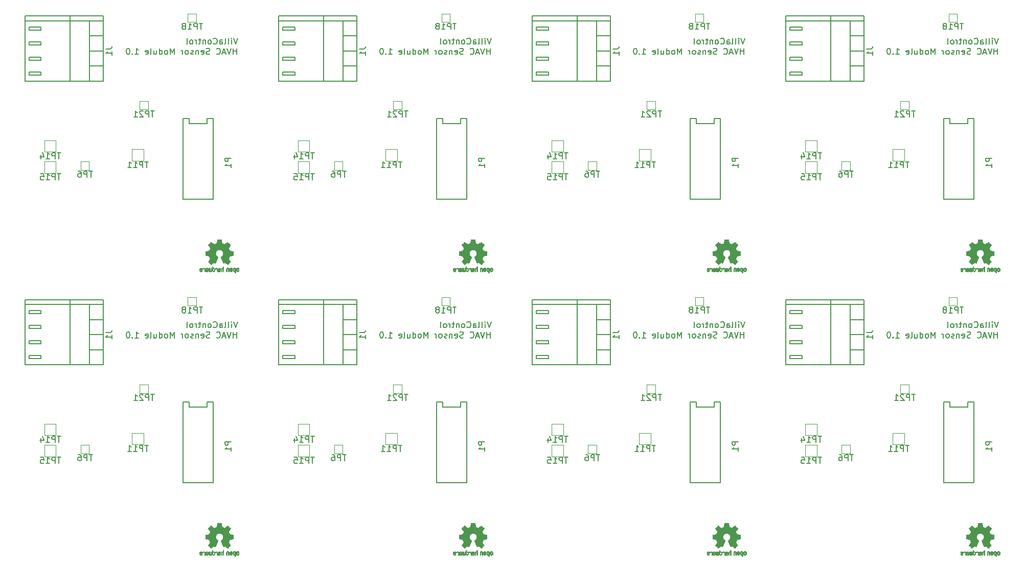
<source format=gbr>
%TF.GenerationSoftware,KiCad,Pcbnew,5.0.1-33cea8e~67~ubuntu18.04.1*%
%TF.CreationDate,2019-01-02T13:46:17+01:00*%
%TF.ProjectId,hvac-sensor-module_pcb-panel,687661632D73656E736F722D6D6F6475,1.0*%
%TF.SameCoordinates,Original*%
%TF.FileFunction,Legend,Bot*%
%TF.FilePolarity,Positive*%
%FSLAX46Y46*%
G04 Gerber Fmt 4.6, Leading zero omitted, Abs format (unit mm)*
G04 Created by KiCad (PCBNEW 5.0.1-33cea8e~67~ubuntu18.04.1) date Mi 02 Jan 2019 13:46:17 CET*
%MOMM*%
%LPD*%
G01*
G04 APERTURE LIST*
%ADD10C,0.200000*%
%ADD11C,0.150000*%
%ADD12C,0.120000*%
%ADD13C,0.010000*%
G04 APERTURE END LIST*
D10*
X212524761Y-102352380D02*
X212191428Y-103352380D01*
X211858095Y-102352380D01*
X211524761Y-103352380D02*
X211524761Y-102685714D01*
X211524761Y-102352380D02*
X211572380Y-102400000D01*
X211524761Y-102447619D01*
X211477142Y-102400000D01*
X211524761Y-102352380D01*
X211524761Y-102447619D01*
X210905714Y-103352380D02*
X211000952Y-103304761D01*
X211048571Y-103209523D01*
X211048571Y-102352380D01*
X210381904Y-103352380D02*
X210477142Y-103304761D01*
X210524761Y-103209523D01*
X210524761Y-102352380D01*
X209572380Y-103352380D02*
X209572380Y-102828571D01*
X209620000Y-102733333D01*
X209715238Y-102685714D01*
X209905714Y-102685714D01*
X210000952Y-102733333D01*
X209572380Y-103304761D02*
X209667619Y-103352380D01*
X209905714Y-103352380D01*
X210000952Y-103304761D01*
X210048571Y-103209523D01*
X210048571Y-103114285D01*
X210000952Y-103019047D01*
X209905714Y-102971428D01*
X209667619Y-102971428D01*
X209572380Y-102923809D01*
X208524761Y-103257142D02*
X208572380Y-103304761D01*
X208715238Y-103352380D01*
X208810476Y-103352380D01*
X208953333Y-103304761D01*
X209048571Y-103209523D01*
X209096190Y-103114285D01*
X209143809Y-102923809D01*
X209143809Y-102780952D01*
X209096190Y-102590476D01*
X209048571Y-102495238D01*
X208953333Y-102400000D01*
X208810476Y-102352380D01*
X208715238Y-102352380D01*
X208572380Y-102400000D01*
X208524761Y-102447619D01*
X207953333Y-103352380D02*
X208048571Y-103304761D01*
X208096190Y-103257142D01*
X208143809Y-103161904D01*
X208143809Y-102876190D01*
X208096190Y-102780952D01*
X208048571Y-102733333D01*
X207953333Y-102685714D01*
X207810476Y-102685714D01*
X207715238Y-102733333D01*
X207667619Y-102780952D01*
X207620000Y-102876190D01*
X207620000Y-103161904D01*
X207667619Y-103257142D01*
X207715238Y-103304761D01*
X207810476Y-103352380D01*
X207953333Y-103352380D01*
X207191428Y-102685714D02*
X207191428Y-103352380D01*
X207191428Y-102780952D02*
X207143809Y-102733333D01*
X207048571Y-102685714D01*
X206905714Y-102685714D01*
X206810476Y-102733333D01*
X206762857Y-102828571D01*
X206762857Y-103352380D01*
X206429523Y-102685714D02*
X206048571Y-102685714D01*
X206286666Y-102352380D02*
X206286666Y-103209523D01*
X206239047Y-103304761D01*
X206143809Y-103352380D01*
X206048571Y-103352380D01*
X205715238Y-103352380D02*
X205715238Y-102685714D01*
X205715238Y-102876190D02*
X205667619Y-102780952D01*
X205620000Y-102733333D01*
X205524761Y-102685714D01*
X205429523Y-102685714D01*
X204953333Y-103352380D02*
X205048571Y-103304761D01*
X205096190Y-103257142D01*
X205143809Y-103161904D01*
X205143809Y-102876190D01*
X205096190Y-102780952D01*
X205048571Y-102733333D01*
X204953333Y-102685714D01*
X204810476Y-102685714D01*
X204715238Y-102733333D01*
X204667619Y-102780952D01*
X204620000Y-102876190D01*
X204620000Y-103161904D01*
X204667619Y-103257142D01*
X204715238Y-103304761D01*
X204810476Y-103352380D01*
X204953333Y-103352380D01*
X204048571Y-103352380D02*
X204143809Y-103304761D01*
X204191428Y-103209523D01*
X204191428Y-102352380D01*
X212381904Y-105052380D02*
X212381904Y-104052380D01*
X212381904Y-104528571D02*
X211810476Y-104528571D01*
X211810476Y-105052380D02*
X211810476Y-104052380D01*
X211477142Y-104052380D02*
X211143809Y-105052380D01*
X210810476Y-104052380D01*
X210524761Y-104766666D02*
X210048571Y-104766666D01*
X210620000Y-105052380D02*
X210286666Y-104052380D01*
X209953333Y-105052380D01*
X209048571Y-104957142D02*
X209096190Y-105004761D01*
X209239047Y-105052380D01*
X209334285Y-105052380D01*
X209477142Y-105004761D01*
X209572380Y-104909523D01*
X209620000Y-104814285D01*
X209667619Y-104623809D01*
X209667619Y-104480952D01*
X209620000Y-104290476D01*
X209572380Y-104195238D01*
X209477142Y-104100000D01*
X209334285Y-104052380D01*
X209239047Y-104052380D01*
X209096190Y-104100000D01*
X209048571Y-104147619D01*
X207905714Y-105004761D02*
X207762857Y-105052380D01*
X207524761Y-105052380D01*
X207429523Y-105004761D01*
X207381904Y-104957142D01*
X207334285Y-104861904D01*
X207334285Y-104766666D01*
X207381904Y-104671428D01*
X207429523Y-104623809D01*
X207524761Y-104576190D01*
X207715238Y-104528571D01*
X207810476Y-104480952D01*
X207858095Y-104433333D01*
X207905714Y-104338095D01*
X207905714Y-104242857D01*
X207858095Y-104147619D01*
X207810476Y-104100000D01*
X207715238Y-104052380D01*
X207477142Y-104052380D01*
X207334285Y-104100000D01*
X206524761Y-105004761D02*
X206620000Y-105052380D01*
X206810476Y-105052380D01*
X206905714Y-105004761D01*
X206953333Y-104909523D01*
X206953333Y-104528571D01*
X206905714Y-104433333D01*
X206810476Y-104385714D01*
X206620000Y-104385714D01*
X206524761Y-104433333D01*
X206477142Y-104528571D01*
X206477142Y-104623809D01*
X206953333Y-104719047D01*
X206048571Y-104385714D02*
X206048571Y-105052380D01*
X206048571Y-104480952D02*
X206000952Y-104433333D01*
X205905714Y-104385714D01*
X205762857Y-104385714D01*
X205667619Y-104433333D01*
X205620000Y-104528571D01*
X205620000Y-105052380D01*
X205191428Y-105004761D02*
X205096190Y-105052380D01*
X204905714Y-105052380D01*
X204810476Y-105004761D01*
X204762857Y-104909523D01*
X204762857Y-104861904D01*
X204810476Y-104766666D01*
X204905714Y-104719047D01*
X205048571Y-104719047D01*
X205143809Y-104671428D01*
X205191428Y-104576190D01*
X205191428Y-104528571D01*
X205143809Y-104433333D01*
X205048571Y-104385714D01*
X204905714Y-104385714D01*
X204810476Y-104433333D01*
X204191428Y-105052380D02*
X204286666Y-105004761D01*
X204334285Y-104957142D01*
X204381904Y-104861904D01*
X204381904Y-104576190D01*
X204334285Y-104480952D01*
X204286666Y-104433333D01*
X204191428Y-104385714D01*
X204048571Y-104385714D01*
X203953333Y-104433333D01*
X203905714Y-104480952D01*
X203858095Y-104576190D01*
X203858095Y-104861904D01*
X203905714Y-104957142D01*
X203953333Y-105004761D01*
X204048571Y-105052380D01*
X204191428Y-105052380D01*
X203429523Y-105052380D02*
X203429523Y-104385714D01*
X203429523Y-104576190D02*
X203381904Y-104480952D01*
X203334285Y-104433333D01*
X203239047Y-104385714D01*
X203143809Y-104385714D01*
X202048571Y-105052380D02*
X202048571Y-104052380D01*
X201715238Y-104766666D01*
X201381904Y-104052380D01*
X201381904Y-105052380D01*
X200762857Y-105052380D02*
X200858095Y-105004761D01*
X200905714Y-104957142D01*
X200953333Y-104861904D01*
X200953333Y-104576190D01*
X200905714Y-104480952D01*
X200858095Y-104433333D01*
X200762857Y-104385714D01*
X200620000Y-104385714D01*
X200524761Y-104433333D01*
X200477142Y-104480952D01*
X200429523Y-104576190D01*
X200429523Y-104861904D01*
X200477142Y-104957142D01*
X200524761Y-105004761D01*
X200620000Y-105052380D01*
X200762857Y-105052380D01*
X199572380Y-105052380D02*
X199572380Y-104052380D01*
X199572380Y-105004761D02*
X199667619Y-105052380D01*
X199858095Y-105052380D01*
X199953333Y-105004761D01*
X200000952Y-104957142D01*
X200048571Y-104861904D01*
X200048571Y-104576190D01*
X200000952Y-104480952D01*
X199953333Y-104433333D01*
X199858095Y-104385714D01*
X199667619Y-104385714D01*
X199572380Y-104433333D01*
X198667619Y-104385714D02*
X198667619Y-105052380D01*
X199096190Y-104385714D02*
X199096190Y-104909523D01*
X199048571Y-105004761D01*
X198953333Y-105052380D01*
X198810476Y-105052380D01*
X198715238Y-105004761D01*
X198667619Y-104957142D01*
X198048571Y-105052380D02*
X198143809Y-105004761D01*
X198191428Y-104909523D01*
X198191428Y-104052380D01*
X197286666Y-105004761D02*
X197381904Y-105052380D01*
X197572380Y-105052380D01*
X197667619Y-105004761D01*
X197715238Y-104909523D01*
X197715238Y-104528571D01*
X197667619Y-104433333D01*
X197572380Y-104385714D01*
X197381904Y-104385714D01*
X197286666Y-104433333D01*
X197239047Y-104528571D01*
X197239047Y-104623809D01*
X197715238Y-104719047D01*
X195524761Y-105052380D02*
X196096190Y-105052380D01*
X195810476Y-105052380D02*
X195810476Y-104052380D01*
X195905714Y-104195238D01*
X196000952Y-104290476D01*
X196096190Y-104338095D01*
X195096190Y-104957142D02*
X195048571Y-105004761D01*
X195096190Y-105052380D01*
X195143809Y-105004761D01*
X195096190Y-104957142D01*
X195096190Y-105052380D01*
X194429523Y-104052380D02*
X194334285Y-104052380D01*
X194239047Y-104100000D01*
X194191428Y-104147619D01*
X194143809Y-104242857D01*
X194096190Y-104433333D01*
X194096190Y-104671428D01*
X194143809Y-104861904D01*
X194191428Y-104957142D01*
X194239047Y-105004761D01*
X194334285Y-105052380D01*
X194429523Y-105052380D01*
X194524761Y-105004761D01*
X194572380Y-104957142D01*
X194620000Y-104861904D01*
X194667619Y-104671428D01*
X194667619Y-104433333D01*
X194620000Y-104242857D01*
X194572380Y-104147619D01*
X194524761Y-104100000D01*
X194429523Y-104052380D01*
X212524761Y-55352380D02*
X212191428Y-56352380D01*
X211858095Y-55352380D01*
X211524761Y-56352380D02*
X211524761Y-55685714D01*
X211524761Y-55352380D02*
X211572380Y-55400000D01*
X211524761Y-55447619D01*
X211477142Y-55400000D01*
X211524761Y-55352380D01*
X211524761Y-55447619D01*
X210905714Y-56352380D02*
X211000952Y-56304761D01*
X211048571Y-56209523D01*
X211048571Y-55352380D01*
X210381904Y-56352380D02*
X210477142Y-56304761D01*
X210524761Y-56209523D01*
X210524761Y-55352380D01*
X209572380Y-56352380D02*
X209572380Y-55828571D01*
X209620000Y-55733333D01*
X209715238Y-55685714D01*
X209905714Y-55685714D01*
X210000952Y-55733333D01*
X209572380Y-56304761D02*
X209667619Y-56352380D01*
X209905714Y-56352380D01*
X210000952Y-56304761D01*
X210048571Y-56209523D01*
X210048571Y-56114285D01*
X210000952Y-56019047D01*
X209905714Y-55971428D01*
X209667619Y-55971428D01*
X209572380Y-55923809D01*
X208524761Y-56257142D02*
X208572380Y-56304761D01*
X208715238Y-56352380D01*
X208810476Y-56352380D01*
X208953333Y-56304761D01*
X209048571Y-56209523D01*
X209096190Y-56114285D01*
X209143809Y-55923809D01*
X209143809Y-55780952D01*
X209096190Y-55590476D01*
X209048571Y-55495238D01*
X208953333Y-55400000D01*
X208810476Y-55352380D01*
X208715238Y-55352380D01*
X208572380Y-55400000D01*
X208524761Y-55447619D01*
X207953333Y-56352380D02*
X208048571Y-56304761D01*
X208096190Y-56257142D01*
X208143809Y-56161904D01*
X208143809Y-55876190D01*
X208096190Y-55780952D01*
X208048571Y-55733333D01*
X207953333Y-55685714D01*
X207810476Y-55685714D01*
X207715238Y-55733333D01*
X207667619Y-55780952D01*
X207620000Y-55876190D01*
X207620000Y-56161904D01*
X207667619Y-56257142D01*
X207715238Y-56304761D01*
X207810476Y-56352380D01*
X207953333Y-56352380D01*
X207191428Y-55685714D02*
X207191428Y-56352380D01*
X207191428Y-55780952D02*
X207143809Y-55733333D01*
X207048571Y-55685714D01*
X206905714Y-55685714D01*
X206810476Y-55733333D01*
X206762857Y-55828571D01*
X206762857Y-56352380D01*
X206429523Y-55685714D02*
X206048571Y-55685714D01*
X206286666Y-55352380D02*
X206286666Y-56209523D01*
X206239047Y-56304761D01*
X206143809Y-56352380D01*
X206048571Y-56352380D01*
X205715238Y-56352380D02*
X205715238Y-55685714D01*
X205715238Y-55876190D02*
X205667619Y-55780952D01*
X205620000Y-55733333D01*
X205524761Y-55685714D01*
X205429523Y-55685714D01*
X204953333Y-56352380D02*
X205048571Y-56304761D01*
X205096190Y-56257142D01*
X205143809Y-56161904D01*
X205143809Y-55876190D01*
X205096190Y-55780952D01*
X205048571Y-55733333D01*
X204953333Y-55685714D01*
X204810476Y-55685714D01*
X204715238Y-55733333D01*
X204667619Y-55780952D01*
X204620000Y-55876190D01*
X204620000Y-56161904D01*
X204667619Y-56257142D01*
X204715238Y-56304761D01*
X204810476Y-56352380D01*
X204953333Y-56352380D01*
X204048571Y-56352380D02*
X204143809Y-56304761D01*
X204191428Y-56209523D01*
X204191428Y-55352380D01*
X212381904Y-58052380D02*
X212381904Y-57052380D01*
X212381904Y-57528571D02*
X211810476Y-57528571D01*
X211810476Y-58052380D02*
X211810476Y-57052380D01*
X211477142Y-57052380D02*
X211143809Y-58052380D01*
X210810476Y-57052380D01*
X210524761Y-57766666D02*
X210048571Y-57766666D01*
X210620000Y-58052380D02*
X210286666Y-57052380D01*
X209953333Y-58052380D01*
X209048571Y-57957142D02*
X209096190Y-58004761D01*
X209239047Y-58052380D01*
X209334285Y-58052380D01*
X209477142Y-58004761D01*
X209572380Y-57909523D01*
X209620000Y-57814285D01*
X209667619Y-57623809D01*
X209667619Y-57480952D01*
X209620000Y-57290476D01*
X209572380Y-57195238D01*
X209477142Y-57100000D01*
X209334285Y-57052380D01*
X209239047Y-57052380D01*
X209096190Y-57100000D01*
X209048571Y-57147619D01*
X207905714Y-58004761D02*
X207762857Y-58052380D01*
X207524761Y-58052380D01*
X207429523Y-58004761D01*
X207381904Y-57957142D01*
X207334285Y-57861904D01*
X207334285Y-57766666D01*
X207381904Y-57671428D01*
X207429523Y-57623809D01*
X207524761Y-57576190D01*
X207715238Y-57528571D01*
X207810476Y-57480952D01*
X207858095Y-57433333D01*
X207905714Y-57338095D01*
X207905714Y-57242857D01*
X207858095Y-57147619D01*
X207810476Y-57100000D01*
X207715238Y-57052380D01*
X207477142Y-57052380D01*
X207334285Y-57100000D01*
X206524761Y-58004761D02*
X206620000Y-58052380D01*
X206810476Y-58052380D01*
X206905714Y-58004761D01*
X206953333Y-57909523D01*
X206953333Y-57528571D01*
X206905714Y-57433333D01*
X206810476Y-57385714D01*
X206620000Y-57385714D01*
X206524761Y-57433333D01*
X206477142Y-57528571D01*
X206477142Y-57623809D01*
X206953333Y-57719047D01*
X206048571Y-57385714D02*
X206048571Y-58052380D01*
X206048571Y-57480952D02*
X206000952Y-57433333D01*
X205905714Y-57385714D01*
X205762857Y-57385714D01*
X205667619Y-57433333D01*
X205620000Y-57528571D01*
X205620000Y-58052380D01*
X205191428Y-58004761D02*
X205096190Y-58052380D01*
X204905714Y-58052380D01*
X204810476Y-58004761D01*
X204762857Y-57909523D01*
X204762857Y-57861904D01*
X204810476Y-57766666D01*
X204905714Y-57719047D01*
X205048571Y-57719047D01*
X205143809Y-57671428D01*
X205191428Y-57576190D01*
X205191428Y-57528571D01*
X205143809Y-57433333D01*
X205048571Y-57385714D01*
X204905714Y-57385714D01*
X204810476Y-57433333D01*
X204191428Y-58052380D02*
X204286666Y-58004761D01*
X204334285Y-57957142D01*
X204381904Y-57861904D01*
X204381904Y-57576190D01*
X204334285Y-57480952D01*
X204286666Y-57433333D01*
X204191428Y-57385714D01*
X204048571Y-57385714D01*
X203953333Y-57433333D01*
X203905714Y-57480952D01*
X203858095Y-57576190D01*
X203858095Y-57861904D01*
X203905714Y-57957142D01*
X203953333Y-58004761D01*
X204048571Y-58052380D01*
X204191428Y-58052380D01*
X203429523Y-58052380D02*
X203429523Y-57385714D01*
X203429523Y-57576190D02*
X203381904Y-57480952D01*
X203334285Y-57433333D01*
X203239047Y-57385714D01*
X203143809Y-57385714D01*
X202048571Y-58052380D02*
X202048571Y-57052380D01*
X201715238Y-57766666D01*
X201381904Y-57052380D01*
X201381904Y-58052380D01*
X200762857Y-58052380D02*
X200858095Y-58004761D01*
X200905714Y-57957142D01*
X200953333Y-57861904D01*
X200953333Y-57576190D01*
X200905714Y-57480952D01*
X200858095Y-57433333D01*
X200762857Y-57385714D01*
X200620000Y-57385714D01*
X200524761Y-57433333D01*
X200477142Y-57480952D01*
X200429523Y-57576190D01*
X200429523Y-57861904D01*
X200477142Y-57957142D01*
X200524761Y-58004761D01*
X200620000Y-58052380D01*
X200762857Y-58052380D01*
X199572380Y-58052380D02*
X199572380Y-57052380D01*
X199572380Y-58004761D02*
X199667619Y-58052380D01*
X199858095Y-58052380D01*
X199953333Y-58004761D01*
X200000952Y-57957142D01*
X200048571Y-57861904D01*
X200048571Y-57576190D01*
X200000952Y-57480952D01*
X199953333Y-57433333D01*
X199858095Y-57385714D01*
X199667619Y-57385714D01*
X199572380Y-57433333D01*
X198667619Y-57385714D02*
X198667619Y-58052380D01*
X199096190Y-57385714D02*
X199096190Y-57909523D01*
X199048571Y-58004761D01*
X198953333Y-58052380D01*
X198810476Y-58052380D01*
X198715238Y-58004761D01*
X198667619Y-57957142D01*
X198048571Y-58052380D02*
X198143809Y-58004761D01*
X198191428Y-57909523D01*
X198191428Y-57052380D01*
X197286666Y-58004761D02*
X197381904Y-58052380D01*
X197572380Y-58052380D01*
X197667619Y-58004761D01*
X197715238Y-57909523D01*
X197715238Y-57528571D01*
X197667619Y-57433333D01*
X197572380Y-57385714D01*
X197381904Y-57385714D01*
X197286666Y-57433333D01*
X197239047Y-57528571D01*
X197239047Y-57623809D01*
X197715238Y-57719047D01*
X195524761Y-58052380D02*
X196096190Y-58052380D01*
X195810476Y-58052380D02*
X195810476Y-57052380D01*
X195905714Y-57195238D01*
X196000952Y-57290476D01*
X196096190Y-57338095D01*
X195096190Y-57957142D02*
X195048571Y-58004761D01*
X195096190Y-58052380D01*
X195143809Y-58004761D01*
X195096190Y-57957142D01*
X195096190Y-58052380D01*
X194429523Y-57052380D02*
X194334285Y-57052380D01*
X194239047Y-57100000D01*
X194191428Y-57147619D01*
X194143809Y-57242857D01*
X194096190Y-57433333D01*
X194096190Y-57671428D01*
X194143809Y-57861904D01*
X194191428Y-57957142D01*
X194239047Y-58004761D01*
X194334285Y-58052380D01*
X194429523Y-58052380D01*
X194524761Y-58004761D01*
X194572380Y-57957142D01*
X194620000Y-57861904D01*
X194667619Y-57671428D01*
X194667619Y-57433333D01*
X194620000Y-57242857D01*
X194572380Y-57147619D01*
X194524761Y-57100000D01*
X194429523Y-57052380D01*
X170524761Y-102352380D02*
X170191428Y-103352380D01*
X169858095Y-102352380D01*
X169524761Y-103352380D02*
X169524761Y-102685714D01*
X169524761Y-102352380D02*
X169572380Y-102400000D01*
X169524761Y-102447619D01*
X169477142Y-102400000D01*
X169524761Y-102352380D01*
X169524761Y-102447619D01*
X168905714Y-103352380D02*
X169000952Y-103304761D01*
X169048571Y-103209523D01*
X169048571Y-102352380D01*
X168381904Y-103352380D02*
X168477142Y-103304761D01*
X168524761Y-103209523D01*
X168524761Y-102352380D01*
X167572380Y-103352380D02*
X167572380Y-102828571D01*
X167620000Y-102733333D01*
X167715238Y-102685714D01*
X167905714Y-102685714D01*
X168000952Y-102733333D01*
X167572380Y-103304761D02*
X167667619Y-103352380D01*
X167905714Y-103352380D01*
X168000952Y-103304761D01*
X168048571Y-103209523D01*
X168048571Y-103114285D01*
X168000952Y-103019047D01*
X167905714Y-102971428D01*
X167667619Y-102971428D01*
X167572380Y-102923809D01*
X166524761Y-103257142D02*
X166572380Y-103304761D01*
X166715238Y-103352380D01*
X166810476Y-103352380D01*
X166953333Y-103304761D01*
X167048571Y-103209523D01*
X167096190Y-103114285D01*
X167143809Y-102923809D01*
X167143809Y-102780952D01*
X167096190Y-102590476D01*
X167048571Y-102495238D01*
X166953333Y-102400000D01*
X166810476Y-102352380D01*
X166715238Y-102352380D01*
X166572380Y-102400000D01*
X166524761Y-102447619D01*
X165953333Y-103352380D02*
X166048571Y-103304761D01*
X166096190Y-103257142D01*
X166143809Y-103161904D01*
X166143809Y-102876190D01*
X166096190Y-102780952D01*
X166048571Y-102733333D01*
X165953333Y-102685714D01*
X165810476Y-102685714D01*
X165715238Y-102733333D01*
X165667619Y-102780952D01*
X165620000Y-102876190D01*
X165620000Y-103161904D01*
X165667619Y-103257142D01*
X165715238Y-103304761D01*
X165810476Y-103352380D01*
X165953333Y-103352380D01*
X165191428Y-102685714D02*
X165191428Y-103352380D01*
X165191428Y-102780952D02*
X165143809Y-102733333D01*
X165048571Y-102685714D01*
X164905714Y-102685714D01*
X164810476Y-102733333D01*
X164762857Y-102828571D01*
X164762857Y-103352380D01*
X164429523Y-102685714D02*
X164048571Y-102685714D01*
X164286666Y-102352380D02*
X164286666Y-103209523D01*
X164239047Y-103304761D01*
X164143809Y-103352380D01*
X164048571Y-103352380D01*
X163715238Y-103352380D02*
X163715238Y-102685714D01*
X163715238Y-102876190D02*
X163667619Y-102780952D01*
X163620000Y-102733333D01*
X163524761Y-102685714D01*
X163429523Y-102685714D01*
X162953333Y-103352380D02*
X163048571Y-103304761D01*
X163096190Y-103257142D01*
X163143809Y-103161904D01*
X163143809Y-102876190D01*
X163096190Y-102780952D01*
X163048571Y-102733333D01*
X162953333Y-102685714D01*
X162810476Y-102685714D01*
X162715238Y-102733333D01*
X162667619Y-102780952D01*
X162620000Y-102876190D01*
X162620000Y-103161904D01*
X162667619Y-103257142D01*
X162715238Y-103304761D01*
X162810476Y-103352380D01*
X162953333Y-103352380D01*
X162048571Y-103352380D02*
X162143809Y-103304761D01*
X162191428Y-103209523D01*
X162191428Y-102352380D01*
X170381904Y-105052380D02*
X170381904Y-104052380D01*
X170381904Y-104528571D02*
X169810476Y-104528571D01*
X169810476Y-105052380D02*
X169810476Y-104052380D01*
X169477142Y-104052380D02*
X169143809Y-105052380D01*
X168810476Y-104052380D01*
X168524761Y-104766666D02*
X168048571Y-104766666D01*
X168620000Y-105052380D02*
X168286666Y-104052380D01*
X167953333Y-105052380D01*
X167048571Y-104957142D02*
X167096190Y-105004761D01*
X167239047Y-105052380D01*
X167334285Y-105052380D01*
X167477142Y-105004761D01*
X167572380Y-104909523D01*
X167620000Y-104814285D01*
X167667619Y-104623809D01*
X167667619Y-104480952D01*
X167620000Y-104290476D01*
X167572380Y-104195238D01*
X167477142Y-104100000D01*
X167334285Y-104052380D01*
X167239047Y-104052380D01*
X167096190Y-104100000D01*
X167048571Y-104147619D01*
X165905714Y-105004761D02*
X165762857Y-105052380D01*
X165524761Y-105052380D01*
X165429523Y-105004761D01*
X165381904Y-104957142D01*
X165334285Y-104861904D01*
X165334285Y-104766666D01*
X165381904Y-104671428D01*
X165429523Y-104623809D01*
X165524761Y-104576190D01*
X165715238Y-104528571D01*
X165810476Y-104480952D01*
X165858095Y-104433333D01*
X165905714Y-104338095D01*
X165905714Y-104242857D01*
X165858095Y-104147619D01*
X165810476Y-104100000D01*
X165715238Y-104052380D01*
X165477142Y-104052380D01*
X165334285Y-104100000D01*
X164524761Y-105004761D02*
X164620000Y-105052380D01*
X164810476Y-105052380D01*
X164905714Y-105004761D01*
X164953333Y-104909523D01*
X164953333Y-104528571D01*
X164905714Y-104433333D01*
X164810476Y-104385714D01*
X164620000Y-104385714D01*
X164524761Y-104433333D01*
X164477142Y-104528571D01*
X164477142Y-104623809D01*
X164953333Y-104719047D01*
X164048571Y-104385714D02*
X164048571Y-105052380D01*
X164048571Y-104480952D02*
X164000952Y-104433333D01*
X163905714Y-104385714D01*
X163762857Y-104385714D01*
X163667619Y-104433333D01*
X163620000Y-104528571D01*
X163620000Y-105052380D01*
X163191428Y-105004761D02*
X163096190Y-105052380D01*
X162905714Y-105052380D01*
X162810476Y-105004761D01*
X162762857Y-104909523D01*
X162762857Y-104861904D01*
X162810476Y-104766666D01*
X162905714Y-104719047D01*
X163048571Y-104719047D01*
X163143809Y-104671428D01*
X163191428Y-104576190D01*
X163191428Y-104528571D01*
X163143809Y-104433333D01*
X163048571Y-104385714D01*
X162905714Y-104385714D01*
X162810476Y-104433333D01*
X162191428Y-105052380D02*
X162286666Y-105004761D01*
X162334285Y-104957142D01*
X162381904Y-104861904D01*
X162381904Y-104576190D01*
X162334285Y-104480952D01*
X162286666Y-104433333D01*
X162191428Y-104385714D01*
X162048571Y-104385714D01*
X161953333Y-104433333D01*
X161905714Y-104480952D01*
X161858095Y-104576190D01*
X161858095Y-104861904D01*
X161905714Y-104957142D01*
X161953333Y-105004761D01*
X162048571Y-105052380D01*
X162191428Y-105052380D01*
X161429523Y-105052380D02*
X161429523Y-104385714D01*
X161429523Y-104576190D02*
X161381904Y-104480952D01*
X161334285Y-104433333D01*
X161239047Y-104385714D01*
X161143809Y-104385714D01*
X160048571Y-105052380D02*
X160048571Y-104052380D01*
X159715238Y-104766666D01*
X159381904Y-104052380D01*
X159381904Y-105052380D01*
X158762857Y-105052380D02*
X158858095Y-105004761D01*
X158905714Y-104957142D01*
X158953333Y-104861904D01*
X158953333Y-104576190D01*
X158905714Y-104480952D01*
X158858095Y-104433333D01*
X158762857Y-104385714D01*
X158620000Y-104385714D01*
X158524761Y-104433333D01*
X158477142Y-104480952D01*
X158429523Y-104576190D01*
X158429523Y-104861904D01*
X158477142Y-104957142D01*
X158524761Y-105004761D01*
X158620000Y-105052380D01*
X158762857Y-105052380D01*
X157572380Y-105052380D02*
X157572380Y-104052380D01*
X157572380Y-105004761D02*
X157667619Y-105052380D01*
X157858095Y-105052380D01*
X157953333Y-105004761D01*
X158000952Y-104957142D01*
X158048571Y-104861904D01*
X158048571Y-104576190D01*
X158000952Y-104480952D01*
X157953333Y-104433333D01*
X157858095Y-104385714D01*
X157667619Y-104385714D01*
X157572380Y-104433333D01*
X156667619Y-104385714D02*
X156667619Y-105052380D01*
X157096190Y-104385714D02*
X157096190Y-104909523D01*
X157048571Y-105004761D01*
X156953333Y-105052380D01*
X156810476Y-105052380D01*
X156715238Y-105004761D01*
X156667619Y-104957142D01*
X156048571Y-105052380D02*
X156143809Y-105004761D01*
X156191428Y-104909523D01*
X156191428Y-104052380D01*
X155286666Y-105004761D02*
X155381904Y-105052380D01*
X155572380Y-105052380D01*
X155667619Y-105004761D01*
X155715238Y-104909523D01*
X155715238Y-104528571D01*
X155667619Y-104433333D01*
X155572380Y-104385714D01*
X155381904Y-104385714D01*
X155286666Y-104433333D01*
X155239047Y-104528571D01*
X155239047Y-104623809D01*
X155715238Y-104719047D01*
X153524761Y-105052380D02*
X154096190Y-105052380D01*
X153810476Y-105052380D02*
X153810476Y-104052380D01*
X153905714Y-104195238D01*
X154000952Y-104290476D01*
X154096190Y-104338095D01*
X153096190Y-104957142D02*
X153048571Y-105004761D01*
X153096190Y-105052380D01*
X153143809Y-105004761D01*
X153096190Y-104957142D01*
X153096190Y-105052380D01*
X152429523Y-104052380D02*
X152334285Y-104052380D01*
X152239047Y-104100000D01*
X152191428Y-104147619D01*
X152143809Y-104242857D01*
X152096190Y-104433333D01*
X152096190Y-104671428D01*
X152143809Y-104861904D01*
X152191428Y-104957142D01*
X152239047Y-105004761D01*
X152334285Y-105052380D01*
X152429523Y-105052380D01*
X152524761Y-105004761D01*
X152572380Y-104957142D01*
X152620000Y-104861904D01*
X152667619Y-104671428D01*
X152667619Y-104433333D01*
X152620000Y-104242857D01*
X152572380Y-104147619D01*
X152524761Y-104100000D01*
X152429523Y-104052380D01*
X170524761Y-55352380D02*
X170191428Y-56352380D01*
X169858095Y-55352380D01*
X169524761Y-56352380D02*
X169524761Y-55685714D01*
X169524761Y-55352380D02*
X169572380Y-55400000D01*
X169524761Y-55447619D01*
X169477142Y-55400000D01*
X169524761Y-55352380D01*
X169524761Y-55447619D01*
X168905714Y-56352380D02*
X169000952Y-56304761D01*
X169048571Y-56209523D01*
X169048571Y-55352380D01*
X168381904Y-56352380D02*
X168477142Y-56304761D01*
X168524761Y-56209523D01*
X168524761Y-55352380D01*
X167572380Y-56352380D02*
X167572380Y-55828571D01*
X167620000Y-55733333D01*
X167715238Y-55685714D01*
X167905714Y-55685714D01*
X168000952Y-55733333D01*
X167572380Y-56304761D02*
X167667619Y-56352380D01*
X167905714Y-56352380D01*
X168000952Y-56304761D01*
X168048571Y-56209523D01*
X168048571Y-56114285D01*
X168000952Y-56019047D01*
X167905714Y-55971428D01*
X167667619Y-55971428D01*
X167572380Y-55923809D01*
X166524761Y-56257142D02*
X166572380Y-56304761D01*
X166715238Y-56352380D01*
X166810476Y-56352380D01*
X166953333Y-56304761D01*
X167048571Y-56209523D01*
X167096190Y-56114285D01*
X167143809Y-55923809D01*
X167143809Y-55780952D01*
X167096190Y-55590476D01*
X167048571Y-55495238D01*
X166953333Y-55400000D01*
X166810476Y-55352380D01*
X166715238Y-55352380D01*
X166572380Y-55400000D01*
X166524761Y-55447619D01*
X165953333Y-56352380D02*
X166048571Y-56304761D01*
X166096190Y-56257142D01*
X166143809Y-56161904D01*
X166143809Y-55876190D01*
X166096190Y-55780952D01*
X166048571Y-55733333D01*
X165953333Y-55685714D01*
X165810476Y-55685714D01*
X165715238Y-55733333D01*
X165667619Y-55780952D01*
X165620000Y-55876190D01*
X165620000Y-56161904D01*
X165667619Y-56257142D01*
X165715238Y-56304761D01*
X165810476Y-56352380D01*
X165953333Y-56352380D01*
X165191428Y-55685714D02*
X165191428Y-56352380D01*
X165191428Y-55780952D02*
X165143809Y-55733333D01*
X165048571Y-55685714D01*
X164905714Y-55685714D01*
X164810476Y-55733333D01*
X164762857Y-55828571D01*
X164762857Y-56352380D01*
X164429523Y-55685714D02*
X164048571Y-55685714D01*
X164286666Y-55352380D02*
X164286666Y-56209523D01*
X164239047Y-56304761D01*
X164143809Y-56352380D01*
X164048571Y-56352380D01*
X163715238Y-56352380D02*
X163715238Y-55685714D01*
X163715238Y-55876190D02*
X163667619Y-55780952D01*
X163620000Y-55733333D01*
X163524761Y-55685714D01*
X163429523Y-55685714D01*
X162953333Y-56352380D02*
X163048571Y-56304761D01*
X163096190Y-56257142D01*
X163143809Y-56161904D01*
X163143809Y-55876190D01*
X163096190Y-55780952D01*
X163048571Y-55733333D01*
X162953333Y-55685714D01*
X162810476Y-55685714D01*
X162715238Y-55733333D01*
X162667619Y-55780952D01*
X162620000Y-55876190D01*
X162620000Y-56161904D01*
X162667619Y-56257142D01*
X162715238Y-56304761D01*
X162810476Y-56352380D01*
X162953333Y-56352380D01*
X162048571Y-56352380D02*
X162143809Y-56304761D01*
X162191428Y-56209523D01*
X162191428Y-55352380D01*
X170381904Y-58052380D02*
X170381904Y-57052380D01*
X170381904Y-57528571D02*
X169810476Y-57528571D01*
X169810476Y-58052380D02*
X169810476Y-57052380D01*
X169477142Y-57052380D02*
X169143809Y-58052380D01*
X168810476Y-57052380D01*
X168524761Y-57766666D02*
X168048571Y-57766666D01*
X168620000Y-58052380D02*
X168286666Y-57052380D01*
X167953333Y-58052380D01*
X167048571Y-57957142D02*
X167096190Y-58004761D01*
X167239047Y-58052380D01*
X167334285Y-58052380D01*
X167477142Y-58004761D01*
X167572380Y-57909523D01*
X167620000Y-57814285D01*
X167667619Y-57623809D01*
X167667619Y-57480952D01*
X167620000Y-57290476D01*
X167572380Y-57195238D01*
X167477142Y-57100000D01*
X167334285Y-57052380D01*
X167239047Y-57052380D01*
X167096190Y-57100000D01*
X167048571Y-57147619D01*
X165905714Y-58004761D02*
X165762857Y-58052380D01*
X165524761Y-58052380D01*
X165429523Y-58004761D01*
X165381904Y-57957142D01*
X165334285Y-57861904D01*
X165334285Y-57766666D01*
X165381904Y-57671428D01*
X165429523Y-57623809D01*
X165524761Y-57576190D01*
X165715238Y-57528571D01*
X165810476Y-57480952D01*
X165858095Y-57433333D01*
X165905714Y-57338095D01*
X165905714Y-57242857D01*
X165858095Y-57147619D01*
X165810476Y-57100000D01*
X165715238Y-57052380D01*
X165477142Y-57052380D01*
X165334285Y-57100000D01*
X164524761Y-58004761D02*
X164620000Y-58052380D01*
X164810476Y-58052380D01*
X164905714Y-58004761D01*
X164953333Y-57909523D01*
X164953333Y-57528571D01*
X164905714Y-57433333D01*
X164810476Y-57385714D01*
X164620000Y-57385714D01*
X164524761Y-57433333D01*
X164477142Y-57528571D01*
X164477142Y-57623809D01*
X164953333Y-57719047D01*
X164048571Y-57385714D02*
X164048571Y-58052380D01*
X164048571Y-57480952D02*
X164000952Y-57433333D01*
X163905714Y-57385714D01*
X163762857Y-57385714D01*
X163667619Y-57433333D01*
X163620000Y-57528571D01*
X163620000Y-58052380D01*
X163191428Y-58004761D02*
X163096190Y-58052380D01*
X162905714Y-58052380D01*
X162810476Y-58004761D01*
X162762857Y-57909523D01*
X162762857Y-57861904D01*
X162810476Y-57766666D01*
X162905714Y-57719047D01*
X163048571Y-57719047D01*
X163143809Y-57671428D01*
X163191428Y-57576190D01*
X163191428Y-57528571D01*
X163143809Y-57433333D01*
X163048571Y-57385714D01*
X162905714Y-57385714D01*
X162810476Y-57433333D01*
X162191428Y-58052380D02*
X162286666Y-58004761D01*
X162334285Y-57957142D01*
X162381904Y-57861904D01*
X162381904Y-57576190D01*
X162334285Y-57480952D01*
X162286666Y-57433333D01*
X162191428Y-57385714D01*
X162048571Y-57385714D01*
X161953333Y-57433333D01*
X161905714Y-57480952D01*
X161858095Y-57576190D01*
X161858095Y-57861904D01*
X161905714Y-57957142D01*
X161953333Y-58004761D01*
X162048571Y-58052380D01*
X162191428Y-58052380D01*
X161429523Y-58052380D02*
X161429523Y-57385714D01*
X161429523Y-57576190D02*
X161381904Y-57480952D01*
X161334285Y-57433333D01*
X161239047Y-57385714D01*
X161143809Y-57385714D01*
X160048571Y-58052380D02*
X160048571Y-57052380D01*
X159715238Y-57766666D01*
X159381904Y-57052380D01*
X159381904Y-58052380D01*
X158762857Y-58052380D02*
X158858095Y-58004761D01*
X158905714Y-57957142D01*
X158953333Y-57861904D01*
X158953333Y-57576190D01*
X158905714Y-57480952D01*
X158858095Y-57433333D01*
X158762857Y-57385714D01*
X158620000Y-57385714D01*
X158524761Y-57433333D01*
X158477142Y-57480952D01*
X158429523Y-57576190D01*
X158429523Y-57861904D01*
X158477142Y-57957142D01*
X158524761Y-58004761D01*
X158620000Y-58052380D01*
X158762857Y-58052380D01*
X157572380Y-58052380D02*
X157572380Y-57052380D01*
X157572380Y-58004761D02*
X157667619Y-58052380D01*
X157858095Y-58052380D01*
X157953333Y-58004761D01*
X158000952Y-57957142D01*
X158048571Y-57861904D01*
X158048571Y-57576190D01*
X158000952Y-57480952D01*
X157953333Y-57433333D01*
X157858095Y-57385714D01*
X157667619Y-57385714D01*
X157572380Y-57433333D01*
X156667619Y-57385714D02*
X156667619Y-58052380D01*
X157096190Y-57385714D02*
X157096190Y-57909523D01*
X157048571Y-58004761D01*
X156953333Y-58052380D01*
X156810476Y-58052380D01*
X156715238Y-58004761D01*
X156667619Y-57957142D01*
X156048571Y-58052380D02*
X156143809Y-58004761D01*
X156191428Y-57909523D01*
X156191428Y-57052380D01*
X155286666Y-58004761D02*
X155381904Y-58052380D01*
X155572380Y-58052380D01*
X155667619Y-58004761D01*
X155715238Y-57909523D01*
X155715238Y-57528571D01*
X155667619Y-57433333D01*
X155572380Y-57385714D01*
X155381904Y-57385714D01*
X155286666Y-57433333D01*
X155239047Y-57528571D01*
X155239047Y-57623809D01*
X155715238Y-57719047D01*
X153524761Y-58052380D02*
X154096190Y-58052380D01*
X153810476Y-58052380D02*
X153810476Y-57052380D01*
X153905714Y-57195238D01*
X154000952Y-57290476D01*
X154096190Y-57338095D01*
X153096190Y-57957142D02*
X153048571Y-58004761D01*
X153096190Y-58052380D01*
X153143809Y-58004761D01*
X153096190Y-57957142D01*
X153096190Y-58052380D01*
X152429523Y-57052380D02*
X152334285Y-57052380D01*
X152239047Y-57100000D01*
X152191428Y-57147619D01*
X152143809Y-57242857D01*
X152096190Y-57433333D01*
X152096190Y-57671428D01*
X152143809Y-57861904D01*
X152191428Y-57957142D01*
X152239047Y-58004761D01*
X152334285Y-58052380D01*
X152429523Y-58052380D01*
X152524761Y-58004761D01*
X152572380Y-57957142D01*
X152620000Y-57861904D01*
X152667619Y-57671428D01*
X152667619Y-57433333D01*
X152620000Y-57242857D01*
X152572380Y-57147619D01*
X152524761Y-57100000D01*
X152429523Y-57052380D01*
X128524761Y-102352380D02*
X128191428Y-103352380D01*
X127858095Y-102352380D01*
X127524761Y-103352380D02*
X127524761Y-102685714D01*
X127524761Y-102352380D02*
X127572380Y-102400000D01*
X127524761Y-102447619D01*
X127477142Y-102400000D01*
X127524761Y-102352380D01*
X127524761Y-102447619D01*
X126905714Y-103352380D02*
X127000952Y-103304761D01*
X127048571Y-103209523D01*
X127048571Y-102352380D01*
X126381904Y-103352380D02*
X126477142Y-103304761D01*
X126524761Y-103209523D01*
X126524761Y-102352380D01*
X125572380Y-103352380D02*
X125572380Y-102828571D01*
X125620000Y-102733333D01*
X125715238Y-102685714D01*
X125905714Y-102685714D01*
X126000952Y-102733333D01*
X125572380Y-103304761D02*
X125667619Y-103352380D01*
X125905714Y-103352380D01*
X126000952Y-103304761D01*
X126048571Y-103209523D01*
X126048571Y-103114285D01*
X126000952Y-103019047D01*
X125905714Y-102971428D01*
X125667619Y-102971428D01*
X125572380Y-102923809D01*
X124524761Y-103257142D02*
X124572380Y-103304761D01*
X124715238Y-103352380D01*
X124810476Y-103352380D01*
X124953333Y-103304761D01*
X125048571Y-103209523D01*
X125096190Y-103114285D01*
X125143809Y-102923809D01*
X125143809Y-102780952D01*
X125096190Y-102590476D01*
X125048571Y-102495238D01*
X124953333Y-102400000D01*
X124810476Y-102352380D01*
X124715238Y-102352380D01*
X124572380Y-102400000D01*
X124524761Y-102447619D01*
X123953333Y-103352380D02*
X124048571Y-103304761D01*
X124096190Y-103257142D01*
X124143809Y-103161904D01*
X124143809Y-102876190D01*
X124096190Y-102780952D01*
X124048571Y-102733333D01*
X123953333Y-102685714D01*
X123810476Y-102685714D01*
X123715238Y-102733333D01*
X123667619Y-102780952D01*
X123620000Y-102876190D01*
X123620000Y-103161904D01*
X123667619Y-103257142D01*
X123715238Y-103304761D01*
X123810476Y-103352380D01*
X123953333Y-103352380D01*
X123191428Y-102685714D02*
X123191428Y-103352380D01*
X123191428Y-102780952D02*
X123143809Y-102733333D01*
X123048571Y-102685714D01*
X122905714Y-102685714D01*
X122810476Y-102733333D01*
X122762857Y-102828571D01*
X122762857Y-103352380D01*
X122429523Y-102685714D02*
X122048571Y-102685714D01*
X122286666Y-102352380D02*
X122286666Y-103209523D01*
X122239047Y-103304761D01*
X122143809Y-103352380D01*
X122048571Y-103352380D01*
X121715238Y-103352380D02*
X121715238Y-102685714D01*
X121715238Y-102876190D02*
X121667619Y-102780952D01*
X121620000Y-102733333D01*
X121524761Y-102685714D01*
X121429523Y-102685714D01*
X120953333Y-103352380D02*
X121048571Y-103304761D01*
X121096190Y-103257142D01*
X121143809Y-103161904D01*
X121143809Y-102876190D01*
X121096190Y-102780952D01*
X121048571Y-102733333D01*
X120953333Y-102685714D01*
X120810476Y-102685714D01*
X120715238Y-102733333D01*
X120667619Y-102780952D01*
X120620000Y-102876190D01*
X120620000Y-103161904D01*
X120667619Y-103257142D01*
X120715238Y-103304761D01*
X120810476Y-103352380D01*
X120953333Y-103352380D01*
X120048571Y-103352380D02*
X120143809Y-103304761D01*
X120191428Y-103209523D01*
X120191428Y-102352380D01*
X128381904Y-105052380D02*
X128381904Y-104052380D01*
X128381904Y-104528571D02*
X127810476Y-104528571D01*
X127810476Y-105052380D02*
X127810476Y-104052380D01*
X127477142Y-104052380D02*
X127143809Y-105052380D01*
X126810476Y-104052380D01*
X126524761Y-104766666D02*
X126048571Y-104766666D01*
X126620000Y-105052380D02*
X126286666Y-104052380D01*
X125953333Y-105052380D01*
X125048571Y-104957142D02*
X125096190Y-105004761D01*
X125239047Y-105052380D01*
X125334285Y-105052380D01*
X125477142Y-105004761D01*
X125572380Y-104909523D01*
X125620000Y-104814285D01*
X125667619Y-104623809D01*
X125667619Y-104480952D01*
X125620000Y-104290476D01*
X125572380Y-104195238D01*
X125477142Y-104100000D01*
X125334285Y-104052380D01*
X125239047Y-104052380D01*
X125096190Y-104100000D01*
X125048571Y-104147619D01*
X123905714Y-105004761D02*
X123762857Y-105052380D01*
X123524761Y-105052380D01*
X123429523Y-105004761D01*
X123381904Y-104957142D01*
X123334285Y-104861904D01*
X123334285Y-104766666D01*
X123381904Y-104671428D01*
X123429523Y-104623809D01*
X123524761Y-104576190D01*
X123715238Y-104528571D01*
X123810476Y-104480952D01*
X123858095Y-104433333D01*
X123905714Y-104338095D01*
X123905714Y-104242857D01*
X123858095Y-104147619D01*
X123810476Y-104100000D01*
X123715238Y-104052380D01*
X123477142Y-104052380D01*
X123334285Y-104100000D01*
X122524761Y-105004761D02*
X122620000Y-105052380D01*
X122810476Y-105052380D01*
X122905714Y-105004761D01*
X122953333Y-104909523D01*
X122953333Y-104528571D01*
X122905714Y-104433333D01*
X122810476Y-104385714D01*
X122620000Y-104385714D01*
X122524761Y-104433333D01*
X122477142Y-104528571D01*
X122477142Y-104623809D01*
X122953333Y-104719047D01*
X122048571Y-104385714D02*
X122048571Y-105052380D01*
X122048571Y-104480952D02*
X122000952Y-104433333D01*
X121905714Y-104385714D01*
X121762857Y-104385714D01*
X121667619Y-104433333D01*
X121620000Y-104528571D01*
X121620000Y-105052380D01*
X121191428Y-105004761D02*
X121096190Y-105052380D01*
X120905714Y-105052380D01*
X120810476Y-105004761D01*
X120762857Y-104909523D01*
X120762857Y-104861904D01*
X120810476Y-104766666D01*
X120905714Y-104719047D01*
X121048571Y-104719047D01*
X121143809Y-104671428D01*
X121191428Y-104576190D01*
X121191428Y-104528571D01*
X121143809Y-104433333D01*
X121048571Y-104385714D01*
X120905714Y-104385714D01*
X120810476Y-104433333D01*
X120191428Y-105052380D02*
X120286666Y-105004761D01*
X120334285Y-104957142D01*
X120381904Y-104861904D01*
X120381904Y-104576190D01*
X120334285Y-104480952D01*
X120286666Y-104433333D01*
X120191428Y-104385714D01*
X120048571Y-104385714D01*
X119953333Y-104433333D01*
X119905714Y-104480952D01*
X119858095Y-104576190D01*
X119858095Y-104861904D01*
X119905714Y-104957142D01*
X119953333Y-105004761D01*
X120048571Y-105052380D01*
X120191428Y-105052380D01*
X119429523Y-105052380D02*
X119429523Y-104385714D01*
X119429523Y-104576190D02*
X119381904Y-104480952D01*
X119334285Y-104433333D01*
X119239047Y-104385714D01*
X119143809Y-104385714D01*
X118048571Y-105052380D02*
X118048571Y-104052380D01*
X117715238Y-104766666D01*
X117381904Y-104052380D01*
X117381904Y-105052380D01*
X116762857Y-105052380D02*
X116858095Y-105004761D01*
X116905714Y-104957142D01*
X116953333Y-104861904D01*
X116953333Y-104576190D01*
X116905714Y-104480952D01*
X116858095Y-104433333D01*
X116762857Y-104385714D01*
X116620000Y-104385714D01*
X116524761Y-104433333D01*
X116477142Y-104480952D01*
X116429523Y-104576190D01*
X116429523Y-104861904D01*
X116477142Y-104957142D01*
X116524761Y-105004761D01*
X116620000Y-105052380D01*
X116762857Y-105052380D01*
X115572380Y-105052380D02*
X115572380Y-104052380D01*
X115572380Y-105004761D02*
X115667619Y-105052380D01*
X115858095Y-105052380D01*
X115953333Y-105004761D01*
X116000952Y-104957142D01*
X116048571Y-104861904D01*
X116048571Y-104576190D01*
X116000952Y-104480952D01*
X115953333Y-104433333D01*
X115858095Y-104385714D01*
X115667619Y-104385714D01*
X115572380Y-104433333D01*
X114667619Y-104385714D02*
X114667619Y-105052380D01*
X115096190Y-104385714D02*
X115096190Y-104909523D01*
X115048571Y-105004761D01*
X114953333Y-105052380D01*
X114810476Y-105052380D01*
X114715238Y-105004761D01*
X114667619Y-104957142D01*
X114048571Y-105052380D02*
X114143809Y-105004761D01*
X114191428Y-104909523D01*
X114191428Y-104052380D01*
X113286666Y-105004761D02*
X113381904Y-105052380D01*
X113572380Y-105052380D01*
X113667619Y-105004761D01*
X113715238Y-104909523D01*
X113715238Y-104528571D01*
X113667619Y-104433333D01*
X113572380Y-104385714D01*
X113381904Y-104385714D01*
X113286666Y-104433333D01*
X113239047Y-104528571D01*
X113239047Y-104623809D01*
X113715238Y-104719047D01*
X111524761Y-105052380D02*
X112096190Y-105052380D01*
X111810476Y-105052380D02*
X111810476Y-104052380D01*
X111905714Y-104195238D01*
X112000952Y-104290476D01*
X112096190Y-104338095D01*
X111096190Y-104957142D02*
X111048571Y-105004761D01*
X111096190Y-105052380D01*
X111143809Y-105004761D01*
X111096190Y-104957142D01*
X111096190Y-105052380D01*
X110429523Y-104052380D02*
X110334285Y-104052380D01*
X110239047Y-104100000D01*
X110191428Y-104147619D01*
X110143809Y-104242857D01*
X110096190Y-104433333D01*
X110096190Y-104671428D01*
X110143809Y-104861904D01*
X110191428Y-104957142D01*
X110239047Y-105004761D01*
X110334285Y-105052380D01*
X110429523Y-105052380D01*
X110524761Y-105004761D01*
X110572380Y-104957142D01*
X110620000Y-104861904D01*
X110667619Y-104671428D01*
X110667619Y-104433333D01*
X110620000Y-104242857D01*
X110572380Y-104147619D01*
X110524761Y-104100000D01*
X110429523Y-104052380D01*
X128524761Y-55352380D02*
X128191428Y-56352380D01*
X127858095Y-55352380D01*
X127524761Y-56352380D02*
X127524761Y-55685714D01*
X127524761Y-55352380D02*
X127572380Y-55400000D01*
X127524761Y-55447619D01*
X127477142Y-55400000D01*
X127524761Y-55352380D01*
X127524761Y-55447619D01*
X126905714Y-56352380D02*
X127000952Y-56304761D01*
X127048571Y-56209523D01*
X127048571Y-55352380D01*
X126381904Y-56352380D02*
X126477142Y-56304761D01*
X126524761Y-56209523D01*
X126524761Y-55352380D01*
X125572380Y-56352380D02*
X125572380Y-55828571D01*
X125620000Y-55733333D01*
X125715238Y-55685714D01*
X125905714Y-55685714D01*
X126000952Y-55733333D01*
X125572380Y-56304761D02*
X125667619Y-56352380D01*
X125905714Y-56352380D01*
X126000952Y-56304761D01*
X126048571Y-56209523D01*
X126048571Y-56114285D01*
X126000952Y-56019047D01*
X125905714Y-55971428D01*
X125667619Y-55971428D01*
X125572380Y-55923809D01*
X124524761Y-56257142D02*
X124572380Y-56304761D01*
X124715238Y-56352380D01*
X124810476Y-56352380D01*
X124953333Y-56304761D01*
X125048571Y-56209523D01*
X125096190Y-56114285D01*
X125143809Y-55923809D01*
X125143809Y-55780952D01*
X125096190Y-55590476D01*
X125048571Y-55495238D01*
X124953333Y-55400000D01*
X124810476Y-55352380D01*
X124715238Y-55352380D01*
X124572380Y-55400000D01*
X124524761Y-55447619D01*
X123953333Y-56352380D02*
X124048571Y-56304761D01*
X124096190Y-56257142D01*
X124143809Y-56161904D01*
X124143809Y-55876190D01*
X124096190Y-55780952D01*
X124048571Y-55733333D01*
X123953333Y-55685714D01*
X123810476Y-55685714D01*
X123715238Y-55733333D01*
X123667619Y-55780952D01*
X123620000Y-55876190D01*
X123620000Y-56161904D01*
X123667619Y-56257142D01*
X123715238Y-56304761D01*
X123810476Y-56352380D01*
X123953333Y-56352380D01*
X123191428Y-55685714D02*
X123191428Y-56352380D01*
X123191428Y-55780952D02*
X123143809Y-55733333D01*
X123048571Y-55685714D01*
X122905714Y-55685714D01*
X122810476Y-55733333D01*
X122762857Y-55828571D01*
X122762857Y-56352380D01*
X122429523Y-55685714D02*
X122048571Y-55685714D01*
X122286666Y-55352380D02*
X122286666Y-56209523D01*
X122239047Y-56304761D01*
X122143809Y-56352380D01*
X122048571Y-56352380D01*
X121715238Y-56352380D02*
X121715238Y-55685714D01*
X121715238Y-55876190D02*
X121667619Y-55780952D01*
X121620000Y-55733333D01*
X121524761Y-55685714D01*
X121429523Y-55685714D01*
X120953333Y-56352380D02*
X121048571Y-56304761D01*
X121096190Y-56257142D01*
X121143809Y-56161904D01*
X121143809Y-55876190D01*
X121096190Y-55780952D01*
X121048571Y-55733333D01*
X120953333Y-55685714D01*
X120810476Y-55685714D01*
X120715238Y-55733333D01*
X120667619Y-55780952D01*
X120620000Y-55876190D01*
X120620000Y-56161904D01*
X120667619Y-56257142D01*
X120715238Y-56304761D01*
X120810476Y-56352380D01*
X120953333Y-56352380D01*
X120048571Y-56352380D02*
X120143809Y-56304761D01*
X120191428Y-56209523D01*
X120191428Y-55352380D01*
X128381904Y-58052380D02*
X128381904Y-57052380D01*
X128381904Y-57528571D02*
X127810476Y-57528571D01*
X127810476Y-58052380D02*
X127810476Y-57052380D01*
X127477142Y-57052380D02*
X127143809Y-58052380D01*
X126810476Y-57052380D01*
X126524761Y-57766666D02*
X126048571Y-57766666D01*
X126620000Y-58052380D02*
X126286666Y-57052380D01*
X125953333Y-58052380D01*
X125048571Y-57957142D02*
X125096190Y-58004761D01*
X125239047Y-58052380D01*
X125334285Y-58052380D01*
X125477142Y-58004761D01*
X125572380Y-57909523D01*
X125620000Y-57814285D01*
X125667619Y-57623809D01*
X125667619Y-57480952D01*
X125620000Y-57290476D01*
X125572380Y-57195238D01*
X125477142Y-57100000D01*
X125334285Y-57052380D01*
X125239047Y-57052380D01*
X125096190Y-57100000D01*
X125048571Y-57147619D01*
X123905714Y-58004761D02*
X123762857Y-58052380D01*
X123524761Y-58052380D01*
X123429523Y-58004761D01*
X123381904Y-57957142D01*
X123334285Y-57861904D01*
X123334285Y-57766666D01*
X123381904Y-57671428D01*
X123429523Y-57623809D01*
X123524761Y-57576190D01*
X123715238Y-57528571D01*
X123810476Y-57480952D01*
X123858095Y-57433333D01*
X123905714Y-57338095D01*
X123905714Y-57242857D01*
X123858095Y-57147619D01*
X123810476Y-57100000D01*
X123715238Y-57052380D01*
X123477142Y-57052380D01*
X123334285Y-57100000D01*
X122524761Y-58004761D02*
X122620000Y-58052380D01*
X122810476Y-58052380D01*
X122905714Y-58004761D01*
X122953333Y-57909523D01*
X122953333Y-57528571D01*
X122905714Y-57433333D01*
X122810476Y-57385714D01*
X122620000Y-57385714D01*
X122524761Y-57433333D01*
X122477142Y-57528571D01*
X122477142Y-57623809D01*
X122953333Y-57719047D01*
X122048571Y-57385714D02*
X122048571Y-58052380D01*
X122048571Y-57480952D02*
X122000952Y-57433333D01*
X121905714Y-57385714D01*
X121762857Y-57385714D01*
X121667619Y-57433333D01*
X121620000Y-57528571D01*
X121620000Y-58052380D01*
X121191428Y-58004761D02*
X121096190Y-58052380D01*
X120905714Y-58052380D01*
X120810476Y-58004761D01*
X120762857Y-57909523D01*
X120762857Y-57861904D01*
X120810476Y-57766666D01*
X120905714Y-57719047D01*
X121048571Y-57719047D01*
X121143809Y-57671428D01*
X121191428Y-57576190D01*
X121191428Y-57528571D01*
X121143809Y-57433333D01*
X121048571Y-57385714D01*
X120905714Y-57385714D01*
X120810476Y-57433333D01*
X120191428Y-58052380D02*
X120286666Y-58004761D01*
X120334285Y-57957142D01*
X120381904Y-57861904D01*
X120381904Y-57576190D01*
X120334285Y-57480952D01*
X120286666Y-57433333D01*
X120191428Y-57385714D01*
X120048571Y-57385714D01*
X119953333Y-57433333D01*
X119905714Y-57480952D01*
X119858095Y-57576190D01*
X119858095Y-57861904D01*
X119905714Y-57957142D01*
X119953333Y-58004761D01*
X120048571Y-58052380D01*
X120191428Y-58052380D01*
X119429523Y-58052380D02*
X119429523Y-57385714D01*
X119429523Y-57576190D02*
X119381904Y-57480952D01*
X119334285Y-57433333D01*
X119239047Y-57385714D01*
X119143809Y-57385714D01*
X118048571Y-58052380D02*
X118048571Y-57052380D01*
X117715238Y-57766666D01*
X117381904Y-57052380D01*
X117381904Y-58052380D01*
X116762857Y-58052380D02*
X116858095Y-58004761D01*
X116905714Y-57957142D01*
X116953333Y-57861904D01*
X116953333Y-57576190D01*
X116905714Y-57480952D01*
X116858095Y-57433333D01*
X116762857Y-57385714D01*
X116620000Y-57385714D01*
X116524761Y-57433333D01*
X116477142Y-57480952D01*
X116429523Y-57576190D01*
X116429523Y-57861904D01*
X116477142Y-57957142D01*
X116524761Y-58004761D01*
X116620000Y-58052380D01*
X116762857Y-58052380D01*
X115572380Y-58052380D02*
X115572380Y-57052380D01*
X115572380Y-58004761D02*
X115667619Y-58052380D01*
X115858095Y-58052380D01*
X115953333Y-58004761D01*
X116000952Y-57957142D01*
X116048571Y-57861904D01*
X116048571Y-57576190D01*
X116000952Y-57480952D01*
X115953333Y-57433333D01*
X115858095Y-57385714D01*
X115667619Y-57385714D01*
X115572380Y-57433333D01*
X114667619Y-57385714D02*
X114667619Y-58052380D01*
X115096190Y-57385714D02*
X115096190Y-57909523D01*
X115048571Y-58004761D01*
X114953333Y-58052380D01*
X114810476Y-58052380D01*
X114715238Y-58004761D01*
X114667619Y-57957142D01*
X114048571Y-58052380D02*
X114143809Y-58004761D01*
X114191428Y-57909523D01*
X114191428Y-57052380D01*
X113286666Y-58004761D02*
X113381904Y-58052380D01*
X113572380Y-58052380D01*
X113667619Y-58004761D01*
X113715238Y-57909523D01*
X113715238Y-57528571D01*
X113667619Y-57433333D01*
X113572380Y-57385714D01*
X113381904Y-57385714D01*
X113286666Y-57433333D01*
X113239047Y-57528571D01*
X113239047Y-57623809D01*
X113715238Y-57719047D01*
X111524761Y-58052380D02*
X112096190Y-58052380D01*
X111810476Y-58052380D02*
X111810476Y-57052380D01*
X111905714Y-57195238D01*
X112000952Y-57290476D01*
X112096190Y-57338095D01*
X111096190Y-57957142D02*
X111048571Y-58004761D01*
X111096190Y-58052380D01*
X111143809Y-58004761D01*
X111096190Y-57957142D01*
X111096190Y-58052380D01*
X110429523Y-57052380D02*
X110334285Y-57052380D01*
X110239047Y-57100000D01*
X110191428Y-57147619D01*
X110143809Y-57242857D01*
X110096190Y-57433333D01*
X110096190Y-57671428D01*
X110143809Y-57861904D01*
X110191428Y-57957142D01*
X110239047Y-58004761D01*
X110334285Y-58052380D01*
X110429523Y-58052380D01*
X110524761Y-58004761D01*
X110572380Y-57957142D01*
X110620000Y-57861904D01*
X110667619Y-57671428D01*
X110667619Y-57433333D01*
X110620000Y-57242857D01*
X110572380Y-57147619D01*
X110524761Y-57100000D01*
X110429523Y-57052380D01*
X86524761Y-102352380D02*
X86191428Y-103352380D01*
X85858095Y-102352380D01*
X85524761Y-103352380D02*
X85524761Y-102685714D01*
X85524761Y-102352380D02*
X85572380Y-102400000D01*
X85524761Y-102447619D01*
X85477142Y-102400000D01*
X85524761Y-102352380D01*
X85524761Y-102447619D01*
X84905714Y-103352380D02*
X85000952Y-103304761D01*
X85048571Y-103209523D01*
X85048571Y-102352380D01*
X84381904Y-103352380D02*
X84477142Y-103304761D01*
X84524761Y-103209523D01*
X84524761Y-102352380D01*
X83572380Y-103352380D02*
X83572380Y-102828571D01*
X83620000Y-102733333D01*
X83715238Y-102685714D01*
X83905714Y-102685714D01*
X84000952Y-102733333D01*
X83572380Y-103304761D02*
X83667619Y-103352380D01*
X83905714Y-103352380D01*
X84000952Y-103304761D01*
X84048571Y-103209523D01*
X84048571Y-103114285D01*
X84000952Y-103019047D01*
X83905714Y-102971428D01*
X83667619Y-102971428D01*
X83572380Y-102923809D01*
X82524761Y-103257142D02*
X82572380Y-103304761D01*
X82715238Y-103352380D01*
X82810476Y-103352380D01*
X82953333Y-103304761D01*
X83048571Y-103209523D01*
X83096190Y-103114285D01*
X83143809Y-102923809D01*
X83143809Y-102780952D01*
X83096190Y-102590476D01*
X83048571Y-102495238D01*
X82953333Y-102400000D01*
X82810476Y-102352380D01*
X82715238Y-102352380D01*
X82572380Y-102400000D01*
X82524761Y-102447619D01*
X81953333Y-103352380D02*
X82048571Y-103304761D01*
X82096190Y-103257142D01*
X82143809Y-103161904D01*
X82143809Y-102876190D01*
X82096190Y-102780952D01*
X82048571Y-102733333D01*
X81953333Y-102685714D01*
X81810476Y-102685714D01*
X81715238Y-102733333D01*
X81667619Y-102780952D01*
X81620000Y-102876190D01*
X81620000Y-103161904D01*
X81667619Y-103257142D01*
X81715238Y-103304761D01*
X81810476Y-103352380D01*
X81953333Y-103352380D01*
X81191428Y-102685714D02*
X81191428Y-103352380D01*
X81191428Y-102780952D02*
X81143809Y-102733333D01*
X81048571Y-102685714D01*
X80905714Y-102685714D01*
X80810476Y-102733333D01*
X80762857Y-102828571D01*
X80762857Y-103352380D01*
X80429523Y-102685714D02*
X80048571Y-102685714D01*
X80286666Y-102352380D02*
X80286666Y-103209523D01*
X80239047Y-103304761D01*
X80143809Y-103352380D01*
X80048571Y-103352380D01*
X79715238Y-103352380D02*
X79715238Y-102685714D01*
X79715238Y-102876190D02*
X79667619Y-102780952D01*
X79620000Y-102733333D01*
X79524761Y-102685714D01*
X79429523Y-102685714D01*
X78953333Y-103352380D02*
X79048571Y-103304761D01*
X79096190Y-103257142D01*
X79143809Y-103161904D01*
X79143809Y-102876190D01*
X79096190Y-102780952D01*
X79048571Y-102733333D01*
X78953333Y-102685714D01*
X78810476Y-102685714D01*
X78715238Y-102733333D01*
X78667619Y-102780952D01*
X78620000Y-102876190D01*
X78620000Y-103161904D01*
X78667619Y-103257142D01*
X78715238Y-103304761D01*
X78810476Y-103352380D01*
X78953333Y-103352380D01*
X78048571Y-103352380D02*
X78143809Y-103304761D01*
X78191428Y-103209523D01*
X78191428Y-102352380D01*
X86381904Y-105052380D02*
X86381904Y-104052380D01*
X86381904Y-104528571D02*
X85810476Y-104528571D01*
X85810476Y-105052380D02*
X85810476Y-104052380D01*
X85477142Y-104052380D02*
X85143809Y-105052380D01*
X84810476Y-104052380D01*
X84524761Y-104766666D02*
X84048571Y-104766666D01*
X84620000Y-105052380D02*
X84286666Y-104052380D01*
X83953333Y-105052380D01*
X83048571Y-104957142D02*
X83096190Y-105004761D01*
X83239047Y-105052380D01*
X83334285Y-105052380D01*
X83477142Y-105004761D01*
X83572380Y-104909523D01*
X83620000Y-104814285D01*
X83667619Y-104623809D01*
X83667619Y-104480952D01*
X83620000Y-104290476D01*
X83572380Y-104195238D01*
X83477142Y-104100000D01*
X83334285Y-104052380D01*
X83239047Y-104052380D01*
X83096190Y-104100000D01*
X83048571Y-104147619D01*
X81905714Y-105004761D02*
X81762857Y-105052380D01*
X81524761Y-105052380D01*
X81429523Y-105004761D01*
X81381904Y-104957142D01*
X81334285Y-104861904D01*
X81334285Y-104766666D01*
X81381904Y-104671428D01*
X81429523Y-104623809D01*
X81524761Y-104576190D01*
X81715238Y-104528571D01*
X81810476Y-104480952D01*
X81858095Y-104433333D01*
X81905714Y-104338095D01*
X81905714Y-104242857D01*
X81858095Y-104147619D01*
X81810476Y-104100000D01*
X81715238Y-104052380D01*
X81477142Y-104052380D01*
X81334285Y-104100000D01*
X80524761Y-105004761D02*
X80620000Y-105052380D01*
X80810476Y-105052380D01*
X80905714Y-105004761D01*
X80953333Y-104909523D01*
X80953333Y-104528571D01*
X80905714Y-104433333D01*
X80810476Y-104385714D01*
X80620000Y-104385714D01*
X80524761Y-104433333D01*
X80477142Y-104528571D01*
X80477142Y-104623809D01*
X80953333Y-104719047D01*
X80048571Y-104385714D02*
X80048571Y-105052380D01*
X80048571Y-104480952D02*
X80000952Y-104433333D01*
X79905714Y-104385714D01*
X79762857Y-104385714D01*
X79667619Y-104433333D01*
X79620000Y-104528571D01*
X79620000Y-105052380D01*
X79191428Y-105004761D02*
X79096190Y-105052380D01*
X78905714Y-105052380D01*
X78810476Y-105004761D01*
X78762857Y-104909523D01*
X78762857Y-104861904D01*
X78810476Y-104766666D01*
X78905714Y-104719047D01*
X79048571Y-104719047D01*
X79143809Y-104671428D01*
X79191428Y-104576190D01*
X79191428Y-104528571D01*
X79143809Y-104433333D01*
X79048571Y-104385714D01*
X78905714Y-104385714D01*
X78810476Y-104433333D01*
X78191428Y-105052380D02*
X78286666Y-105004761D01*
X78334285Y-104957142D01*
X78381904Y-104861904D01*
X78381904Y-104576190D01*
X78334285Y-104480952D01*
X78286666Y-104433333D01*
X78191428Y-104385714D01*
X78048571Y-104385714D01*
X77953333Y-104433333D01*
X77905714Y-104480952D01*
X77858095Y-104576190D01*
X77858095Y-104861904D01*
X77905714Y-104957142D01*
X77953333Y-105004761D01*
X78048571Y-105052380D01*
X78191428Y-105052380D01*
X77429523Y-105052380D02*
X77429523Y-104385714D01*
X77429523Y-104576190D02*
X77381904Y-104480952D01*
X77334285Y-104433333D01*
X77239047Y-104385714D01*
X77143809Y-104385714D01*
X76048571Y-105052380D02*
X76048571Y-104052380D01*
X75715238Y-104766666D01*
X75381904Y-104052380D01*
X75381904Y-105052380D01*
X74762857Y-105052380D02*
X74858095Y-105004761D01*
X74905714Y-104957142D01*
X74953333Y-104861904D01*
X74953333Y-104576190D01*
X74905714Y-104480952D01*
X74858095Y-104433333D01*
X74762857Y-104385714D01*
X74620000Y-104385714D01*
X74524761Y-104433333D01*
X74477142Y-104480952D01*
X74429523Y-104576190D01*
X74429523Y-104861904D01*
X74477142Y-104957142D01*
X74524761Y-105004761D01*
X74620000Y-105052380D01*
X74762857Y-105052380D01*
X73572380Y-105052380D02*
X73572380Y-104052380D01*
X73572380Y-105004761D02*
X73667619Y-105052380D01*
X73858095Y-105052380D01*
X73953333Y-105004761D01*
X74000952Y-104957142D01*
X74048571Y-104861904D01*
X74048571Y-104576190D01*
X74000952Y-104480952D01*
X73953333Y-104433333D01*
X73858095Y-104385714D01*
X73667619Y-104385714D01*
X73572380Y-104433333D01*
X72667619Y-104385714D02*
X72667619Y-105052380D01*
X73096190Y-104385714D02*
X73096190Y-104909523D01*
X73048571Y-105004761D01*
X72953333Y-105052380D01*
X72810476Y-105052380D01*
X72715238Y-105004761D01*
X72667619Y-104957142D01*
X72048571Y-105052380D02*
X72143809Y-105004761D01*
X72191428Y-104909523D01*
X72191428Y-104052380D01*
X71286666Y-105004761D02*
X71381904Y-105052380D01*
X71572380Y-105052380D01*
X71667619Y-105004761D01*
X71715238Y-104909523D01*
X71715238Y-104528571D01*
X71667619Y-104433333D01*
X71572380Y-104385714D01*
X71381904Y-104385714D01*
X71286666Y-104433333D01*
X71239047Y-104528571D01*
X71239047Y-104623809D01*
X71715238Y-104719047D01*
X69524761Y-105052380D02*
X70096190Y-105052380D01*
X69810476Y-105052380D02*
X69810476Y-104052380D01*
X69905714Y-104195238D01*
X70000952Y-104290476D01*
X70096190Y-104338095D01*
X69096190Y-104957142D02*
X69048571Y-105004761D01*
X69096190Y-105052380D01*
X69143809Y-105004761D01*
X69096190Y-104957142D01*
X69096190Y-105052380D01*
X68429523Y-104052380D02*
X68334285Y-104052380D01*
X68239047Y-104100000D01*
X68191428Y-104147619D01*
X68143809Y-104242857D01*
X68096190Y-104433333D01*
X68096190Y-104671428D01*
X68143809Y-104861904D01*
X68191428Y-104957142D01*
X68239047Y-105004761D01*
X68334285Y-105052380D01*
X68429523Y-105052380D01*
X68524761Y-105004761D01*
X68572380Y-104957142D01*
X68620000Y-104861904D01*
X68667619Y-104671428D01*
X68667619Y-104433333D01*
X68620000Y-104242857D01*
X68572380Y-104147619D01*
X68524761Y-104100000D01*
X68429523Y-104052380D01*
X86524761Y-55352380D02*
X86191428Y-56352380D01*
X85858095Y-55352380D01*
X85524761Y-56352380D02*
X85524761Y-55685714D01*
X85524761Y-55352380D02*
X85572380Y-55400000D01*
X85524761Y-55447619D01*
X85477142Y-55400000D01*
X85524761Y-55352380D01*
X85524761Y-55447619D01*
X84905714Y-56352380D02*
X85000952Y-56304761D01*
X85048571Y-56209523D01*
X85048571Y-55352380D01*
X84381904Y-56352380D02*
X84477142Y-56304761D01*
X84524761Y-56209523D01*
X84524761Y-55352380D01*
X83572380Y-56352380D02*
X83572380Y-55828571D01*
X83620000Y-55733333D01*
X83715238Y-55685714D01*
X83905714Y-55685714D01*
X84000952Y-55733333D01*
X83572380Y-56304761D02*
X83667619Y-56352380D01*
X83905714Y-56352380D01*
X84000952Y-56304761D01*
X84048571Y-56209523D01*
X84048571Y-56114285D01*
X84000952Y-56019047D01*
X83905714Y-55971428D01*
X83667619Y-55971428D01*
X83572380Y-55923809D01*
X82524761Y-56257142D02*
X82572380Y-56304761D01*
X82715238Y-56352380D01*
X82810476Y-56352380D01*
X82953333Y-56304761D01*
X83048571Y-56209523D01*
X83096190Y-56114285D01*
X83143809Y-55923809D01*
X83143809Y-55780952D01*
X83096190Y-55590476D01*
X83048571Y-55495238D01*
X82953333Y-55400000D01*
X82810476Y-55352380D01*
X82715238Y-55352380D01*
X82572380Y-55400000D01*
X82524761Y-55447619D01*
X81953333Y-56352380D02*
X82048571Y-56304761D01*
X82096190Y-56257142D01*
X82143809Y-56161904D01*
X82143809Y-55876190D01*
X82096190Y-55780952D01*
X82048571Y-55733333D01*
X81953333Y-55685714D01*
X81810476Y-55685714D01*
X81715238Y-55733333D01*
X81667619Y-55780952D01*
X81620000Y-55876190D01*
X81620000Y-56161904D01*
X81667619Y-56257142D01*
X81715238Y-56304761D01*
X81810476Y-56352380D01*
X81953333Y-56352380D01*
X81191428Y-55685714D02*
X81191428Y-56352380D01*
X81191428Y-55780952D02*
X81143809Y-55733333D01*
X81048571Y-55685714D01*
X80905714Y-55685714D01*
X80810476Y-55733333D01*
X80762857Y-55828571D01*
X80762857Y-56352380D01*
X80429523Y-55685714D02*
X80048571Y-55685714D01*
X80286666Y-55352380D02*
X80286666Y-56209523D01*
X80239047Y-56304761D01*
X80143809Y-56352380D01*
X80048571Y-56352380D01*
X79715238Y-56352380D02*
X79715238Y-55685714D01*
X79715238Y-55876190D02*
X79667619Y-55780952D01*
X79620000Y-55733333D01*
X79524761Y-55685714D01*
X79429523Y-55685714D01*
X78953333Y-56352380D02*
X79048571Y-56304761D01*
X79096190Y-56257142D01*
X79143809Y-56161904D01*
X79143809Y-55876190D01*
X79096190Y-55780952D01*
X79048571Y-55733333D01*
X78953333Y-55685714D01*
X78810476Y-55685714D01*
X78715238Y-55733333D01*
X78667619Y-55780952D01*
X78620000Y-55876190D01*
X78620000Y-56161904D01*
X78667619Y-56257142D01*
X78715238Y-56304761D01*
X78810476Y-56352380D01*
X78953333Y-56352380D01*
X78048571Y-56352380D02*
X78143809Y-56304761D01*
X78191428Y-56209523D01*
X78191428Y-55352380D01*
X86381904Y-58052380D02*
X86381904Y-57052380D01*
X86381904Y-57528571D02*
X85810476Y-57528571D01*
X85810476Y-58052380D02*
X85810476Y-57052380D01*
X85477142Y-57052380D02*
X85143809Y-58052380D01*
X84810476Y-57052380D01*
X84524761Y-57766666D02*
X84048571Y-57766666D01*
X84620000Y-58052380D02*
X84286666Y-57052380D01*
X83953333Y-58052380D01*
X83048571Y-57957142D02*
X83096190Y-58004761D01*
X83239047Y-58052380D01*
X83334285Y-58052380D01*
X83477142Y-58004761D01*
X83572380Y-57909523D01*
X83620000Y-57814285D01*
X83667619Y-57623809D01*
X83667619Y-57480952D01*
X83620000Y-57290476D01*
X83572380Y-57195238D01*
X83477142Y-57100000D01*
X83334285Y-57052380D01*
X83239047Y-57052380D01*
X83096190Y-57100000D01*
X83048571Y-57147619D01*
X81905714Y-58004761D02*
X81762857Y-58052380D01*
X81524761Y-58052380D01*
X81429523Y-58004761D01*
X81381904Y-57957142D01*
X81334285Y-57861904D01*
X81334285Y-57766666D01*
X81381904Y-57671428D01*
X81429523Y-57623809D01*
X81524761Y-57576190D01*
X81715238Y-57528571D01*
X81810476Y-57480952D01*
X81858095Y-57433333D01*
X81905714Y-57338095D01*
X81905714Y-57242857D01*
X81858095Y-57147619D01*
X81810476Y-57100000D01*
X81715238Y-57052380D01*
X81477142Y-57052380D01*
X81334285Y-57100000D01*
X80524761Y-58004761D02*
X80620000Y-58052380D01*
X80810476Y-58052380D01*
X80905714Y-58004761D01*
X80953333Y-57909523D01*
X80953333Y-57528571D01*
X80905714Y-57433333D01*
X80810476Y-57385714D01*
X80620000Y-57385714D01*
X80524761Y-57433333D01*
X80477142Y-57528571D01*
X80477142Y-57623809D01*
X80953333Y-57719047D01*
X80048571Y-57385714D02*
X80048571Y-58052380D01*
X80048571Y-57480952D02*
X80000952Y-57433333D01*
X79905714Y-57385714D01*
X79762857Y-57385714D01*
X79667619Y-57433333D01*
X79620000Y-57528571D01*
X79620000Y-58052380D01*
X79191428Y-58004761D02*
X79096190Y-58052380D01*
X78905714Y-58052380D01*
X78810476Y-58004761D01*
X78762857Y-57909523D01*
X78762857Y-57861904D01*
X78810476Y-57766666D01*
X78905714Y-57719047D01*
X79048571Y-57719047D01*
X79143809Y-57671428D01*
X79191428Y-57576190D01*
X79191428Y-57528571D01*
X79143809Y-57433333D01*
X79048571Y-57385714D01*
X78905714Y-57385714D01*
X78810476Y-57433333D01*
X78191428Y-58052380D02*
X78286666Y-58004761D01*
X78334285Y-57957142D01*
X78381904Y-57861904D01*
X78381904Y-57576190D01*
X78334285Y-57480952D01*
X78286666Y-57433333D01*
X78191428Y-57385714D01*
X78048571Y-57385714D01*
X77953333Y-57433333D01*
X77905714Y-57480952D01*
X77858095Y-57576190D01*
X77858095Y-57861904D01*
X77905714Y-57957142D01*
X77953333Y-58004761D01*
X78048571Y-58052380D01*
X78191428Y-58052380D01*
X77429523Y-58052380D02*
X77429523Y-57385714D01*
X77429523Y-57576190D02*
X77381904Y-57480952D01*
X77334285Y-57433333D01*
X77239047Y-57385714D01*
X77143809Y-57385714D01*
X76048571Y-58052380D02*
X76048571Y-57052380D01*
X75715238Y-57766666D01*
X75381904Y-57052380D01*
X75381904Y-58052380D01*
X74762857Y-58052380D02*
X74858095Y-58004761D01*
X74905714Y-57957142D01*
X74953333Y-57861904D01*
X74953333Y-57576190D01*
X74905714Y-57480952D01*
X74858095Y-57433333D01*
X74762857Y-57385714D01*
X74620000Y-57385714D01*
X74524761Y-57433333D01*
X74477142Y-57480952D01*
X74429523Y-57576190D01*
X74429523Y-57861904D01*
X74477142Y-57957142D01*
X74524761Y-58004761D01*
X74620000Y-58052380D01*
X74762857Y-58052380D01*
X73572380Y-58052380D02*
X73572380Y-57052380D01*
X73572380Y-58004761D02*
X73667619Y-58052380D01*
X73858095Y-58052380D01*
X73953333Y-58004761D01*
X74000952Y-57957142D01*
X74048571Y-57861904D01*
X74048571Y-57576190D01*
X74000952Y-57480952D01*
X73953333Y-57433333D01*
X73858095Y-57385714D01*
X73667619Y-57385714D01*
X73572380Y-57433333D01*
X72667619Y-57385714D02*
X72667619Y-58052380D01*
X73096190Y-57385714D02*
X73096190Y-57909523D01*
X73048571Y-58004761D01*
X72953333Y-58052380D01*
X72810476Y-58052380D01*
X72715238Y-58004761D01*
X72667619Y-57957142D01*
X72048571Y-58052380D02*
X72143809Y-58004761D01*
X72191428Y-57909523D01*
X72191428Y-57052380D01*
X71286666Y-58004761D02*
X71381904Y-58052380D01*
X71572380Y-58052380D01*
X71667619Y-58004761D01*
X71715238Y-57909523D01*
X71715238Y-57528571D01*
X71667619Y-57433333D01*
X71572380Y-57385714D01*
X71381904Y-57385714D01*
X71286666Y-57433333D01*
X71239047Y-57528571D01*
X71239047Y-57623809D01*
X71715238Y-57719047D01*
X69524761Y-58052380D02*
X70096190Y-58052380D01*
X69810476Y-58052380D02*
X69810476Y-57052380D01*
X69905714Y-57195238D01*
X70000952Y-57290476D01*
X70096190Y-57338095D01*
X69096190Y-57957142D02*
X69048571Y-58004761D01*
X69096190Y-58052380D01*
X69143809Y-58004761D01*
X69096190Y-57957142D01*
X69096190Y-58052380D01*
X68429523Y-57052380D02*
X68334285Y-57052380D01*
X68239047Y-57100000D01*
X68191428Y-57147619D01*
X68143809Y-57242857D01*
X68096190Y-57433333D01*
X68096190Y-57671428D01*
X68143809Y-57861904D01*
X68191428Y-57957142D01*
X68239047Y-58004761D01*
X68334285Y-58052380D01*
X68429523Y-58052380D01*
X68524761Y-58004761D01*
X68572380Y-57957142D01*
X68620000Y-57861904D01*
X68667619Y-57671428D01*
X68667619Y-57433333D01*
X68620000Y-57242857D01*
X68572380Y-57147619D01*
X68524761Y-57100000D01*
X68429523Y-57052380D01*
D11*
X177300000Y-98700000D02*
X190300000Y-98700000D01*
X177300000Y-99500000D02*
X177300000Y-98700000D01*
X184800000Y-98700000D02*
X184800000Y-109500000D01*
X188000000Y-99500000D02*
X188000000Y-109500000D01*
X188000000Y-109500000D02*
X190300000Y-109500000D01*
X188000000Y-107000000D02*
X190300000Y-107000000D01*
X188000000Y-104500000D02*
X190300000Y-104500000D01*
X188000000Y-102000000D02*
X190300000Y-102000000D01*
X190300000Y-99500000D02*
X188000000Y-99500000D01*
X177300000Y-99500000D02*
X177300000Y-109500000D01*
X190300000Y-99500000D02*
X177300000Y-99500000D01*
X190300000Y-109500000D02*
X190300000Y-98700000D01*
X177300000Y-109500000D02*
X190300000Y-109500000D01*
X180000000Y-101000000D02*
X180000000Y-100500000D01*
X180000000Y-100500000D02*
X178000000Y-100500000D01*
X178000000Y-101000000D02*
X180000000Y-101000000D01*
X178000000Y-100500000D02*
X178000000Y-101000000D01*
X178000000Y-103000000D02*
X178000000Y-103500000D01*
X180000000Y-103500000D02*
X180000000Y-103000000D01*
X178000000Y-103500000D02*
X180000000Y-103500000D01*
X180000000Y-103000000D02*
X178000000Y-103000000D01*
X178000000Y-106000000D02*
X180000000Y-106000000D01*
X180000000Y-106000000D02*
X180000000Y-105500000D01*
X180000000Y-105500000D02*
X178000000Y-105500000D01*
X178000000Y-105500000D02*
X178000000Y-106000000D01*
X178000000Y-108000000D02*
X178000000Y-108500000D01*
X180000000Y-108500000D02*
X180000000Y-108000000D01*
X178000000Y-108500000D02*
X180000000Y-108500000D01*
X180000000Y-108000000D02*
X178000000Y-108000000D01*
X177300000Y-51700000D02*
X190300000Y-51700000D01*
X177300000Y-52500000D02*
X177300000Y-51700000D01*
X184800000Y-51700000D02*
X184800000Y-62500000D01*
X188000000Y-52500000D02*
X188000000Y-62500000D01*
X188000000Y-62500000D02*
X190300000Y-62500000D01*
X188000000Y-60000000D02*
X190300000Y-60000000D01*
X188000000Y-57500000D02*
X190300000Y-57500000D01*
X188000000Y-55000000D02*
X190300000Y-55000000D01*
X190300000Y-52500000D02*
X188000000Y-52500000D01*
X177300000Y-52500000D02*
X177300000Y-62500000D01*
X190300000Y-52500000D02*
X177300000Y-52500000D01*
X190300000Y-62500000D02*
X190300000Y-51700000D01*
X177300000Y-62500000D02*
X190300000Y-62500000D01*
X180000000Y-54000000D02*
X180000000Y-53500000D01*
X180000000Y-53500000D02*
X178000000Y-53500000D01*
X178000000Y-54000000D02*
X180000000Y-54000000D01*
X178000000Y-53500000D02*
X178000000Y-54000000D01*
X178000000Y-56000000D02*
X178000000Y-56500000D01*
X180000000Y-56500000D02*
X180000000Y-56000000D01*
X178000000Y-56500000D02*
X180000000Y-56500000D01*
X180000000Y-56000000D02*
X178000000Y-56000000D01*
X178000000Y-59000000D02*
X180000000Y-59000000D01*
X180000000Y-59000000D02*
X180000000Y-58500000D01*
X180000000Y-58500000D02*
X178000000Y-58500000D01*
X178000000Y-58500000D02*
X178000000Y-59000000D01*
X178000000Y-61000000D02*
X178000000Y-61500000D01*
X180000000Y-61500000D02*
X180000000Y-61000000D01*
X178000000Y-61500000D02*
X180000000Y-61500000D01*
X180000000Y-61000000D02*
X178000000Y-61000000D01*
X135300000Y-98700000D02*
X148300000Y-98700000D01*
X135300000Y-99500000D02*
X135300000Y-98700000D01*
X142800000Y-98700000D02*
X142800000Y-109500000D01*
X146000000Y-99500000D02*
X146000000Y-109500000D01*
X146000000Y-109500000D02*
X148300000Y-109500000D01*
X146000000Y-107000000D02*
X148300000Y-107000000D01*
X146000000Y-104500000D02*
X148300000Y-104500000D01*
X146000000Y-102000000D02*
X148300000Y-102000000D01*
X148300000Y-99500000D02*
X146000000Y-99500000D01*
X135300000Y-99500000D02*
X135300000Y-109500000D01*
X148300000Y-99500000D02*
X135300000Y-99500000D01*
X148300000Y-109500000D02*
X148300000Y-98700000D01*
X135300000Y-109500000D02*
X148300000Y-109500000D01*
X138000000Y-101000000D02*
X138000000Y-100500000D01*
X138000000Y-100500000D02*
X136000000Y-100500000D01*
X136000000Y-101000000D02*
X138000000Y-101000000D01*
X136000000Y-100500000D02*
X136000000Y-101000000D01*
X136000000Y-103000000D02*
X136000000Y-103500000D01*
X138000000Y-103500000D02*
X138000000Y-103000000D01*
X136000000Y-103500000D02*
X138000000Y-103500000D01*
X138000000Y-103000000D02*
X136000000Y-103000000D01*
X136000000Y-106000000D02*
X138000000Y-106000000D01*
X138000000Y-106000000D02*
X138000000Y-105500000D01*
X138000000Y-105500000D02*
X136000000Y-105500000D01*
X136000000Y-105500000D02*
X136000000Y-106000000D01*
X136000000Y-108000000D02*
X136000000Y-108500000D01*
X138000000Y-108500000D02*
X138000000Y-108000000D01*
X136000000Y-108500000D02*
X138000000Y-108500000D01*
X138000000Y-108000000D02*
X136000000Y-108000000D01*
X135300000Y-51700000D02*
X148300000Y-51700000D01*
X135300000Y-52500000D02*
X135300000Y-51700000D01*
X142800000Y-51700000D02*
X142800000Y-62500000D01*
X146000000Y-52500000D02*
X146000000Y-62500000D01*
X146000000Y-62500000D02*
X148300000Y-62500000D01*
X146000000Y-60000000D02*
X148300000Y-60000000D01*
X146000000Y-57500000D02*
X148300000Y-57500000D01*
X146000000Y-55000000D02*
X148300000Y-55000000D01*
X148300000Y-52500000D02*
X146000000Y-52500000D01*
X135300000Y-52500000D02*
X135300000Y-62500000D01*
X148300000Y-52500000D02*
X135300000Y-52500000D01*
X148300000Y-62500000D02*
X148300000Y-51700000D01*
X135300000Y-62500000D02*
X148300000Y-62500000D01*
X138000000Y-54000000D02*
X138000000Y-53500000D01*
X138000000Y-53500000D02*
X136000000Y-53500000D01*
X136000000Y-54000000D02*
X138000000Y-54000000D01*
X136000000Y-53500000D02*
X136000000Y-54000000D01*
X136000000Y-56000000D02*
X136000000Y-56500000D01*
X138000000Y-56500000D02*
X138000000Y-56000000D01*
X136000000Y-56500000D02*
X138000000Y-56500000D01*
X138000000Y-56000000D02*
X136000000Y-56000000D01*
X136000000Y-59000000D02*
X138000000Y-59000000D01*
X138000000Y-59000000D02*
X138000000Y-58500000D01*
X138000000Y-58500000D02*
X136000000Y-58500000D01*
X136000000Y-58500000D02*
X136000000Y-59000000D01*
X136000000Y-61000000D02*
X136000000Y-61500000D01*
X138000000Y-61500000D02*
X138000000Y-61000000D01*
X136000000Y-61500000D02*
X138000000Y-61500000D01*
X138000000Y-61000000D02*
X136000000Y-61000000D01*
X93300000Y-98700000D02*
X106300000Y-98700000D01*
X93300000Y-99500000D02*
X93300000Y-98700000D01*
X100800000Y-98700000D02*
X100800000Y-109500000D01*
X104000000Y-99500000D02*
X104000000Y-109500000D01*
X104000000Y-109500000D02*
X106300000Y-109500000D01*
X104000000Y-107000000D02*
X106300000Y-107000000D01*
X104000000Y-104500000D02*
X106300000Y-104500000D01*
X104000000Y-102000000D02*
X106300000Y-102000000D01*
X106300000Y-99500000D02*
X104000000Y-99500000D01*
X93300000Y-99500000D02*
X93300000Y-109500000D01*
X106300000Y-99500000D02*
X93300000Y-99500000D01*
X106300000Y-109500000D02*
X106300000Y-98700000D01*
X93300000Y-109500000D02*
X106300000Y-109500000D01*
X96000000Y-101000000D02*
X96000000Y-100500000D01*
X96000000Y-100500000D02*
X94000000Y-100500000D01*
X94000000Y-101000000D02*
X96000000Y-101000000D01*
X94000000Y-100500000D02*
X94000000Y-101000000D01*
X94000000Y-103000000D02*
X94000000Y-103500000D01*
X96000000Y-103500000D02*
X96000000Y-103000000D01*
X94000000Y-103500000D02*
X96000000Y-103500000D01*
X96000000Y-103000000D02*
X94000000Y-103000000D01*
X94000000Y-106000000D02*
X96000000Y-106000000D01*
X96000000Y-106000000D02*
X96000000Y-105500000D01*
X96000000Y-105500000D02*
X94000000Y-105500000D01*
X94000000Y-105500000D02*
X94000000Y-106000000D01*
X94000000Y-108000000D02*
X94000000Y-108500000D01*
X96000000Y-108500000D02*
X96000000Y-108000000D01*
X94000000Y-108500000D02*
X96000000Y-108500000D01*
X96000000Y-108000000D02*
X94000000Y-108000000D01*
X93300000Y-51700000D02*
X106300000Y-51700000D01*
X93300000Y-52500000D02*
X93300000Y-51700000D01*
X100800000Y-51700000D02*
X100800000Y-62500000D01*
X104000000Y-52500000D02*
X104000000Y-62500000D01*
X104000000Y-62500000D02*
X106300000Y-62500000D01*
X104000000Y-60000000D02*
X106300000Y-60000000D01*
X104000000Y-57500000D02*
X106300000Y-57500000D01*
X104000000Y-55000000D02*
X106300000Y-55000000D01*
X106300000Y-52500000D02*
X104000000Y-52500000D01*
X93300000Y-52500000D02*
X93300000Y-62500000D01*
X106300000Y-52500000D02*
X93300000Y-52500000D01*
X106300000Y-62500000D02*
X106300000Y-51700000D01*
X93300000Y-62500000D02*
X106300000Y-62500000D01*
X96000000Y-54000000D02*
X96000000Y-53500000D01*
X96000000Y-53500000D02*
X94000000Y-53500000D01*
X94000000Y-54000000D02*
X96000000Y-54000000D01*
X94000000Y-53500000D02*
X94000000Y-54000000D01*
X94000000Y-56000000D02*
X94000000Y-56500000D01*
X96000000Y-56500000D02*
X96000000Y-56000000D01*
X94000000Y-56500000D02*
X96000000Y-56500000D01*
X96000000Y-56000000D02*
X94000000Y-56000000D01*
X94000000Y-59000000D02*
X96000000Y-59000000D01*
X96000000Y-59000000D02*
X96000000Y-58500000D01*
X96000000Y-58500000D02*
X94000000Y-58500000D01*
X94000000Y-58500000D02*
X94000000Y-59000000D01*
X94000000Y-61000000D02*
X94000000Y-61500000D01*
X96000000Y-61500000D02*
X96000000Y-61000000D01*
X94000000Y-61500000D02*
X96000000Y-61500000D01*
X96000000Y-61000000D02*
X94000000Y-61000000D01*
X51300000Y-98700000D02*
X64300000Y-98700000D01*
X51300000Y-99500000D02*
X51300000Y-98700000D01*
X58800000Y-98700000D02*
X58800000Y-109500000D01*
X62000000Y-99500000D02*
X62000000Y-109500000D01*
X62000000Y-109500000D02*
X64300000Y-109500000D01*
X62000000Y-107000000D02*
X64300000Y-107000000D01*
X62000000Y-104500000D02*
X64300000Y-104500000D01*
X62000000Y-102000000D02*
X64300000Y-102000000D01*
X64300000Y-99500000D02*
X62000000Y-99500000D01*
X51300000Y-99500000D02*
X51300000Y-109500000D01*
X64300000Y-99500000D02*
X51300000Y-99500000D01*
X64300000Y-109500000D02*
X64300000Y-98700000D01*
X51300000Y-109500000D02*
X64300000Y-109500000D01*
X54000000Y-101000000D02*
X54000000Y-100500000D01*
X54000000Y-100500000D02*
X52000000Y-100500000D01*
X52000000Y-101000000D02*
X54000000Y-101000000D01*
X52000000Y-100500000D02*
X52000000Y-101000000D01*
X52000000Y-103000000D02*
X52000000Y-103500000D01*
X54000000Y-103500000D02*
X54000000Y-103000000D01*
X52000000Y-103500000D02*
X54000000Y-103500000D01*
X54000000Y-103000000D02*
X52000000Y-103000000D01*
X52000000Y-106000000D02*
X54000000Y-106000000D01*
X54000000Y-106000000D02*
X54000000Y-105500000D01*
X54000000Y-105500000D02*
X52000000Y-105500000D01*
X52000000Y-105500000D02*
X52000000Y-106000000D01*
X52000000Y-108000000D02*
X52000000Y-108500000D01*
X54000000Y-108500000D02*
X54000000Y-108000000D01*
X52000000Y-108500000D02*
X54000000Y-108500000D01*
X54000000Y-108000000D02*
X52000000Y-108000000D01*
D12*
X204300000Y-99700000D02*
X205700000Y-99700000D01*
X205700000Y-99700000D02*
X205700000Y-98300000D01*
X205700000Y-98300000D02*
X204300000Y-98300000D01*
X204300000Y-98300000D02*
X204300000Y-99700000D01*
X204300000Y-52700000D02*
X205700000Y-52700000D01*
X205700000Y-52700000D02*
X205700000Y-51300000D01*
X205700000Y-51300000D02*
X204300000Y-51300000D01*
X204300000Y-51300000D02*
X204300000Y-52700000D01*
X162300000Y-99700000D02*
X163700000Y-99700000D01*
X163700000Y-99700000D02*
X163700000Y-98300000D01*
X163700000Y-98300000D02*
X162300000Y-98300000D01*
X162300000Y-98300000D02*
X162300000Y-99700000D01*
X162300000Y-52700000D02*
X163700000Y-52700000D01*
X163700000Y-52700000D02*
X163700000Y-51300000D01*
X163700000Y-51300000D02*
X162300000Y-51300000D01*
X162300000Y-51300000D02*
X162300000Y-52700000D01*
X120300000Y-99700000D02*
X121700000Y-99700000D01*
X121700000Y-99700000D02*
X121700000Y-98300000D01*
X121700000Y-98300000D02*
X120300000Y-98300000D01*
X120300000Y-98300000D02*
X120300000Y-99700000D01*
X120300000Y-52700000D02*
X121700000Y-52700000D01*
X121700000Y-52700000D02*
X121700000Y-51300000D01*
X121700000Y-51300000D02*
X120300000Y-51300000D01*
X120300000Y-51300000D02*
X120300000Y-52700000D01*
X78300000Y-99700000D02*
X79700000Y-99700000D01*
X79700000Y-99700000D02*
X79700000Y-98300000D01*
X79700000Y-98300000D02*
X78300000Y-98300000D01*
X78300000Y-98300000D02*
X78300000Y-99700000D01*
X180550000Y-122800000D02*
X180550000Y-124700000D01*
X182450000Y-122800000D02*
X180550000Y-122800000D01*
X182450000Y-124700000D02*
X182450000Y-122800000D01*
X180550000Y-124700000D02*
X182450000Y-124700000D01*
X180550000Y-75800000D02*
X180550000Y-77700000D01*
X182450000Y-75800000D02*
X180550000Y-75800000D01*
X182450000Y-77700000D02*
X182450000Y-75800000D01*
X180550000Y-77700000D02*
X182450000Y-77700000D01*
X138550000Y-122800000D02*
X138550000Y-124700000D01*
X140450000Y-122800000D02*
X138550000Y-122800000D01*
X140450000Y-124700000D02*
X140450000Y-122800000D01*
X138550000Y-124700000D02*
X140450000Y-124700000D01*
X138550000Y-75800000D02*
X138550000Y-77700000D01*
X140450000Y-75800000D02*
X138550000Y-75800000D01*
X140450000Y-77700000D02*
X140450000Y-75800000D01*
X138550000Y-77700000D02*
X140450000Y-77700000D01*
X96550000Y-122800000D02*
X96550000Y-124700000D01*
X98450000Y-122800000D02*
X96550000Y-122800000D01*
X98450000Y-124700000D02*
X98450000Y-122800000D01*
X96550000Y-124700000D02*
X98450000Y-124700000D01*
X96550000Y-75800000D02*
X96550000Y-77700000D01*
X98450000Y-75800000D02*
X96550000Y-75800000D01*
X98450000Y-77700000D02*
X98450000Y-75800000D01*
X96550000Y-77700000D02*
X98450000Y-77700000D01*
X54550000Y-122800000D02*
X54550000Y-124700000D01*
X56450000Y-122800000D02*
X54550000Y-122800000D01*
X56450000Y-124700000D02*
X56450000Y-122800000D01*
X54550000Y-124700000D02*
X56450000Y-124700000D01*
X180550000Y-121200000D02*
X182450000Y-121200000D01*
X182450000Y-121200000D02*
X182450000Y-119300000D01*
X182450000Y-119300000D02*
X180550000Y-119300000D01*
X180550000Y-119300000D02*
X180550000Y-121200000D01*
X180550000Y-74200000D02*
X182450000Y-74200000D01*
X182450000Y-74200000D02*
X182450000Y-72300000D01*
X182450000Y-72300000D02*
X180550000Y-72300000D01*
X180550000Y-72300000D02*
X180550000Y-74200000D01*
X138550000Y-121200000D02*
X140450000Y-121200000D01*
X140450000Y-121200000D02*
X140450000Y-119300000D01*
X140450000Y-119300000D02*
X138550000Y-119300000D01*
X138550000Y-119300000D02*
X138550000Y-121200000D01*
X138550000Y-74200000D02*
X140450000Y-74200000D01*
X140450000Y-74200000D02*
X140450000Y-72300000D01*
X140450000Y-72300000D02*
X138550000Y-72300000D01*
X138550000Y-72300000D02*
X138550000Y-74200000D01*
X96550000Y-121200000D02*
X98450000Y-121200000D01*
X98450000Y-121200000D02*
X98450000Y-119300000D01*
X98450000Y-119300000D02*
X96550000Y-119300000D01*
X96550000Y-119300000D02*
X96550000Y-121200000D01*
X96550000Y-74200000D02*
X98450000Y-74200000D01*
X98450000Y-74200000D02*
X98450000Y-72300000D01*
X98450000Y-72300000D02*
X96550000Y-72300000D01*
X96550000Y-72300000D02*
X96550000Y-74200000D01*
X54550000Y-121200000D02*
X56450000Y-121200000D01*
X56450000Y-121200000D02*
X56450000Y-119300000D01*
X56450000Y-119300000D02*
X54550000Y-119300000D01*
X54550000Y-119300000D02*
X54550000Y-121200000D01*
X195050000Y-122700000D02*
X196950000Y-122700000D01*
X196950000Y-122700000D02*
X196950000Y-120800000D01*
X196950000Y-120800000D02*
X195050000Y-120800000D01*
X195050000Y-120800000D02*
X195050000Y-122700000D01*
X195050000Y-75700000D02*
X196950000Y-75700000D01*
X196950000Y-75700000D02*
X196950000Y-73800000D01*
X196950000Y-73800000D02*
X195050000Y-73800000D01*
X195050000Y-73800000D02*
X195050000Y-75700000D01*
X153050000Y-122700000D02*
X154950000Y-122700000D01*
X154950000Y-122700000D02*
X154950000Y-120800000D01*
X154950000Y-120800000D02*
X153050000Y-120800000D01*
X153050000Y-120800000D02*
X153050000Y-122700000D01*
X153050000Y-75700000D02*
X154950000Y-75700000D01*
X154950000Y-75700000D02*
X154950000Y-73800000D01*
X154950000Y-73800000D02*
X153050000Y-73800000D01*
X153050000Y-73800000D02*
X153050000Y-75700000D01*
X111050000Y-122700000D02*
X112950000Y-122700000D01*
X112950000Y-122700000D02*
X112950000Y-120800000D01*
X112950000Y-120800000D02*
X111050000Y-120800000D01*
X111050000Y-120800000D02*
X111050000Y-122700000D01*
X111050000Y-75700000D02*
X112950000Y-75700000D01*
X112950000Y-75700000D02*
X112950000Y-73800000D01*
X112950000Y-73800000D02*
X111050000Y-73800000D01*
X111050000Y-73800000D02*
X111050000Y-75700000D01*
X69050000Y-122700000D02*
X70950000Y-122700000D01*
X70950000Y-122700000D02*
X70950000Y-120800000D01*
X70950000Y-120800000D02*
X69050000Y-120800000D01*
X69050000Y-120800000D02*
X69050000Y-122700000D01*
X186550000Y-124200000D02*
X187950000Y-124200000D01*
X187950000Y-124200000D02*
X187950000Y-122800000D01*
X187950000Y-122800000D02*
X186550000Y-122800000D01*
X186550000Y-122800000D02*
X186550000Y-124200000D01*
X186550000Y-77200000D02*
X187950000Y-77200000D01*
X187950000Y-77200000D02*
X187950000Y-75800000D01*
X187950000Y-75800000D02*
X186550000Y-75800000D01*
X186550000Y-75800000D02*
X186550000Y-77200000D01*
X144550000Y-124200000D02*
X145950000Y-124200000D01*
X145950000Y-124200000D02*
X145950000Y-122800000D01*
X145950000Y-122800000D02*
X144550000Y-122800000D01*
X144550000Y-122800000D02*
X144550000Y-124200000D01*
X144550000Y-77200000D02*
X145950000Y-77200000D01*
X145950000Y-77200000D02*
X145950000Y-75800000D01*
X145950000Y-75800000D02*
X144550000Y-75800000D01*
X144550000Y-75800000D02*
X144550000Y-77200000D01*
X102550000Y-124200000D02*
X103950000Y-124200000D01*
X103950000Y-124200000D02*
X103950000Y-122800000D01*
X103950000Y-122800000D02*
X102550000Y-122800000D01*
X102550000Y-122800000D02*
X102550000Y-124200000D01*
X102550000Y-77200000D02*
X103950000Y-77200000D01*
X103950000Y-77200000D02*
X103950000Y-75800000D01*
X103950000Y-75800000D02*
X102550000Y-75800000D01*
X102550000Y-75800000D02*
X102550000Y-77200000D01*
X60550000Y-124200000D02*
X61950000Y-124200000D01*
X61950000Y-124200000D02*
X61950000Y-122800000D01*
X61950000Y-122800000D02*
X60550000Y-122800000D01*
X60550000Y-122800000D02*
X60550000Y-124200000D01*
D11*
X207500000Y-116500000D02*
X207500000Y-115690000D01*
X204500000Y-116500000D02*
X207500000Y-116500000D01*
X204500000Y-115690000D02*
X204500000Y-116500000D01*
X208500000Y-129040000D02*
X203500000Y-129040000D01*
X208500000Y-115690000D02*
X208500000Y-129040000D01*
X203500000Y-115690000D02*
X204500000Y-115690000D01*
X203500000Y-129040000D02*
X203500000Y-115690000D01*
X207500000Y-115690000D02*
X208500000Y-115690000D01*
X207500000Y-69500000D02*
X207500000Y-68690000D01*
X204500000Y-69500000D02*
X207500000Y-69500000D01*
X204500000Y-68690000D02*
X204500000Y-69500000D01*
X208500000Y-82040000D02*
X203500000Y-82040000D01*
X208500000Y-68690000D02*
X208500000Y-82040000D01*
X203500000Y-68690000D02*
X204500000Y-68690000D01*
X203500000Y-82040000D02*
X203500000Y-68690000D01*
X207500000Y-68690000D02*
X208500000Y-68690000D01*
X165500000Y-116500000D02*
X165500000Y-115690000D01*
X162500000Y-116500000D02*
X165500000Y-116500000D01*
X162500000Y-115690000D02*
X162500000Y-116500000D01*
X166500000Y-129040000D02*
X161500000Y-129040000D01*
X166500000Y-115690000D02*
X166500000Y-129040000D01*
X161500000Y-115690000D02*
X162500000Y-115690000D01*
X161500000Y-129040000D02*
X161500000Y-115690000D01*
X165500000Y-115690000D02*
X166500000Y-115690000D01*
X165500000Y-69500000D02*
X165500000Y-68690000D01*
X162500000Y-69500000D02*
X165500000Y-69500000D01*
X162500000Y-68690000D02*
X162500000Y-69500000D01*
X166500000Y-82040000D02*
X161500000Y-82040000D01*
X166500000Y-68690000D02*
X166500000Y-82040000D01*
X161500000Y-68690000D02*
X162500000Y-68690000D01*
X161500000Y-82040000D02*
X161500000Y-68690000D01*
X165500000Y-68690000D02*
X166500000Y-68690000D01*
X123500000Y-116500000D02*
X123500000Y-115690000D01*
X120500000Y-116500000D02*
X123500000Y-116500000D01*
X120500000Y-115690000D02*
X120500000Y-116500000D01*
X124500000Y-129040000D02*
X119500000Y-129040000D01*
X124500000Y-115690000D02*
X124500000Y-129040000D01*
X119500000Y-115690000D02*
X120500000Y-115690000D01*
X119500000Y-129040000D02*
X119500000Y-115690000D01*
X123500000Y-115690000D02*
X124500000Y-115690000D01*
X123500000Y-69500000D02*
X123500000Y-68690000D01*
X120500000Y-69500000D02*
X123500000Y-69500000D01*
X120500000Y-68690000D02*
X120500000Y-69500000D01*
X124500000Y-82040000D02*
X119500000Y-82040000D01*
X124500000Y-68690000D02*
X124500000Y-82040000D01*
X119500000Y-68690000D02*
X120500000Y-68690000D01*
X119500000Y-82040000D02*
X119500000Y-68690000D01*
X123500000Y-68690000D02*
X124500000Y-68690000D01*
X81500000Y-116500000D02*
X81500000Y-115690000D01*
X78500000Y-116500000D02*
X81500000Y-116500000D01*
X78500000Y-115690000D02*
X78500000Y-116500000D01*
X82500000Y-129040000D02*
X77500000Y-129040000D01*
X82500000Y-115690000D02*
X82500000Y-129040000D01*
X77500000Y-115690000D02*
X78500000Y-115690000D01*
X77500000Y-129040000D02*
X77500000Y-115690000D01*
X81500000Y-115690000D02*
X82500000Y-115690000D01*
D13*
G36*
X211900256Y-140419918D02*
X211844799Y-140447568D01*
X211795852Y-140498480D01*
X211782371Y-140517338D01*
X211767686Y-140542015D01*
X211758158Y-140568816D01*
X211752707Y-140604587D01*
X211750253Y-140656169D01*
X211749714Y-140724267D01*
X211752148Y-140817588D01*
X211760606Y-140887657D01*
X211776826Y-140939931D01*
X211802546Y-140979869D01*
X211839503Y-141012929D01*
X211842218Y-141014886D01*
X211878640Y-141034908D01*
X211922498Y-141044815D01*
X211978276Y-141047257D01*
X212068952Y-141047257D01*
X212068990Y-141135283D01*
X212069834Y-141184308D01*
X212074976Y-141213065D01*
X212088413Y-141230311D01*
X212114142Y-141244808D01*
X212120321Y-141247769D01*
X212149236Y-141261648D01*
X212171624Y-141270414D01*
X212188271Y-141271171D01*
X212199964Y-141261023D01*
X212207490Y-141237073D01*
X212211634Y-141196426D01*
X212213185Y-141136186D01*
X212212929Y-141053455D01*
X212211651Y-140945339D01*
X212211252Y-140913000D01*
X212209815Y-140801524D01*
X212208528Y-140728603D01*
X212069029Y-140728603D01*
X212068245Y-140790499D01*
X212064760Y-140830997D01*
X212056876Y-140857708D01*
X212042895Y-140878244D01*
X212033403Y-140888260D01*
X211994596Y-140917567D01*
X211960237Y-140919952D01*
X211924784Y-140895750D01*
X211923886Y-140894857D01*
X211909461Y-140876153D01*
X211900687Y-140850732D01*
X211896261Y-140811584D01*
X211894882Y-140751697D01*
X211894857Y-140738430D01*
X211898188Y-140655901D01*
X211909031Y-140598691D01*
X211928660Y-140563766D01*
X211958350Y-140548094D01*
X211975509Y-140546514D01*
X212016234Y-140553926D01*
X212044168Y-140578330D01*
X212060983Y-140622980D01*
X212068350Y-140691130D01*
X212069029Y-140728603D01*
X212208528Y-140728603D01*
X212208292Y-140715245D01*
X212206323Y-140650333D01*
X212203550Y-140602958D01*
X212199612Y-140569290D01*
X212194151Y-140545498D01*
X212186808Y-140527753D01*
X212177223Y-140512224D01*
X212173113Y-140506381D01*
X212118595Y-140451185D01*
X212049664Y-140419890D01*
X211969928Y-140411165D01*
X211900256Y-140419918D01*
X211900256Y-140419918D01*
G37*
X211900256Y-140419918D02*
X211844799Y-140447568D01*
X211795852Y-140498480D01*
X211782371Y-140517338D01*
X211767686Y-140542015D01*
X211758158Y-140568816D01*
X211752707Y-140604587D01*
X211750253Y-140656169D01*
X211749714Y-140724267D01*
X211752148Y-140817588D01*
X211760606Y-140887657D01*
X211776826Y-140939931D01*
X211802546Y-140979869D01*
X211839503Y-141012929D01*
X211842218Y-141014886D01*
X211878640Y-141034908D01*
X211922498Y-141044815D01*
X211978276Y-141047257D01*
X212068952Y-141047257D01*
X212068990Y-141135283D01*
X212069834Y-141184308D01*
X212074976Y-141213065D01*
X212088413Y-141230311D01*
X212114142Y-141244808D01*
X212120321Y-141247769D01*
X212149236Y-141261648D01*
X212171624Y-141270414D01*
X212188271Y-141271171D01*
X212199964Y-141261023D01*
X212207490Y-141237073D01*
X212211634Y-141196426D01*
X212213185Y-141136186D01*
X212212929Y-141053455D01*
X212211651Y-140945339D01*
X212211252Y-140913000D01*
X212209815Y-140801524D01*
X212208528Y-140728603D01*
X212069029Y-140728603D01*
X212068245Y-140790499D01*
X212064760Y-140830997D01*
X212056876Y-140857708D01*
X212042895Y-140878244D01*
X212033403Y-140888260D01*
X211994596Y-140917567D01*
X211960237Y-140919952D01*
X211924784Y-140895750D01*
X211923886Y-140894857D01*
X211909461Y-140876153D01*
X211900687Y-140850732D01*
X211896261Y-140811584D01*
X211894882Y-140751697D01*
X211894857Y-140738430D01*
X211898188Y-140655901D01*
X211909031Y-140598691D01*
X211928660Y-140563766D01*
X211958350Y-140548094D01*
X211975509Y-140546514D01*
X212016234Y-140553926D01*
X212044168Y-140578330D01*
X212060983Y-140622980D01*
X212068350Y-140691130D01*
X212069029Y-140728603D01*
X212208528Y-140728603D01*
X212208292Y-140715245D01*
X212206323Y-140650333D01*
X212203550Y-140602958D01*
X212199612Y-140569290D01*
X212194151Y-140545498D01*
X212186808Y-140527753D01*
X212177223Y-140512224D01*
X212173113Y-140506381D01*
X212118595Y-140451185D01*
X212049664Y-140419890D01*
X211969928Y-140411165D01*
X211900256Y-140419918D01*
G36*
X210783907Y-140427780D02*
X210737328Y-140454723D01*
X210704943Y-140481466D01*
X210681258Y-140509484D01*
X210664941Y-140543748D01*
X210654661Y-140589227D01*
X210649086Y-140650892D01*
X210646884Y-140733711D01*
X210646629Y-140793246D01*
X210646629Y-141012391D01*
X210708314Y-141040044D01*
X210770000Y-141067697D01*
X210777257Y-140827670D01*
X210780256Y-140738028D01*
X210783402Y-140672962D01*
X210787299Y-140628026D01*
X210792553Y-140598770D01*
X210799769Y-140580748D01*
X210809550Y-140569511D01*
X210812688Y-140567079D01*
X210860239Y-140548083D01*
X210908303Y-140555600D01*
X210936914Y-140575543D01*
X210948553Y-140589675D01*
X210956609Y-140608220D01*
X210961729Y-140636334D01*
X210964559Y-140679173D01*
X210965744Y-140741895D01*
X210965943Y-140807261D01*
X210965982Y-140889268D01*
X210967386Y-140947316D01*
X210972086Y-140986465D01*
X210982013Y-141011780D01*
X210999097Y-141028323D01*
X211025268Y-141041156D01*
X211060225Y-141054491D01*
X211098404Y-141069007D01*
X211093859Y-140811389D01*
X211092029Y-140718519D01*
X211089888Y-140649889D01*
X211086819Y-140600711D01*
X211082206Y-140566198D01*
X211075432Y-140541562D01*
X211065881Y-140522016D01*
X211054366Y-140504770D01*
X210998810Y-140449680D01*
X210931020Y-140417822D01*
X210857287Y-140410191D01*
X210783907Y-140427780D01*
X210783907Y-140427780D01*
G37*
X210783907Y-140427780D02*
X210737328Y-140454723D01*
X210704943Y-140481466D01*
X210681258Y-140509484D01*
X210664941Y-140543748D01*
X210654661Y-140589227D01*
X210649086Y-140650892D01*
X210646884Y-140733711D01*
X210646629Y-140793246D01*
X210646629Y-141012391D01*
X210708314Y-141040044D01*
X210770000Y-141067697D01*
X210777257Y-140827670D01*
X210780256Y-140738028D01*
X210783402Y-140672962D01*
X210787299Y-140628026D01*
X210792553Y-140598770D01*
X210799769Y-140580748D01*
X210809550Y-140569511D01*
X210812688Y-140567079D01*
X210860239Y-140548083D01*
X210908303Y-140555600D01*
X210936914Y-140575543D01*
X210948553Y-140589675D01*
X210956609Y-140608220D01*
X210961729Y-140636334D01*
X210964559Y-140679173D01*
X210965744Y-140741895D01*
X210965943Y-140807261D01*
X210965982Y-140889268D01*
X210967386Y-140947316D01*
X210972086Y-140986465D01*
X210982013Y-141011780D01*
X210999097Y-141028323D01*
X211025268Y-141041156D01*
X211060225Y-141054491D01*
X211098404Y-141069007D01*
X211093859Y-140811389D01*
X211092029Y-140718519D01*
X211089888Y-140649889D01*
X211086819Y-140600711D01*
X211082206Y-140566198D01*
X211075432Y-140541562D01*
X211065881Y-140522016D01*
X211054366Y-140504770D01*
X210998810Y-140449680D01*
X210931020Y-140417822D01*
X210857287Y-140410191D01*
X210783907Y-140427780D01*
G36*
X212458885Y-140421962D02*
X212390855Y-140457733D01*
X212340649Y-140515301D01*
X212322815Y-140552312D01*
X212308937Y-140607882D01*
X212301833Y-140678096D01*
X212301160Y-140754727D01*
X212306573Y-140829552D01*
X212317730Y-140894342D01*
X212334286Y-140940873D01*
X212339374Y-140948887D01*
X212399645Y-141008707D01*
X212471231Y-141044535D01*
X212548908Y-141055020D01*
X212627452Y-141038810D01*
X212649311Y-141029092D01*
X212691878Y-140999143D01*
X212729237Y-140959433D01*
X212732768Y-140954397D01*
X212747119Y-140930124D01*
X212756606Y-140904178D01*
X212762210Y-140870022D01*
X212764914Y-140821119D01*
X212765701Y-140750935D01*
X212765714Y-140735200D01*
X212765678Y-140730192D01*
X212620571Y-140730192D01*
X212619727Y-140796430D01*
X212616404Y-140840386D01*
X212609417Y-140868779D01*
X212597584Y-140888325D01*
X212591543Y-140894857D01*
X212556814Y-140919680D01*
X212523097Y-140918548D01*
X212489005Y-140897016D01*
X212468671Y-140874029D01*
X212456629Y-140840478D01*
X212449866Y-140787569D01*
X212449402Y-140781399D01*
X212448248Y-140685513D01*
X212460312Y-140614299D01*
X212485430Y-140568194D01*
X212523440Y-140547635D01*
X212537008Y-140546514D01*
X212572636Y-140552152D01*
X212597006Y-140571686D01*
X212611907Y-140609042D01*
X212619125Y-140668150D01*
X212620571Y-140730192D01*
X212765678Y-140730192D01*
X212765174Y-140660413D01*
X212762904Y-140608159D01*
X212757932Y-140571949D01*
X212749287Y-140545299D01*
X212735995Y-140521722D01*
X212733057Y-140517338D01*
X212683687Y-140458249D01*
X212629891Y-140423947D01*
X212564398Y-140410331D01*
X212542158Y-140409665D01*
X212458885Y-140421962D01*
X212458885Y-140421962D01*
G37*
X212458885Y-140421962D02*
X212390855Y-140457733D01*
X212340649Y-140515301D01*
X212322815Y-140552312D01*
X212308937Y-140607882D01*
X212301833Y-140678096D01*
X212301160Y-140754727D01*
X212306573Y-140829552D01*
X212317730Y-140894342D01*
X212334286Y-140940873D01*
X212339374Y-140948887D01*
X212399645Y-141008707D01*
X212471231Y-141044535D01*
X212548908Y-141055020D01*
X212627452Y-141038810D01*
X212649311Y-141029092D01*
X212691878Y-140999143D01*
X212729237Y-140959433D01*
X212732768Y-140954397D01*
X212747119Y-140930124D01*
X212756606Y-140904178D01*
X212762210Y-140870022D01*
X212764914Y-140821119D01*
X212765701Y-140750935D01*
X212765714Y-140735200D01*
X212765678Y-140730192D01*
X212620571Y-140730192D01*
X212619727Y-140796430D01*
X212616404Y-140840386D01*
X212609417Y-140868779D01*
X212597584Y-140888325D01*
X212591543Y-140894857D01*
X212556814Y-140919680D01*
X212523097Y-140918548D01*
X212489005Y-140897016D01*
X212468671Y-140874029D01*
X212456629Y-140840478D01*
X212449866Y-140787569D01*
X212449402Y-140781399D01*
X212448248Y-140685513D01*
X212460312Y-140614299D01*
X212485430Y-140568194D01*
X212523440Y-140547635D01*
X212537008Y-140546514D01*
X212572636Y-140552152D01*
X212597006Y-140571686D01*
X212611907Y-140609042D01*
X212619125Y-140668150D01*
X212620571Y-140730192D01*
X212765678Y-140730192D01*
X212765174Y-140660413D01*
X212762904Y-140608159D01*
X212757932Y-140571949D01*
X212749287Y-140545299D01*
X212735995Y-140521722D01*
X212733057Y-140517338D01*
X212683687Y-140458249D01*
X212629891Y-140423947D01*
X212564398Y-140410331D01*
X212542158Y-140409665D01*
X212458885Y-140421962D01*
G36*
X211331697Y-140431239D02*
X211274473Y-140469735D01*
X211230251Y-140525335D01*
X211203833Y-140596086D01*
X211198490Y-140648162D01*
X211199097Y-140669893D01*
X211204178Y-140686531D01*
X211218145Y-140701437D01*
X211245411Y-140717973D01*
X211290388Y-140739498D01*
X211357489Y-140769374D01*
X211357829Y-140769524D01*
X211419593Y-140797813D01*
X211470241Y-140822933D01*
X211504596Y-140842179D01*
X211517482Y-140852848D01*
X211517486Y-140852934D01*
X211506128Y-140876166D01*
X211479569Y-140901774D01*
X211449077Y-140920221D01*
X211433630Y-140923886D01*
X211391485Y-140911212D01*
X211355192Y-140879471D01*
X211337483Y-140844572D01*
X211320448Y-140818845D01*
X211287078Y-140789546D01*
X211247851Y-140764235D01*
X211213244Y-140750471D01*
X211206007Y-140749714D01*
X211197861Y-140762160D01*
X211197370Y-140793972D01*
X211203357Y-140836866D01*
X211214643Y-140882558D01*
X211230050Y-140922761D01*
X211230829Y-140924322D01*
X211277196Y-140989062D01*
X211337289Y-141033097D01*
X211405535Y-141054711D01*
X211476362Y-141052185D01*
X211544196Y-141023804D01*
X211547212Y-141021808D01*
X211600573Y-140973448D01*
X211635660Y-140910352D01*
X211655078Y-140827387D01*
X211657684Y-140804078D01*
X211662299Y-140694055D01*
X211656767Y-140642748D01*
X211517486Y-140642748D01*
X211515676Y-140674753D01*
X211505778Y-140684093D01*
X211481102Y-140677105D01*
X211442205Y-140660587D01*
X211398725Y-140639881D01*
X211397644Y-140639333D01*
X211360791Y-140619949D01*
X211346000Y-140607013D01*
X211349647Y-140593451D01*
X211365005Y-140575632D01*
X211404077Y-140549845D01*
X211446154Y-140547950D01*
X211483897Y-140566717D01*
X211509966Y-140602915D01*
X211517486Y-140642748D01*
X211656767Y-140642748D01*
X211652806Y-140606027D01*
X211628450Y-140536212D01*
X211594544Y-140487302D01*
X211533347Y-140437878D01*
X211465937Y-140413359D01*
X211397120Y-140411797D01*
X211331697Y-140431239D01*
X211331697Y-140431239D01*
G37*
X211331697Y-140431239D02*
X211274473Y-140469735D01*
X211230251Y-140525335D01*
X211203833Y-140596086D01*
X211198490Y-140648162D01*
X211199097Y-140669893D01*
X211204178Y-140686531D01*
X211218145Y-140701437D01*
X211245411Y-140717973D01*
X211290388Y-140739498D01*
X211357489Y-140769374D01*
X211357829Y-140769524D01*
X211419593Y-140797813D01*
X211470241Y-140822933D01*
X211504596Y-140842179D01*
X211517482Y-140852848D01*
X211517486Y-140852934D01*
X211506128Y-140876166D01*
X211479569Y-140901774D01*
X211449077Y-140920221D01*
X211433630Y-140923886D01*
X211391485Y-140911212D01*
X211355192Y-140879471D01*
X211337483Y-140844572D01*
X211320448Y-140818845D01*
X211287078Y-140789546D01*
X211247851Y-140764235D01*
X211213244Y-140750471D01*
X211206007Y-140749714D01*
X211197861Y-140762160D01*
X211197370Y-140793972D01*
X211203357Y-140836866D01*
X211214643Y-140882558D01*
X211230050Y-140922761D01*
X211230829Y-140924322D01*
X211277196Y-140989062D01*
X211337289Y-141033097D01*
X211405535Y-141054711D01*
X211476362Y-141052185D01*
X211544196Y-141023804D01*
X211547212Y-141021808D01*
X211600573Y-140973448D01*
X211635660Y-140910352D01*
X211655078Y-140827387D01*
X211657684Y-140804078D01*
X211662299Y-140694055D01*
X211656767Y-140642748D01*
X211517486Y-140642748D01*
X211515676Y-140674753D01*
X211505778Y-140684093D01*
X211481102Y-140677105D01*
X211442205Y-140660587D01*
X211398725Y-140639881D01*
X211397644Y-140639333D01*
X211360791Y-140619949D01*
X211346000Y-140607013D01*
X211349647Y-140593451D01*
X211365005Y-140575632D01*
X211404077Y-140549845D01*
X211446154Y-140547950D01*
X211483897Y-140566717D01*
X211509966Y-140602915D01*
X211517486Y-140642748D01*
X211656767Y-140642748D01*
X211652806Y-140606027D01*
X211628450Y-140536212D01*
X211594544Y-140487302D01*
X211533347Y-140437878D01*
X211465937Y-140413359D01*
X211397120Y-140411797D01*
X211331697Y-140431239D01*
G36*
X210124114Y-140351289D02*
X210119861Y-140410613D01*
X210114975Y-140445572D01*
X210108205Y-140460820D01*
X210098298Y-140461015D01*
X210095086Y-140459195D01*
X210052356Y-140446015D01*
X209996773Y-140446785D01*
X209940263Y-140460333D01*
X209904918Y-140477861D01*
X209868679Y-140505861D01*
X209842187Y-140537549D01*
X209824001Y-140577813D01*
X209812678Y-140631543D01*
X209806778Y-140703626D01*
X209804857Y-140798951D01*
X209804823Y-140817237D01*
X209804800Y-141022646D01*
X209850509Y-141038580D01*
X209882973Y-141049420D01*
X209900785Y-141054468D01*
X209901309Y-141054514D01*
X209903063Y-141040828D01*
X209904556Y-141003076D01*
X209905674Y-140946224D01*
X209906303Y-140875234D01*
X209906400Y-140832073D01*
X209906602Y-140746973D01*
X209907642Y-140685981D01*
X209910169Y-140644177D01*
X209914836Y-140616642D01*
X209922293Y-140598456D01*
X209933189Y-140584698D01*
X209939993Y-140578073D01*
X209986728Y-140551375D01*
X210037728Y-140549375D01*
X210083999Y-140571955D01*
X210092556Y-140580107D01*
X210105107Y-140595436D01*
X210113812Y-140613618D01*
X210119369Y-140639909D01*
X210122474Y-140679562D01*
X210123824Y-140737832D01*
X210124114Y-140818173D01*
X210124114Y-141022646D01*
X210169823Y-141038580D01*
X210202287Y-141049420D01*
X210220099Y-141054468D01*
X210220623Y-141054514D01*
X210221963Y-141040623D01*
X210223172Y-141001439D01*
X210224199Y-140940700D01*
X210224998Y-140862141D01*
X210225519Y-140769498D01*
X210225714Y-140666509D01*
X210225714Y-140269342D01*
X210178543Y-140249444D01*
X210131371Y-140229547D01*
X210124114Y-140351289D01*
X210124114Y-140351289D01*
G37*
X210124114Y-140351289D02*
X210119861Y-140410613D01*
X210114975Y-140445572D01*
X210108205Y-140460820D01*
X210098298Y-140461015D01*
X210095086Y-140459195D01*
X210052356Y-140446015D01*
X209996773Y-140446785D01*
X209940263Y-140460333D01*
X209904918Y-140477861D01*
X209868679Y-140505861D01*
X209842187Y-140537549D01*
X209824001Y-140577813D01*
X209812678Y-140631543D01*
X209806778Y-140703626D01*
X209804857Y-140798951D01*
X209804823Y-140817237D01*
X209804800Y-141022646D01*
X209850509Y-141038580D01*
X209882973Y-141049420D01*
X209900785Y-141054468D01*
X209901309Y-141054514D01*
X209903063Y-141040828D01*
X209904556Y-141003076D01*
X209905674Y-140946224D01*
X209906303Y-140875234D01*
X209906400Y-140832073D01*
X209906602Y-140746973D01*
X209907642Y-140685981D01*
X209910169Y-140644177D01*
X209914836Y-140616642D01*
X209922293Y-140598456D01*
X209933189Y-140584698D01*
X209939993Y-140578073D01*
X209986728Y-140551375D01*
X210037728Y-140549375D01*
X210083999Y-140571955D01*
X210092556Y-140580107D01*
X210105107Y-140595436D01*
X210113812Y-140613618D01*
X210119369Y-140639909D01*
X210122474Y-140679562D01*
X210123824Y-140737832D01*
X210124114Y-140818173D01*
X210124114Y-141022646D01*
X210169823Y-141038580D01*
X210202287Y-141049420D01*
X210220099Y-141054468D01*
X210220623Y-141054514D01*
X210221963Y-141040623D01*
X210223172Y-141001439D01*
X210224199Y-140940700D01*
X210224998Y-140862141D01*
X210225519Y-140769498D01*
X210225714Y-140666509D01*
X210225714Y-140269342D01*
X210178543Y-140249444D01*
X210131371Y-140229547D01*
X210124114Y-140351289D01*
G36*
X209460256Y-140450968D02*
X209403384Y-140472087D01*
X209402733Y-140472493D01*
X209367560Y-140498380D01*
X209341593Y-140528633D01*
X209323330Y-140568058D01*
X209311268Y-140621462D01*
X209303904Y-140693651D01*
X209299736Y-140789432D01*
X209299371Y-140803078D01*
X209294124Y-141008842D01*
X209338284Y-141031678D01*
X209370237Y-141047110D01*
X209389530Y-141054423D01*
X209390422Y-141054514D01*
X209393761Y-141041022D01*
X209396413Y-141004626D01*
X209398044Y-140951452D01*
X209398400Y-140908393D01*
X209398408Y-140838641D01*
X209401597Y-140794837D01*
X209412712Y-140773944D01*
X209436499Y-140772925D01*
X209477704Y-140788741D01*
X209539914Y-140817815D01*
X209585659Y-140841963D01*
X209609187Y-140862913D01*
X209616104Y-140885747D01*
X209616114Y-140886877D01*
X209604701Y-140926212D01*
X209570908Y-140947462D01*
X209519191Y-140950539D01*
X209481939Y-140950006D01*
X209462297Y-140960735D01*
X209450048Y-140986505D01*
X209442998Y-141019337D01*
X209453158Y-141037966D01*
X209456983Y-141040632D01*
X209492999Y-141051340D01*
X209543434Y-141052856D01*
X209595374Y-141045759D01*
X209632178Y-141032788D01*
X209683062Y-140989585D01*
X209711986Y-140929446D01*
X209717714Y-140882462D01*
X209713343Y-140840082D01*
X209697525Y-140805488D01*
X209666203Y-140774763D01*
X209615322Y-140743990D01*
X209540824Y-140709252D01*
X209536286Y-140707288D01*
X209469179Y-140676287D01*
X209427768Y-140650862D01*
X209410019Y-140628014D01*
X209413893Y-140604745D01*
X209437357Y-140578056D01*
X209444373Y-140571914D01*
X209491370Y-140548100D01*
X209540067Y-140549103D01*
X209582478Y-140572451D01*
X209610616Y-140615675D01*
X209613231Y-140624160D01*
X209638692Y-140665308D01*
X209670999Y-140685128D01*
X209717714Y-140704770D01*
X209717714Y-140653950D01*
X209703504Y-140580082D01*
X209661325Y-140512327D01*
X209639376Y-140489661D01*
X209589483Y-140460569D01*
X209526033Y-140447400D01*
X209460256Y-140450968D01*
X209460256Y-140450968D01*
G37*
X209460256Y-140450968D02*
X209403384Y-140472087D01*
X209402733Y-140472493D01*
X209367560Y-140498380D01*
X209341593Y-140528633D01*
X209323330Y-140568058D01*
X209311268Y-140621462D01*
X209303904Y-140693651D01*
X209299736Y-140789432D01*
X209299371Y-140803078D01*
X209294124Y-141008842D01*
X209338284Y-141031678D01*
X209370237Y-141047110D01*
X209389530Y-141054423D01*
X209390422Y-141054514D01*
X209393761Y-141041022D01*
X209396413Y-141004626D01*
X209398044Y-140951452D01*
X209398400Y-140908393D01*
X209398408Y-140838641D01*
X209401597Y-140794837D01*
X209412712Y-140773944D01*
X209436499Y-140772925D01*
X209477704Y-140788741D01*
X209539914Y-140817815D01*
X209585659Y-140841963D01*
X209609187Y-140862913D01*
X209616104Y-140885747D01*
X209616114Y-140886877D01*
X209604701Y-140926212D01*
X209570908Y-140947462D01*
X209519191Y-140950539D01*
X209481939Y-140950006D01*
X209462297Y-140960735D01*
X209450048Y-140986505D01*
X209442998Y-141019337D01*
X209453158Y-141037966D01*
X209456983Y-141040632D01*
X209492999Y-141051340D01*
X209543434Y-141052856D01*
X209595374Y-141045759D01*
X209632178Y-141032788D01*
X209683062Y-140989585D01*
X209711986Y-140929446D01*
X209717714Y-140882462D01*
X209713343Y-140840082D01*
X209697525Y-140805488D01*
X209666203Y-140774763D01*
X209615322Y-140743990D01*
X209540824Y-140709252D01*
X209536286Y-140707288D01*
X209469179Y-140676287D01*
X209427768Y-140650862D01*
X209410019Y-140628014D01*
X209413893Y-140604745D01*
X209437357Y-140578056D01*
X209444373Y-140571914D01*
X209491370Y-140548100D01*
X209540067Y-140549103D01*
X209582478Y-140572451D01*
X209610616Y-140615675D01*
X209613231Y-140624160D01*
X209638692Y-140665308D01*
X209670999Y-140685128D01*
X209717714Y-140704770D01*
X209717714Y-140653950D01*
X209703504Y-140580082D01*
X209661325Y-140512327D01*
X209639376Y-140489661D01*
X209589483Y-140460569D01*
X209526033Y-140447400D01*
X209460256Y-140450968D01*
G36*
X208970074Y-140449755D02*
X208904142Y-140474084D01*
X208850727Y-140517117D01*
X208829836Y-140547409D01*
X208807061Y-140602994D01*
X208807534Y-140643186D01*
X208831438Y-140670217D01*
X208840283Y-140674813D01*
X208878470Y-140689144D01*
X208897972Y-140685472D01*
X208904578Y-140661407D01*
X208904914Y-140648114D01*
X208917008Y-140599210D01*
X208948529Y-140564999D01*
X208992341Y-140548476D01*
X209041305Y-140552634D01*
X209081106Y-140574227D01*
X209094550Y-140586544D01*
X209104079Y-140601487D01*
X209110515Y-140624075D01*
X209114683Y-140659328D01*
X209117403Y-140712266D01*
X209119498Y-140787907D01*
X209120040Y-140811857D01*
X209122019Y-140893790D01*
X209124269Y-140951455D01*
X209127643Y-140989608D01*
X209132994Y-141013004D01*
X209141176Y-141026398D01*
X209153041Y-141034545D01*
X209160638Y-141038144D01*
X209192898Y-141050452D01*
X209211889Y-141054514D01*
X209218164Y-141040948D01*
X209221994Y-140999934D01*
X209223400Y-140930999D01*
X209222402Y-140833669D01*
X209222092Y-140818657D01*
X209219899Y-140729859D01*
X209217307Y-140665019D01*
X209213618Y-140619067D01*
X209208136Y-140586935D01*
X209200165Y-140563553D01*
X209189007Y-140543852D01*
X209183170Y-140535410D01*
X209149704Y-140498057D01*
X209112273Y-140469003D01*
X209107691Y-140466467D01*
X209040574Y-140446443D01*
X208970074Y-140449755D01*
X208970074Y-140449755D01*
G37*
X208970074Y-140449755D02*
X208904142Y-140474084D01*
X208850727Y-140517117D01*
X208829836Y-140547409D01*
X208807061Y-140602994D01*
X208807534Y-140643186D01*
X208831438Y-140670217D01*
X208840283Y-140674813D01*
X208878470Y-140689144D01*
X208897972Y-140685472D01*
X208904578Y-140661407D01*
X208904914Y-140648114D01*
X208917008Y-140599210D01*
X208948529Y-140564999D01*
X208992341Y-140548476D01*
X209041305Y-140552634D01*
X209081106Y-140574227D01*
X209094550Y-140586544D01*
X209104079Y-140601487D01*
X209110515Y-140624075D01*
X209114683Y-140659328D01*
X209117403Y-140712266D01*
X209119498Y-140787907D01*
X209120040Y-140811857D01*
X209122019Y-140893790D01*
X209124269Y-140951455D01*
X209127643Y-140989608D01*
X209132994Y-141013004D01*
X209141176Y-141026398D01*
X209153041Y-141034545D01*
X209160638Y-141038144D01*
X209192898Y-141050452D01*
X209211889Y-141054514D01*
X209218164Y-141040948D01*
X209221994Y-140999934D01*
X209223400Y-140930999D01*
X209222402Y-140833669D01*
X209222092Y-140818657D01*
X209219899Y-140729859D01*
X209217307Y-140665019D01*
X209213618Y-140619067D01*
X209208136Y-140586935D01*
X209200165Y-140563553D01*
X209189007Y-140543852D01*
X209183170Y-140535410D01*
X209149704Y-140498057D01*
X209112273Y-140469003D01*
X209107691Y-140466467D01*
X209040574Y-140446443D01*
X208970074Y-140449755D01*
G36*
X208309883Y-140565358D02*
X208310067Y-140673837D01*
X208310781Y-140757287D01*
X208312325Y-140819704D01*
X208314999Y-140865085D01*
X208319106Y-140897429D01*
X208324945Y-140920733D01*
X208332818Y-140938995D01*
X208338779Y-140949418D01*
X208388145Y-141005945D01*
X208450736Y-141041377D01*
X208519987Y-141054090D01*
X208589332Y-141042463D01*
X208630625Y-141021568D01*
X208673975Y-140985422D01*
X208703519Y-140941276D01*
X208721345Y-140883462D01*
X208729537Y-140806313D01*
X208730698Y-140749714D01*
X208730542Y-140745647D01*
X208629143Y-140745647D01*
X208628524Y-140810550D01*
X208625686Y-140853514D01*
X208619160Y-140881622D01*
X208607477Y-140901953D01*
X208593517Y-140917288D01*
X208546635Y-140946890D01*
X208496299Y-140949419D01*
X208448724Y-140924705D01*
X208445021Y-140921356D01*
X208429217Y-140903935D01*
X208419307Y-140883209D01*
X208413942Y-140852362D01*
X208411772Y-140804577D01*
X208411429Y-140751748D01*
X208412173Y-140685381D01*
X208415252Y-140641106D01*
X208421939Y-140612009D01*
X208433504Y-140591173D01*
X208442987Y-140580107D01*
X208487040Y-140552198D01*
X208537776Y-140548843D01*
X208586204Y-140570159D01*
X208595550Y-140578073D01*
X208611460Y-140595647D01*
X208621390Y-140616587D01*
X208626722Y-140647782D01*
X208628837Y-140696122D01*
X208629143Y-140745647D01*
X208730542Y-140745647D01*
X208727190Y-140658568D01*
X208715274Y-140590086D01*
X208692865Y-140538600D01*
X208657876Y-140498443D01*
X208630625Y-140477861D01*
X208581093Y-140455625D01*
X208523684Y-140445304D01*
X208470318Y-140448067D01*
X208440457Y-140459212D01*
X208428739Y-140462383D01*
X208420963Y-140450557D01*
X208415535Y-140418866D01*
X208411429Y-140370593D01*
X208406933Y-140316829D01*
X208400687Y-140284482D01*
X208389324Y-140265985D01*
X208369472Y-140253770D01*
X208357000Y-140248362D01*
X208309829Y-140228601D01*
X208309883Y-140565358D01*
X208309883Y-140565358D01*
G37*
X208309883Y-140565358D02*
X208310067Y-140673837D01*
X208310781Y-140757287D01*
X208312325Y-140819704D01*
X208314999Y-140865085D01*
X208319106Y-140897429D01*
X208324945Y-140920733D01*
X208332818Y-140938995D01*
X208338779Y-140949418D01*
X208388145Y-141005945D01*
X208450736Y-141041377D01*
X208519987Y-141054090D01*
X208589332Y-141042463D01*
X208630625Y-141021568D01*
X208673975Y-140985422D01*
X208703519Y-140941276D01*
X208721345Y-140883462D01*
X208729537Y-140806313D01*
X208730698Y-140749714D01*
X208730542Y-140745647D01*
X208629143Y-140745647D01*
X208628524Y-140810550D01*
X208625686Y-140853514D01*
X208619160Y-140881622D01*
X208607477Y-140901953D01*
X208593517Y-140917288D01*
X208546635Y-140946890D01*
X208496299Y-140949419D01*
X208448724Y-140924705D01*
X208445021Y-140921356D01*
X208429217Y-140903935D01*
X208419307Y-140883209D01*
X208413942Y-140852362D01*
X208411772Y-140804577D01*
X208411429Y-140751748D01*
X208412173Y-140685381D01*
X208415252Y-140641106D01*
X208421939Y-140612009D01*
X208433504Y-140591173D01*
X208442987Y-140580107D01*
X208487040Y-140552198D01*
X208537776Y-140548843D01*
X208586204Y-140570159D01*
X208595550Y-140578073D01*
X208611460Y-140595647D01*
X208621390Y-140616587D01*
X208626722Y-140647782D01*
X208628837Y-140696122D01*
X208629143Y-140745647D01*
X208730542Y-140745647D01*
X208727190Y-140658568D01*
X208715274Y-140590086D01*
X208692865Y-140538600D01*
X208657876Y-140498443D01*
X208630625Y-140477861D01*
X208581093Y-140455625D01*
X208523684Y-140445304D01*
X208470318Y-140448067D01*
X208440457Y-140459212D01*
X208428739Y-140462383D01*
X208420963Y-140450557D01*
X208415535Y-140418866D01*
X208411429Y-140370593D01*
X208406933Y-140316829D01*
X208400687Y-140284482D01*
X208389324Y-140265985D01*
X208369472Y-140253770D01*
X208357000Y-140248362D01*
X208309829Y-140228601D01*
X208309883Y-140565358D01*
G36*
X207720167Y-140458663D02*
X207717952Y-140496850D01*
X207716216Y-140554886D01*
X207715101Y-140628180D01*
X207714743Y-140705055D01*
X207714743Y-140965196D01*
X207760674Y-141011127D01*
X207792325Y-141039429D01*
X207820110Y-141050893D01*
X207858085Y-141050168D01*
X207873160Y-141048321D01*
X207920274Y-141042948D01*
X207959244Y-141039869D01*
X207968743Y-141039585D01*
X208000767Y-141041445D01*
X208046568Y-141046114D01*
X208064326Y-141048321D01*
X208107943Y-141051735D01*
X208137255Y-141044320D01*
X208166320Y-141021427D01*
X208176812Y-141011127D01*
X208222743Y-140965196D01*
X208222743Y-140478602D01*
X208185774Y-140461758D01*
X208153941Y-140449282D01*
X208135317Y-140444914D01*
X208130542Y-140458718D01*
X208126079Y-140497286D01*
X208122225Y-140556356D01*
X208119278Y-140631663D01*
X208117857Y-140695286D01*
X208113886Y-140945657D01*
X208079241Y-140950556D01*
X208047732Y-140947131D01*
X208032292Y-140936041D01*
X208027977Y-140915308D01*
X208024292Y-140871145D01*
X208021531Y-140809146D01*
X208019988Y-140734909D01*
X208019765Y-140696706D01*
X208019543Y-140476783D01*
X207973834Y-140460849D01*
X207941482Y-140450015D01*
X207923885Y-140444962D01*
X207923377Y-140444914D01*
X207921612Y-140458648D01*
X207919671Y-140496730D01*
X207917718Y-140554482D01*
X207915916Y-140627227D01*
X207914657Y-140695286D01*
X207910686Y-140945657D01*
X207823600Y-140945657D01*
X207819604Y-140717240D01*
X207815608Y-140488822D01*
X207773153Y-140466868D01*
X207741808Y-140451793D01*
X207723256Y-140444951D01*
X207722721Y-140444914D01*
X207720167Y-140458663D01*
X207720167Y-140458663D01*
G37*
X207720167Y-140458663D02*
X207717952Y-140496850D01*
X207716216Y-140554886D01*
X207715101Y-140628180D01*
X207714743Y-140705055D01*
X207714743Y-140965196D01*
X207760674Y-141011127D01*
X207792325Y-141039429D01*
X207820110Y-141050893D01*
X207858085Y-141050168D01*
X207873160Y-141048321D01*
X207920274Y-141042948D01*
X207959244Y-141039869D01*
X207968743Y-141039585D01*
X208000767Y-141041445D01*
X208046568Y-141046114D01*
X208064326Y-141048321D01*
X208107943Y-141051735D01*
X208137255Y-141044320D01*
X208166320Y-141021427D01*
X208176812Y-141011127D01*
X208222743Y-140965196D01*
X208222743Y-140478602D01*
X208185774Y-140461758D01*
X208153941Y-140449282D01*
X208135317Y-140444914D01*
X208130542Y-140458718D01*
X208126079Y-140497286D01*
X208122225Y-140556356D01*
X208119278Y-140631663D01*
X208117857Y-140695286D01*
X208113886Y-140945657D01*
X208079241Y-140950556D01*
X208047732Y-140947131D01*
X208032292Y-140936041D01*
X208027977Y-140915308D01*
X208024292Y-140871145D01*
X208021531Y-140809146D01*
X208019988Y-140734909D01*
X208019765Y-140696706D01*
X208019543Y-140476783D01*
X207973834Y-140460849D01*
X207941482Y-140450015D01*
X207923885Y-140444962D01*
X207923377Y-140444914D01*
X207921612Y-140458648D01*
X207919671Y-140496730D01*
X207917718Y-140554482D01*
X207915916Y-140627227D01*
X207914657Y-140695286D01*
X207910686Y-140945657D01*
X207823600Y-140945657D01*
X207819604Y-140717240D01*
X207815608Y-140488822D01*
X207773153Y-140466868D01*
X207741808Y-140451793D01*
X207723256Y-140444951D01*
X207722721Y-140444914D01*
X207720167Y-140458663D01*
G36*
X207355124Y-140456335D02*
X207313333Y-140475344D01*
X207280531Y-140498378D01*
X207256497Y-140524133D01*
X207239903Y-140557358D01*
X207229423Y-140602800D01*
X207223729Y-140665207D01*
X207221493Y-140749327D01*
X207221257Y-140804721D01*
X207221257Y-141020826D01*
X207258226Y-141037670D01*
X207287344Y-141049981D01*
X207301769Y-141054514D01*
X207304528Y-141041025D01*
X207306718Y-141004653D01*
X207308058Y-140951542D01*
X207308343Y-140909372D01*
X207309566Y-140848447D01*
X207312864Y-140800115D01*
X207317679Y-140770518D01*
X207321504Y-140764229D01*
X207347217Y-140770652D01*
X207387582Y-140787125D01*
X207434321Y-140809458D01*
X207479155Y-140833457D01*
X207513807Y-140854930D01*
X207529998Y-140869685D01*
X207530062Y-140869845D01*
X207528670Y-140897152D01*
X207516182Y-140923219D01*
X207494257Y-140944392D01*
X207462257Y-140951474D01*
X207434908Y-140950649D01*
X207396174Y-140950042D01*
X207375842Y-140959116D01*
X207363631Y-140983092D01*
X207362091Y-140987613D01*
X207356797Y-141021806D01*
X207370953Y-141042568D01*
X207407852Y-141052462D01*
X207447711Y-141054292D01*
X207519438Y-141040727D01*
X207556568Y-141021355D01*
X207602424Y-140975845D01*
X207626744Y-140919983D01*
X207628927Y-140860957D01*
X207608371Y-140805953D01*
X207577451Y-140771486D01*
X207546580Y-140752189D01*
X207498058Y-140727759D01*
X207441515Y-140702985D01*
X207432090Y-140699199D01*
X207369981Y-140671791D01*
X207334178Y-140647634D01*
X207322663Y-140623619D01*
X207333420Y-140596635D01*
X207351886Y-140575543D01*
X207395531Y-140549572D01*
X207443554Y-140547624D01*
X207487594Y-140567637D01*
X207519291Y-140607551D01*
X207523451Y-140617848D01*
X207547673Y-140655724D01*
X207583035Y-140683842D01*
X207627657Y-140706917D01*
X207627657Y-140641485D01*
X207625031Y-140601506D01*
X207613770Y-140569997D01*
X207588801Y-140536378D01*
X207564831Y-140510484D01*
X207527559Y-140473817D01*
X207498599Y-140454121D01*
X207467495Y-140446220D01*
X207432287Y-140444914D01*
X207355124Y-140456335D01*
X207355124Y-140456335D01*
G37*
X207355124Y-140456335D02*
X207313333Y-140475344D01*
X207280531Y-140498378D01*
X207256497Y-140524133D01*
X207239903Y-140557358D01*
X207229423Y-140602800D01*
X207223729Y-140665207D01*
X207221493Y-140749327D01*
X207221257Y-140804721D01*
X207221257Y-141020826D01*
X207258226Y-141037670D01*
X207287344Y-141049981D01*
X207301769Y-141054514D01*
X207304528Y-141041025D01*
X207306718Y-141004653D01*
X207308058Y-140951542D01*
X207308343Y-140909372D01*
X207309566Y-140848447D01*
X207312864Y-140800115D01*
X207317679Y-140770518D01*
X207321504Y-140764229D01*
X207347217Y-140770652D01*
X207387582Y-140787125D01*
X207434321Y-140809458D01*
X207479155Y-140833457D01*
X207513807Y-140854930D01*
X207529998Y-140869685D01*
X207530062Y-140869845D01*
X207528670Y-140897152D01*
X207516182Y-140923219D01*
X207494257Y-140944392D01*
X207462257Y-140951474D01*
X207434908Y-140950649D01*
X207396174Y-140950042D01*
X207375842Y-140959116D01*
X207363631Y-140983092D01*
X207362091Y-140987613D01*
X207356797Y-141021806D01*
X207370953Y-141042568D01*
X207407852Y-141052462D01*
X207447711Y-141054292D01*
X207519438Y-141040727D01*
X207556568Y-141021355D01*
X207602424Y-140975845D01*
X207626744Y-140919983D01*
X207628927Y-140860957D01*
X207608371Y-140805953D01*
X207577451Y-140771486D01*
X207546580Y-140752189D01*
X207498058Y-140727759D01*
X207441515Y-140702985D01*
X207432090Y-140699199D01*
X207369981Y-140671791D01*
X207334178Y-140647634D01*
X207322663Y-140623619D01*
X207333420Y-140596635D01*
X207351886Y-140575543D01*
X207395531Y-140549572D01*
X207443554Y-140547624D01*
X207487594Y-140567637D01*
X207519291Y-140607551D01*
X207523451Y-140617848D01*
X207547673Y-140655724D01*
X207583035Y-140683842D01*
X207627657Y-140706917D01*
X207627657Y-140641485D01*
X207625031Y-140601506D01*
X207613770Y-140569997D01*
X207588801Y-140536378D01*
X207564831Y-140510484D01*
X207527559Y-140473817D01*
X207498599Y-140454121D01*
X207467495Y-140446220D01*
X207432287Y-140444914D01*
X207355124Y-140456335D01*
G36*
X206847400Y-140458752D02*
X206830052Y-140466334D01*
X206788644Y-140499128D01*
X206753235Y-140546547D01*
X206731336Y-140597151D01*
X206727771Y-140622098D01*
X206739721Y-140656927D01*
X206765933Y-140675357D01*
X206794036Y-140686516D01*
X206806905Y-140688572D01*
X206813171Y-140673649D01*
X206825544Y-140641175D01*
X206830972Y-140626502D01*
X206861410Y-140575744D01*
X206905480Y-140550427D01*
X206961990Y-140551206D01*
X206966175Y-140552203D01*
X206996345Y-140566507D01*
X207018524Y-140594393D01*
X207033673Y-140639287D01*
X207042750Y-140704615D01*
X207046714Y-140793804D01*
X207047086Y-140841261D01*
X207047270Y-140916071D01*
X207048478Y-140967069D01*
X207051691Y-140999471D01*
X207057891Y-141018495D01*
X207068060Y-141029356D01*
X207083181Y-141037272D01*
X207084054Y-141037670D01*
X207113172Y-141049981D01*
X207127597Y-141054514D01*
X207129814Y-141040809D01*
X207131711Y-141002925D01*
X207133153Y-140945715D01*
X207134002Y-140874027D01*
X207134171Y-140821565D01*
X207133308Y-140720047D01*
X207129930Y-140643032D01*
X207122858Y-140586023D01*
X207110912Y-140544526D01*
X207092910Y-140514043D01*
X207067673Y-140490080D01*
X207042753Y-140473355D01*
X206982829Y-140451097D01*
X206913089Y-140446076D01*
X206847400Y-140458752D01*
X206847400Y-140458752D01*
G37*
X206847400Y-140458752D02*
X206830052Y-140466334D01*
X206788644Y-140499128D01*
X206753235Y-140546547D01*
X206731336Y-140597151D01*
X206727771Y-140622098D01*
X206739721Y-140656927D01*
X206765933Y-140675357D01*
X206794036Y-140686516D01*
X206806905Y-140688572D01*
X206813171Y-140673649D01*
X206825544Y-140641175D01*
X206830972Y-140626502D01*
X206861410Y-140575744D01*
X206905480Y-140550427D01*
X206961990Y-140551206D01*
X206966175Y-140552203D01*
X206996345Y-140566507D01*
X207018524Y-140594393D01*
X207033673Y-140639287D01*
X207042750Y-140704615D01*
X207046714Y-140793804D01*
X207047086Y-140841261D01*
X207047270Y-140916071D01*
X207048478Y-140967069D01*
X207051691Y-140999471D01*
X207057891Y-141018495D01*
X207068060Y-141029356D01*
X207083181Y-141037272D01*
X207084054Y-141037670D01*
X207113172Y-141049981D01*
X207127597Y-141054514D01*
X207129814Y-141040809D01*
X207131711Y-141002925D01*
X207133153Y-140945715D01*
X207134002Y-140874027D01*
X207134171Y-140821565D01*
X207133308Y-140720047D01*
X207129930Y-140643032D01*
X207122858Y-140586023D01*
X207110912Y-140544526D01*
X207092910Y-140514043D01*
X207067673Y-140490080D01*
X207042753Y-140473355D01*
X206982829Y-140451097D01*
X206913089Y-140446076D01*
X206847400Y-140458752D01*
G36*
X206346405Y-140466966D02*
X206288979Y-140504497D01*
X206261281Y-140538096D01*
X206239338Y-140599064D01*
X206237595Y-140647308D01*
X206241543Y-140711816D01*
X206390314Y-140776934D01*
X206462651Y-140810202D01*
X206509916Y-140836964D01*
X206534493Y-140860144D01*
X206538763Y-140882667D01*
X206525111Y-140907455D01*
X206510057Y-140923886D01*
X206466254Y-140950235D01*
X206418611Y-140952081D01*
X206374855Y-140931546D01*
X206342711Y-140890752D01*
X206336962Y-140876347D01*
X206309424Y-140831356D01*
X206277742Y-140812182D01*
X206234286Y-140795779D01*
X206234286Y-140857966D01*
X206238128Y-140900283D01*
X206253177Y-140935969D01*
X206284720Y-140976943D01*
X206289408Y-140982267D01*
X206324494Y-141018720D01*
X206354653Y-141038283D01*
X206392385Y-141047283D01*
X206423665Y-141050230D01*
X206479615Y-141050965D01*
X206519445Y-141041660D01*
X206544292Y-141027846D01*
X206583344Y-140997467D01*
X206610375Y-140964613D01*
X206627483Y-140923294D01*
X206636762Y-140867521D01*
X206640307Y-140791305D01*
X206640590Y-140752622D01*
X206639628Y-140706247D01*
X206551993Y-140706247D01*
X206550977Y-140731126D01*
X206548444Y-140735200D01*
X206531726Y-140729665D01*
X206495751Y-140715017D01*
X206447669Y-140694190D01*
X206437614Y-140689714D01*
X206376848Y-140658814D01*
X206343368Y-140631657D01*
X206336010Y-140606220D01*
X206353609Y-140580481D01*
X206368144Y-140569109D01*
X206420590Y-140546364D01*
X206469678Y-140550122D01*
X206510773Y-140577884D01*
X206539242Y-140627152D01*
X206548369Y-140666257D01*
X206551993Y-140706247D01*
X206639628Y-140706247D01*
X206638715Y-140662249D01*
X206631804Y-140595384D01*
X206618116Y-140546695D01*
X206595904Y-140510849D01*
X206563426Y-140482513D01*
X206549267Y-140473355D01*
X206484947Y-140449507D01*
X206414527Y-140448006D01*
X206346405Y-140466966D01*
X206346405Y-140466966D01*
G37*
X206346405Y-140466966D02*
X206288979Y-140504497D01*
X206261281Y-140538096D01*
X206239338Y-140599064D01*
X206237595Y-140647308D01*
X206241543Y-140711816D01*
X206390314Y-140776934D01*
X206462651Y-140810202D01*
X206509916Y-140836964D01*
X206534493Y-140860144D01*
X206538763Y-140882667D01*
X206525111Y-140907455D01*
X206510057Y-140923886D01*
X206466254Y-140950235D01*
X206418611Y-140952081D01*
X206374855Y-140931546D01*
X206342711Y-140890752D01*
X206336962Y-140876347D01*
X206309424Y-140831356D01*
X206277742Y-140812182D01*
X206234286Y-140795779D01*
X206234286Y-140857966D01*
X206238128Y-140900283D01*
X206253177Y-140935969D01*
X206284720Y-140976943D01*
X206289408Y-140982267D01*
X206324494Y-141018720D01*
X206354653Y-141038283D01*
X206392385Y-141047283D01*
X206423665Y-141050230D01*
X206479615Y-141050965D01*
X206519445Y-141041660D01*
X206544292Y-141027846D01*
X206583344Y-140997467D01*
X206610375Y-140964613D01*
X206627483Y-140923294D01*
X206636762Y-140867521D01*
X206640307Y-140791305D01*
X206640590Y-140752622D01*
X206639628Y-140706247D01*
X206551993Y-140706247D01*
X206550977Y-140731126D01*
X206548444Y-140735200D01*
X206531726Y-140729665D01*
X206495751Y-140715017D01*
X206447669Y-140694190D01*
X206437614Y-140689714D01*
X206376848Y-140658814D01*
X206343368Y-140631657D01*
X206336010Y-140606220D01*
X206353609Y-140580481D01*
X206368144Y-140569109D01*
X206420590Y-140546364D01*
X206469678Y-140550122D01*
X206510773Y-140577884D01*
X206539242Y-140627152D01*
X206548369Y-140666257D01*
X206551993Y-140706247D01*
X206639628Y-140706247D01*
X206638715Y-140662249D01*
X206631804Y-140595384D01*
X206618116Y-140546695D01*
X206595904Y-140510849D01*
X206563426Y-140482513D01*
X206549267Y-140473355D01*
X206484947Y-140449507D01*
X206414527Y-140448006D01*
X206346405Y-140466966D01*
G36*
X209396090Y-135742348D02*
X209317546Y-135742778D01*
X209260702Y-135743942D01*
X209221895Y-135746207D01*
X209197462Y-135749940D01*
X209183738Y-135755506D01*
X209177060Y-135763273D01*
X209173764Y-135773605D01*
X209173444Y-135774943D01*
X209168438Y-135799079D01*
X209159171Y-135846701D01*
X209146608Y-135912741D01*
X209131713Y-135992128D01*
X209115449Y-136079796D01*
X209114881Y-136082875D01*
X209098590Y-136168789D01*
X209083348Y-136244696D01*
X209070139Y-136306045D01*
X209059946Y-136348282D01*
X209053752Y-136366855D01*
X209053457Y-136367184D01*
X209035212Y-136376253D01*
X208997595Y-136391367D01*
X208948729Y-136409262D01*
X208948457Y-136409358D01*
X208886907Y-136432493D01*
X208814343Y-136461965D01*
X208745943Y-136491597D01*
X208742706Y-136493062D01*
X208631298Y-136543626D01*
X208384601Y-136375160D01*
X208308923Y-136323803D01*
X208240369Y-136277889D01*
X208182912Y-136240030D01*
X208140524Y-136212837D01*
X208117175Y-136198921D01*
X208114958Y-136197889D01*
X208097990Y-136202484D01*
X208066299Y-136224655D01*
X208018648Y-136265447D01*
X207953802Y-136325905D01*
X207887603Y-136390227D01*
X207823786Y-136453612D01*
X207766671Y-136511451D01*
X207719695Y-136560175D01*
X207686297Y-136596210D01*
X207669915Y-136615984D01*
X207669306Y-136617002D01*
X207667495Y-136630572D01*
X207674317Y-136652733D01*
X207691460Y-136686478D01*
X207720607Y-136734800D01*
X207763445Y-136800692D01*
X207820552Y-136885517D01*
X207871234Y-136960177D01*
X207916539Y-137027140D01*
X207953850Y-137082516D01*
X207980548Y-137122420D01*
X207994015Y-137142962D01*
X207994863Y-137144356D01*
X207993219Y-137164038D01*
X207980755Y-137202293D01*
X207959952Y-137251889D01*
X207952538Y-137267728D01*
X207920186Y-137338290D01*
X207885672Y-137418353D01*
X207857635Y-137487629D01*
X207837432Y-137539045D01*
X207821385Y-137578119D01*
X207812112Y-137598541D01*
X207810959Y-137600114D01*
X207793904Y-137602721D01*
X207753702Y-137609863D01*
X207695698Y-137620523D01*
X207625237Y-137633685D01*
X207547665Y-137648333D01*
X207468328Y-137663449D01*
X207392569Y-137678018D01*
X207325736Y-137691022D01*
X207273172Y-137701445D01*
X207240224Y-137708270D01*
X207232143Y-137710199D01*
X207223795Y-137714962D01*
X207217494Y-137725718D01*
X207212955Y-137746098D01*
X207209896Y-137779734D01*
X207208033Y-137830255D01*
X207207082Y-137901292D01*
X207206760Y-137996476D01*
X207206743Y-138035492D01*
X207206743Y-138352799D01*
X207282943Y-138367839D01*
X207325337Y-138375995D01*
X207388600Y-138387899D01*
X207465038Y-138402116D01*
X207546957Y-138417210D01*
X207569600Y-138421355D01*
X207645194Y-138436053D01*
X207711047Y-138450505D01*
X207761634Y-138463375D01*
X207791426Y-138473322D01*
X207796388Y-138476287D01*
X207808574Y-138497283D01*
X207826047Y-138537967D01*
X207845423Y-138590322D01*
X207849266Y-138601600D01*
X207874661Y-138671523D01*
X207906183Y-138750418D01*
X207937031Y-138821266D01*
X207937183Y-138821595D01*
X207988553Y-138932733D01*
X207819601Y-139181253D01*
X207650648Y-139429772D01*
X207867571Y-139647058D01*
X207933181Y-139711726D01*
X207993021Y-139768733D01*
X208043733Y-139815033D01*
X208081954Y-139847584D01*
X208104325Y-139863343D01*
X208107534Y-139864343D01*
X208126374Y-139856469D01*
X208164820Y-139834578D01*
X208218670Y-139801267D01*
X208283724Y-139759131D01*
X208354060Y-139711943D01*
X208425445Y-139663810D01*
X208489092Y-139621928D01*
X208540959Y-139588871D01*
X208577005Y-139567218D01*
X208593133Y-139559543D01*
X208612811Y-139566037D01*
X208650125Y-139583150D01*
X208697379Y-139607326D01*
X208702388Y-139610013D01*
X208766023Y-139641927D01*
X208809659Y-139657579D01*
X208836798Y-139657745D01*
X208850943Y-139643204D01*
X208851025Y-139643000D01*
X208858095Y-139625779D01*
X208874958Y-139584899D01*
X208900305Y-139523525D01*
X208932829Y-139444819D01*
X208971222Y-139351947D01*
X209014178Y-139248072D01*
X209055778Y-139147502D01*
X209101496Y-139036516D01*
X209143474Y-138933703D01*
X209180452Y-138842215D01*
X209211173Y-138765201D01*
X209234378Y-138705815D01*
X209248810Y-138667209D01*
X209253257Y-138652800D01*
X209242104Y-138636272D01*
X209212931Y-138609930D01*
X209174029Y-138580887D01*
X209063243Y-138489039D01*
X208976649Y-138383759D01*
X208915284Y-138267266D01*
X208880185Y-138141776D01*
X208872392Y-138009507D01*
X208878057Y-137948457D01*
X208908922Y-137821795D01*
X208962080Y-137709941D01*
X209034233Y-137614001D01*
X209122083Y-137535076D01*
X209222335Y-137474270D01*
X209331690Y-137432687D01*
X209446853Y-137411428D01*
X209564525Y-137411599D01*
X209681410Y-137434301D01*
X209794211Y-137480638D01*
X209899631Y-137551713D01*
X209943632Y-137591911D01*
X210028021Y-137695129D01*
X210086778Y-137807925D01*
X210120296Y-137927010D01*
X210128965Y-138049095D01*
X210113177Y-138170893D01*
X210073322Y-138289116D01*
X210009793Y-138400475D01*
X209922979Y-138501684D01*
X209825971Y-138580887D01*
X209785563Y-138611162D01*
X209757018Y-138637219D01*
X209746743Y-138652825D01*
X209752123Y-138669843D01*
X209767425Y-138710500D01*
X209791388Y-138771642D01*
X209822756Y-138850119D01*
X209860268Y-138942780D01*
X209902667Y-139046472D01*
X209944337Y-139147526D01*
X209990310Y-139258607D01*
X210032893Y-139361541D01*
X210070779Y-139453165D01*
X210102660Y-139530316D01*
X210127229Y-139589831D01*
X210143180Y-139628544D01*
X210149090Y-139643000D01*
X210163052Y-139657685D01*
X210190060Y-139657642D01*
X210233587Y-139642099D01*
X210297110Y-139610284D01*
X210297612Y-139610013D01*
X210345440Y-139585323D01*
X210384103Y-139567338D01*
X210405905Y-139559614D01*
X210406867Y-139559543D01*
X210423279Y-139567378D01*
X210459513Y-139589165D01*
X210511526Y-139622328D01*
X210575275Y-139664291D01*
X210645940Y-139711943D01*
X210717884Y-139760191D01*
X210782726Y-139802151D01*
X210836265Y-139835227D01*
X210874303Y-139856821D01*
X210892467Y-139864343D01*
X210909192Y-139854457D01*
X210942820Y-139826826D01*
X210989990Y-139784495D01*
X211047342Y-139730505D01*
X211111516Y-139667899D01*
X211132503Y-139646983D01*
X211349501Y-139429623D01*
X211184332Y-139187220D01*
X211134136Y-139112781D01*
X211090081Y-139045972D01*
X211054638Y-138990665D01*
X211030281Y-138950729D01*
X211019478Y-138930036D01*
X211019162Y-138928563D01*
X211024857Y-138909058D01*
X211040174Y-138869822D01*
X211062463Y-138817430D01*
X211078107Y-138782355D01*
X211107359Y-138715201D01*
X211134906Y-138647358D01*
X211156263Y-138590034D01*
X211162065Y-138572572D01*
X211178548Y-138525938D01*
X211194660Y-138489905D01*
X211203510Y-138476287D01*
X211223040Y-138467952D01*
X211265666Y-138456137D01*
X211325855Y-138442181D01*
X211398078Y-138427422D01*
X211430400Y-138421355D01*
X211512478Y-138406273D01*
X211591205Y-138391669D01*
X211658891Y-138378980D01*
X211707840Y-138369642D01*
X211717057Y-138367839D01*
X211793257Y-138352799D01*
X211793257Y-138035492D01*
X211793086Y-137931154D01*
X211792384Y-137852213D01*
X211790866Y-137795038D01*
X211788251Y-137755999D01*
X211784254Y-137731465D01*
X211778591Y-137717805D01*
X211770980Y-137711389D01*
X211767857Y-137710199D01*
X211749022Y-137705980D01*
X211707412Y-137697562D01*
X211648370Y-137685961D01*
X211577243Y-137672195D01*
X211499375Y-137657280D01*
X211420113Y-137642232D01*
X211344802Y-137628069D01*
X211278787Y-137615806D01*
X211227413Y-137606461D01*
X211196025Y-137601050D01*
X211189041Y-137600114D01*
X211182715Y-137587596D01*
X211168710Y-137554246D01*
X211149645Y-137506377D01*
X211142366Y-137487629D01*
X211113004Y-137415195D01*
X211078429Y-137335170D01*
X211047463Y-137267728D01*
X211024677Y-137216159D01*
X211009518Y-137173785D01*
X211004458Y-137147834D01*
X211005264Y-137144356D01*
X211015959Y-137127936D01*
X211040380Y-137091417D01*
X211075905Y-137038687D01*
X211119913Y-136973635D01*
X211169783Y-136900151D01*
X211179644Y-136885645D01*
X211237508Y-136799704D01*
X211280044Y-136734261D01*
X211308946Y-136686304D01*
X211325910Y-136652820D01*
X211332633Y-136630795D01*
X211330810Y-136617217D01*
X211330764Y-136617131D01*
X211316414Y-136599297D01*
X211284677Y-136564817D01*
X211238990Y-136517268D01*
X211182796Y-136460222D01*
X211119532Y-136397255D01*
X211112398Y-136390227D01*
X211032670Y-136313020D01*
X210971143Y-136256330D01*
X210926579Y-136219110D01*
X210897743Y-136200315D01*
X210885042Y-136197889D01*
X210866506Y-136208471D01*
X210828039Y-136232916D01*
X210773614Y-136268612D01*
X210707202Y-136312947D01*
X210632775Y-136363311D01*
X210615399Y-136375160D01*
X210368703Y-136543626D01*
X210257294Y-136493062D01*
X210189543Y-136463595D01*
X210116817Y-136433959D01*
X210054297Y-136410330D01*
X210051543Y-136409358D01*
X210002640Y-136391457D01*
X209964943Y-136376320D01*
X209946575Y-136367210D01*
X209946544Y-136367184D01*
X209940715Y-136350717D01*
X209930808Y-136310219D01*
X209917805Y-136250242D01*
X209902691Y-136175340D01*
X209886448Y-136090064D01*
X209885119Y-136082875D01*
X209868825Y-135995014D01*
X209853867Y-135915260D01*
X209841209Y-135848681D01*
X209831814Y-135800347D01*
X209826646Y-135775325D01*
X209826556Y-135774943D01*
X209823411Y-135764299D01*
X209817296Y-135756262D01*
X209804547Y-135750467D01*
X209781500Y-135746547D01*
X209744491Y-135744135D01*
X209689856Y-135742865D01*
X209613933Y-135742371D01*
X209513056Y-135742286D01*
X209500000Y-135742286D01*
X209396090Y-135742348D01*
X209396090Y-135742348D01*
G37*
X209396090Y-135742348D02*
X209317546Y-135742778D01*
X209260702Y-135743942D01*
X209221895Y-135746207D01*
X209197462Y-135749940D01*
X209183738Y-135755506D01*
X209177060Y-135763273D01*
X209173764Y-135773605D01*
X209173444Y-135774943D01*
X209168438Y-135799079D01*
X209159171Y-135846701D01*
X209146608Y-135912741D01*
X209131713Y-135992128D01*
X209115449Y-136079796D01*
X209114881Y-136082875D01*
X209098590Y-136168789D01*
X209083348Y-136244696D01*
X209070139Y-136306045D01*
X209059946Y-136348282D01*
X209053752Y-136366855D01*
X209053457Y-136367184D01*
X209035212Y-136376253D01*
X208997595Y-136391367D01*
X208948729Y-136409262D01*
X208948457Y-136409358D01*
X208886907Y-136432493D01*
X208814343Y-136461965D01*
X208745943Y-136491597D01*
X208742706Y-136493062D01*
X208631298Y-136543626D01*
X208384601Y-136375160D01*
X208308923Y-136323803D01*
X208240369Y-136277889D01*
X208182912Y-136240030D01*
X208140524Y-136212837D01*
X208117175Y-136198921D01*
X208114958Y-136197889D01*
X208097990Y-136202484D01*
X208066299Y-136224655D01*
X208018648Y-136265447D01*
X207953802Y-136325905D01*
X207887603Y-136390227D01*
X207823786Y-136453612D01*
X207766671Y-136511451D01*
X207719695Y-136560175D01*
X207686297Y-136596210D01*
X207669915Y-136615984D01*
X207669306Y-136617002D01*
X207667495Y-136630572D01*
X207674317Y-136652733D01*
X207691460Y-136686478D01*
X207720607Y-136734800D01*
X207763445Y-136800692D01*
X207820552Y-136885517D01*
X207871234Y-136960177D01*
X207916539Y-137027140D01*
X207953850Y-137082516D01*
X207980548Y-137122420D01*
X207994015Y-137142962D01*
X207994863Y-137144356D01*
X207993219Y-137164038D01*
X207980755Y-137202293D01*
X207959952Y-137251889D01*
X207952538Y-137267728D01*
X207920186Y-137338290D01*
X207885672Y-137418353D01*
X207857635Y-137487629D01*
X207837432Y-137539045D01*
X207821385Y-137578119D01*
X207812112Y-137598541D01*
X207810959Y-137600114D01*
X207793904Y-137602721D01*
X207753702Y-137609863D01*
X207695698Y-137620523D01*
X207625237Y-137633685D01*
X207547665Y-137648333D01*
X207468328Y-137663449D01*
X207392569Y-137678018D01*
X207325736Y-137691022D01*
X207273172Y-137701445D01*
X207240224Y-137708270D01*
X207232143Y-137710199D01*
X207223795Y-137714962D01*
X207217494Y-137725718D01*
X207212955Y-137746098D01*
X207209896Y-137779734D01*
X207208033Y-137830255D01*
X207207082Y-137901292D01*
X207206760Y-137996476D01*
X207206743Y-138035492D01*
X207206743Y-138352799D01*
X207282943Y-138367839D01*
X207325337Y-138375995D01*
X207388600Y-138387899D01*
X207465038Y-138402116D01*
X207546957Y-138417210D01*
X207569600Y-138421355D01*
X207645194Y-138436053D01*
X207711047Y-138450505D01*
X207761634Y-138463375D01*
X207791426Y-138473322D01*
X207796388Y-138476287D01*
X207808574Y-138497283D01*
X207826047Y-138537967D01*
X207845423Y-138590322D01*
X207849266Y-138601600D01*
X207874661Y-138671523D01*
X207906183Y-138750418D01*
X207937031Y-138821266D01*
X207937183Y-138821595D01*
X207988553Y-138932733D01*
X207819601Y-139181253D01*
X207650648Y-139429772D01*
X207867571Y-139647058D01*
X207933181Y-139711726D01*
X207993021Y-139768733D01*
X208043733Y-139815033D01*
X208081954Y-139847584D01*
X208104325Y-139863343D01*
X208107534Y-139864343D01*
X208126374Y-139856469D01*
X208164820Y-139834578D01*
X208218670Y-139801267D01*
X208283724Y-139759131D01*
X208354060Y-139711943D01*
X208425445Y-139663810D01*
X208489092Y-139621928D01*
X208540959Y-139588871D01*
X208577005Y-139567218D01*
X208593133Y-139559543D01*
X208612811Y-139566037D01*
X208650125Y-139583150D01*
X208697379Y-139607326D01*
X208702388Y-139610013D01*
X208766023Y-139641927D01*
X208809659Y-139657579D01*
X208836798Y-139657745D01*
X208850943Y-139643204D01*
X208851025Y-139643000D01*
X208858095Y-139625779D01*
X208874958Y-139584899D01*
X208900305Y-139523525D01*
X208932829Y-139444819D01*
X208971222Y-139351947D01*
X209014178Y-139248072D01*
X209055778Y-139147502D01*
X209101496Y-139036516D01*
X209143474Y-138933703D01*
X209180452Y-138842215D01*
X209211173Y-138765201D01*
X209234378Y-138705815D01*
X209248810Y-138667209D01*
X209253257Y-138652800D01*
X209242104Y-138636272D01*
X209212931Y-138609930D01*
X209174029Y-138580887D01*
X209063243Y-138489039D01*
X208976649Y-138383759D01*
X208915284Y-138267266D01*
X208880185Y-138141776D01*
X208872392Y-138009507D01*
X208878057Y-137948457D01*
X208908922Y-137821795D01*
X208962080Y-137709941D01*
X209034233Y-137614001D01*
X209122083Y-137535076D01*
X209222335Y-137474270D01*
X209331690Y-137432687D01*
X209446853Y-137411428D01*
X209564525Y-137411599D01*
X209681410Y-137434301D01*
X209794211Y-137480638D01*
X209899631Y-137551713D01*
X209943632Y-137591911D01*
X210028021Y-137695129D01*
X210086778Y-137807925D01*
X210120296Y-137927010D01*
X210128965Y-138049095D01*
X210113177Y-138170893D01*
X210073322Y-138289116D01*
X210009793Y-138400475D01*
X209922979Y-138501684D01*
X209825971Y-138580887D01*
X209785563Y-138611162D01*
X209757018Y-138637219D01*
X209746743Y-138652825D01*
X209752123Y-138669843D01*
X209767425Y-138710500D01*
X209791388Y-138771642D01*
X209822756Y-138850119D01*
X209860268Y-138942780D01*
X209902667Y-139046472D01*
X209944337Y-139147526D01*
X209990310Y-139258607D01*
X210032893Y-139361541D01*
X210070779Y-139453165D01*
X210102660Y-139530316D01*
X210127229Y-139589831D01*
X210143180Y-139628544D01*
X210149090Y-139643000D01*
X210163052Y-139657685D01*
X210190060Y-139657642D01*
X210233587Y-139642099D01*
X210297110Y-139610284D01*
X210297612Y-139610013D01*
X210345440Y-139585323D01*
X210384103Y-139567338D01*
X210405905Y-139559614D01*
X210406867Y-139559543D01*
X210423279Y-139567378D01*
X210459513Y-139589165D01*
X210511526Y-139622328D01*
X210575275Y-139664291D01*
X210645940Y-139711943D01*
X210717884Y-139760191D01*
X210782726Y-139802151D01*
X210836265Y-139835227D01*
X210874303Y-139856821D01*
X210892467Y-139864343D01*
X210909192Y-139854457D01*
X210942820Y-139826826D01*
X210989990Y-139784495D01*
X211047342Y-139730505D01*
X211111516Y-139667899D01*
X211132503Y-139646983D01*
X211349501Y-139429623D01*
X211184332Y-139187220D01*
X211134136Y-139112781D01*
X211090081Y-139045972D01*
X211054638Y-138990665D01*
X211030281Y-138950729D01*
X211019478Y-138930036D01*
X211019162Y-138928563D01*
X211024857Y-138909058D01*
X211040174Y-138869822D01*
X211062463Y-138817430D01*
X211078107Y-138782355D01*
X211107359Y-138715201D01*
X211134906Y-138647358D01*
X211156263Y-138590034D01*
X211162065Y-138572572D01*
X211178548Y-138525938D01*
X211194660Y-138489905D01*
X211203510Y-138476287D01*
X211223040Y-138467952D01*
X211265666Y-138456137D01*
X211325855Y-138442181D01*
X211398078Y-138427422D01*
X211430400Y-138421355D01*
X211512478Y-138406273D01*
X211591205Y-138391669D01*
X211658891Y-138378980D01*
X211707840Y-138369642D01*
X211717057Y-138367839D01*
X211793257Y-138352799D01*
X211793257Y-138035492D01*
X211793086Y-137931154D01*
X211792384Y-137852213D01*
X211790866Y-137795038D01*
X211788251Y-137755999D01*
X211784254Y-137731465D01*
X211778591Y-137717805D01*
X211770980Y-137711389D01*
X211767857Y-137710199D01*
X211749022Y-137705980D01*
X211707412Y-137697562D01*
X211648370Y-137685961D01*
X211577243Y-137672195D01*
X211499375Y-137657280D01*
X211420113Y-137642232D01*
X211344802Y-137628069D01*
X211278787Y-137615806D01*
X211227413Y-137606461D01*
X211196025Y-137601050D01*
X211189041Y-137600114D01*
X211182715Y-137587596D01*
X211168710Y-137554246D01*
X211149645Y-137506377D01*
X211142366Y-137487629D01*
X211113004Y-137415195D01*
X211078429Y-137335170D01*
X211047463Y-137267728D01*
X211024677Y-137216159D01*
X211009518Y-137173785D01*
X211004458Y-137147834D01*
X211005264Y-137144356D01*
X211015959Y-137127936D01*
X211040380Y-137091417D01*
X211075905Y-137038687D01*
X211119913Y-136973635D01*
X211169783Y-136900151D01*
X211179644Y-136885645D01*
X211237508Y-136799704D01*
X211280044Y-136734261D01*
X211308946Y-136686304D01*
X211325910Y-136652820D01*
X211332633Y-136630795D01*
X211330810Y-136617217D01*
X211330764Y-136617131D01*
X211316414Y-136599297D01*
X211284677Y-136564817D01*
X211238990Y-136517268D01*
X211182796Y-136460222D01*
X211119532Y-136397255D01*
X211112398Y-136390227D01*
X211032670Y-136313020D01*
X210971143Y-136256330D01*
X210926579Y-136219110D01*
X210897743Y-136200315D01*
X210885042Y-136197889D01*
X210866506Y-136208471D01*
X210828039Y-136232916D01*
X210773614Y-136268612D01*
X210707202Y-136312947D01*
X210632775Y-136363311D01*
X210615399Y-136375160D01*
X210368703Y-136543626D01*
X210257294Y-136493062D01*
X210189543Y-136463595D01*
X210116817Y-136433959D01*
X210054297Y-136410330D01*
X210051543Y-136409358D01*
X210002640Y-136391457D01*
X209964943Y-136376320D01*
X209946575Y-136367210D01*
X209946544Y-136367184D01*
X209940715Y-136350717D01*
X209930808Y-136310219D01*
X209917805Y-136250242D01*
X209902691Y-136175340D01*
X209886448Y-136090064D01*
X209885119Y-136082875D01*
X209868825Y-135995014D01*
X209853867Y-135915260D01*
X209841209Y-135848681D01*
X209831814Y-135800347D01*
X209826646Y-135775325D01*
X209826556Y-135774943D01*
X209823411Y-135764299D01*
X209817296Y-135756262D01*
X209804547Y-135750467D01*
X209781500Y-135746547D01*
X209744491Y-135744135D01*
X209689856Y-135742865D01*
X209613933Y-135742371D01*
X209513056Y-135742286D01*
X209500000Y-135742286D01*
X209396090Y-135742348D01*
G36*
X211900256Y-93419918D02*
X211844799Y-93447568D01*
X211795852Y-93498480D01*
X211782371Y-93517338D01*
X211767686Y-93542015D01*
X211758158Y-93568816D01*
X211752707Y-93604587D01*
X211750253Y-93656169D01*
X211749714Y-93724267D01*
X211752148Y-93817588D01*
X211760606Y-93887657D01*
X211776826Y-93939931D01*
X211802546Y-93979869D01*
X211839503Y-94012929D01*
X211842218Y-94014886D01*
X211878640Y-94034908D01*
X211922498Y-94044815D01*
X211978276Y-94047257D01*
X212068952Y-94047257D01*
X212068990Y-94135283D01*
X212069834Y-94184308D01*
X212074976Y-94213065D01*
X212088413Y-94230311D01*
X212114142Y-94244808D01*
X212120321Y-94247769D01*
X212149236Y-94261648D01*
X212171624Y-94270414D01*
X212188271Y-94271171D01*
X212199964Y-94261023D01*
X212207490Y-94237073D01*
X212211634Y-94196426D01*
X212213185Y-94136186D01*
X212212929Y-94053455D01*
X212211651Y-93945339D01*
X212211252Y-93913000D01*
X212209815Y-93801524D01*
X212208528Y-93728603D01*
X212069029Y-93728603D01*
X212068245Y-93790499D01*
X212064760Y-93830997D01*
X212056876Y-93857708D01*
X212042895Y-93878244D01*
X212033403Y-93888260D01*
X211994596Y-93917567D01*
X211960237Y-93919952D01*
X211924784Y-93895750D01*
X211923886Y-93894857D01*
X211909461Y-93876153D01*
X211900687Y-93850732D01*
X211896261Y-93811584D01*
X211894882Y-93751697D01*
X211894857Y-93738430D01*
X211898188Y-93655901D01*
X211909031Y-93598691D01*
X211928660Y-93563766D01*
X211958350Y-93548094D01*
X211975509Y-93546514D01*
X212016234Y-93553926D01*
X212044168Y-93578330D01*
X212060983Y-93622980D01*
X212068350Y-93691130D01*
X212069029Y-93728603D01*
X212208528Y-93728603D01*
X212208292Y-93715245D01*
X212206323Y-93650333D01*
X212203550Y-93602958D01*
X212199612Y-93569290D01*
X212194151Y-93545498D01*
X212186808Y-93527753D01*
X212177223Y-93512224D01*
X212173113Y-93506381D01*
X212118595Y-93451185D01*
X212049664Y-93419890D01*
X211969928Y-93411165D01*
X211900256Y-93419918D01*
X211900256Y-93419918D01*
G37*
X211900256Y-93419918D02*
X211844799Y-93447568D01*
X211795852Y-93498480D01*
X211782371Y-93517338D01*
X211767686Y-93542015D01*
X211758158Y-93568816D01*
X211752707Y-93604587D01*
X211750253Y-93656169D01*
X211749714Y-93724267D01*
X211752148Y-93817588D01*
X211760606Y-93887657D01*
X211776826Y-93939931D01*
X211802546Y-93979869D01*
X211839503Y-94012929D01*
X211842218Y-94014886D01*
X211878640Y-94034908D01*
X211922498Y-94044815D01*
X211978276Y-94047257D01*
X212068952Y-94047257D01*
X212068990Y-94135283D01*
X212069834Y-94184308D01*
X212074976Y-94213065D01*
X212088413Y-94230311D01*
X212114142Y-94244808D01*
X212120321Y-94247769D01*
X212149236Y-94261648D01*
X212171624Y-94270414D01*
X212188271Y-94271171D01*
X212199964Y-94261023D01*
X212207490Y-94237073D01*
X212211634Y-94196426D01*
X212213185Y-94136186D01*
X212212929Y-94053455D01*
X212211651Y-93945339D01*
X212211252Y-93913000D01*
X212209815Y-93801524D01*
X212208528Y-93728603D01*
X212069029Y-93728603D01*
X212068245Y-93790499D01*
X212064760Y-93830997D01*
X212056876Y-93857708D01*
X212042895Y-93878244D01*
X212033403Y-93888260D01*
X211994596Y-93917567D01*
X211960237Y-93919952D01*
X211924784Y-93895750D01*
X211923886Y-93894857D01*
X211909461Y-93876153D01*
X211900687Y-93850732D01*
X211896261Y-93811584D01*
X211894882Y-93751697D01*
X211894857Y-93738430D01*
X211898188Y-93655901D01*
X211909031Y-93598691D01*
X211928660Y-93563766D01*
X211958350Y-93548094D01*
X211975509Y-93546514D01*
X212016234Y-93553926D01*
X212044168Y-93578330D01*
X212060983Y-93622980D01*
X212068350Y-93691130D01*
X212069029Y-93728603D01*
X212208528Y-93728603D01*
X212208292Y-93715245D01*
X212206323Y-93650333D01*
X212203550Y-93602958D01*
X212199612Y-93569290D01*
X212194151Y-93545498D01*
X212186808Y-93527753D01*
X212177223Y-93512224D01*
X212173113Y-93506381D01*
X212118595Y-93451185D01*
X212049664Y-93419890D01*
X211969928Y-93411165D01*
X211900256Y-93419918D01*
G36*
X210783907Y-93427780D02*
X210737328Y-93454723D01*
X210704943Y-93481466D01*
X210681258Y-93509484D01*
X210664941Y-93543748D01*
X210654661Y-93589227D01*
X210649086Y-93650892D01*
X210646884Y-93733711D01*
X210646629Y-93793246D01*
X210646629Y-94012391D01*
X210708314Y-94040044D01*
X210770000Y-94067697D01*
X210777257Y-93827670D01*
X210780256Y-93738028D01*
X210783402Y-93672962D01*
X210787299Y-93628026D01*
X210792553Y-93598770D01*
X210799769Y-93580748D01*
X210809550Y-93569511D01*
X210812688Y-93567079D01*
X210860239Y-93548083D01*
X210908303Y-93555600D01*
X210936914Y-93575543D01*
X210948553Y-93589675D01*
X210956609Y-93608220D01*
X210961729Y-93636334D01*
X210964559Y-93679173D01*
X210965744Y-93741895D01*
X210965943Y-93807261D01*
X210965982Y-93889268D01*
X210967386Y-93947316D01*
X210972086Y-93986465D01*
X210982013Y-94011780D01*
X210999097Y-94028323D01*
X211025268Y-94041156D01*
X211060225Y-94054491D01*
X211098404Y-94069007D01*
X211093859Y-93811389D01*
X211092029Y-93718519D01*
X211089888Y-93649889D01*
X211086819Y-93600711D01*
X211082206Y-93566198D01*
X211075432Y-93541562D01*
X211065881Y-93522016D01*
X211054366Y-93504770D01*
X210998810Y-93449680D01*
X210931020Y-93417822D01*
X210857287Y-93410191D01*
X210783907Y-93427780D01*
X210783907Y-93427780D01*
G37*
X210783907Y-93427780D02*
X210737328Y-93454723D01*
X210704943Y-93481466D01*
X210681258Y-93509484D01*
X210664941Y-93543748D01*
X210654661Y-93589227D01*
X210649086Y-93650892D01*
X210646884Y-93733711D01*
X210646629Y-93793246D01*
X210646629Y-94012391D01*
X210708314Y-94040044D01*
X210770000Y-94067697D01*
X210777257Y-93827670D01*
X210780256Y-93738028D01*
X210783402Y-93672962D01*
X210787299Y-93628026D01*
X210792553Y-93598770D01*
X210799769Y-93580748D01*
X210809550Y-93569511D01*
X210812688Y-93567079D01*
X210860239Y-93548083D01*
X210908303Y-93555600D01*
X210936914Y-93575543D01*
X210948553Y-93589675D01*
X210956609Y-93608220D01*
X210961729Y-93636334D01*
X210964559Y-93679173D01*
X210965744Y-93741895D01*
X210965943Y-93807261D01*
X210965982Y-93889268D01*
X210967386Y-93947316D01*
X210972086Y-93986465D01*
X210982013Y-94011780D01*
X210999097Y-94028323D01*
X211025268Y-94041156D01*
X211060225Y-94054491D01*
X211098404Y-94069007D01*
X211093859Y-93811389D01*
X211092029Y-93718519D01*
X211089888Y-93649889D01*
X211086819Y-93600711D01*
X211082206Y-93566198D01*
X211075432Y-93541562D01*
X211065881Y-93522016D01*
X211054366Y-93504770D01*
X210998810Y-93449680D01*
X210931020Y-93417822D01*
X210857287Y-93410191D01*
X210783907Y-93427780D01*
G36*
X212458885Y-93421962D02*
X212390855Y-93457733D01*
X212340649Y-93515301D01*
X212322815Y-93552312D01*
X212308937Y-93607882D01*
X212301833Y-93678096D01*
X212301160Y-93754727D01*
X212306573Y-93829552D01*
X212317730Y-93894342D01*
X212334286Y-93940873D01*
X212339374Y-93948887D01*
X212399645Y-94008707D01*
X212471231Y-94044535D01*
X212548908Y-94055020D01*
X212627452Y-94038810D01*
X212649311Y-94029092D01*
X212691878Y-93999143D01*
X212729237Y-93959433D01*
X212732768Y-93954397D01*
X212747119Y-93930124D01*
X212756606Y-93904178D01*
X212762210Y-93870022D01*
X212764914Y-93821119D01*
X212765701Y-93750935D01*
X212765714Y-93735200D01*
X212765678Y-93730192D01*
X212620571Y-93730192D01*
X212619727Y-93796430D01*
X212616404Y-93840386D01*
X212609417Y-93868779D01*
X212597584Y-93888325D01*
X212591543Y-93894857D01*
X212556814Y-93919680D01*
X212523097Y-93918548D01*
X212489005Y-93897016D01*
X212468671Y-93874029D01*
X212456629Y-93840478D01*
X212449866Y-93787569D01*
X212449402Y-93781399D01*
X212448248Y-93685513D01*
X212460312Y-93614299D01*
X212485430Y-93568194D01*
X212523440Y-93547635D01*
X212537008Y-93546514D01*
X212572636Y-93552152D01*
X212597006Y-93571686D01*
X212611907Y-93609042D01*
X212619125Y-93668150D01*
X212620571Y-93730192D01*
X212765678Y-93730192D01*
X212765174Y-93660413D01*
X212762904Y-93608159D01*
X212757932Y-93571949D01*
X212749287Y-93545299D01*
X212735995Y-93521722D01*
X212733057Y-93517338D01*
X212683687Y-93458249D01*
X212629891Y-93423947D01*
X212564398Y-93410331D01*
X212542158Y-93409665D01*
X212458885Y-93421962D01*
X212458885Y-93421962D01*
G37*
X212458885Y-93421962D02*
X212390855Y-93457733D01*
X212340649Y-93515301D01*
X212322815Y-93552312D01*
X212308937Y-93607882D01*
X212301833Y-93678096D01*
X212301160Y-93754727D01*
X212306573Y-93829552D01*
X212317730Y-93894342D01*
X212334286Y-93940873D01*
X212339374Y-93948887D01*
X212399645Y-94008707D01*
X212471231Y-94044535D01*
X212548908Y-94055020D01*
X212627452Y-94038810D01*
X212649311Y-94029092D01*
X212691878Y-93999143D01*
X212729237Y-93959433D01*
X212732768Y-93954397D01*
X212747119Y-93930124D01*
X212756606Y-93904178D01*
X212762210Y-93870022D01*
X212764914Y-93821119D01*
X212765701Y-93750935D01*
X212765714Y-93735200D01*
X212765678Y-93730192D01*
X212620571Y-93730192D01*
X212619727Y-93796430D01*
X212616404Y-93840386D01*
X212609417Y-93868779D01*
X212597584Y-93888325D01*
X212591543Y-93894857D01*
X212556814Y-93919680D01*
X212523097Y-93918548D01*
X212489005Y-93897016D01*
X212468671Y-93874029D01*
X212456629Y-93840478D01*
X212449866Y-93787569D01*
X212449402Y-93781399D01*
X212448248Y-93685513D01*
X212460312Y-93614299D01*
X212485430Y-93568194D01*
X212523440Y-93547635D01*
X212537008Y-93546514D01*
X212572636Y-93552152D01*
X212597006Y-93571686D01*
X212611907Y-93609042D01*
X212619125Y-93668150D01*
X212620571Y-93730192D01*
X212765678Y-93730192D01*
X212765174Y-93660413D01*
X212762904Y-93608159D01*
X212757932Y-93571949D01*
X212749287Y-93545299D01*
X212735995Y-93521722D01*
X212733057Y-93517338D01*
X212683687Y-93458249D01*
X212629891Y-93423947D01*
X212564398Y-93410331D01*
X212542158Y-93409665D01*
X212458885Y-93421962D01*
G36*
X211331697Y-93431239D02*
X211274473Y-93469735D01*
X211230251Y-93525335D01*
X211203833Y-93596086D01*
X211198490Y-93648162D01*
X211199097Y-93669893D01*
X211204178Y-93686531D01*
X211218145Y-93701437D01*
X211245411Y-93717973D01*
X211290388Y-93739498D01*
X211357489Y-93769374D01*
X211357829Y-93769524D01*
X211419593Y-93797813D01*
X211470241Y-93822933D01*
X211504596Y-93842179D01*
X211517482Y-93852848D01*
X211517486Y-93852934D01*
X211506128Y-93876166D01*
X211479569Y-93901774D01*
X211449077Y-93920221D01*
X211433630Y-93923886D01*
X211391485Y-93911212D01*
X211355192Y-93879471D01*
X211337483Y-93844572D01*
X211320448Y-93818845D01*
X211287078Y-93789546D01*
X211247851Y-93764235D01*
X211213244Y-93750471D01*
X211206007Y-93749714D01*
X211197861Y-93762160D01*
X211197370Y-93793972D01*
X211203357Y-93836866D01*
X211214643Y-93882558D01*
X211230050Y-93922761D01*
X211230829Y-93924322D01*
X211277196Y-93989062D01*
X211337289Y-94033097D01*
X211405535Y-94054711D01*
X211476362Y-94052185D01*
X211544196Y-94023804D01*
X211547212Y-94021808D01*
X211600573Y-93973448D01*
X211635660Y-93910352D01*
X211655078Y-93827387D01*
X211657684Y-93804078D01*
X211662299Y-93694055D01*
X211656767Y-93642748D01*
X211517486Y-93642748D01*
X211515676Y-93674753D01*
X211505778Y-93684093D01*
X211481102Y-93677105D01*
X211442205Y-93660587D01*
X211398725Y-93639881D01*
X211397644Y-93639333D01*
X211360791Y-93619949D01*
X211346000Y-93607013D01*
X211349647Y-93593451D01*
X211365005Y-93575632D01*
X211404077Y-93549845D01*
X211446154Y-93547950D01*
X211483897Y-93566717D01*
X211509966Y-93602915D01*
X211517486Y-93642748D01*
X211656767Y-93642748D01*
X211652806Y-93606027D01*
X211628450Y-93536212D01*
X211594544Y-93487302D01*
X211533347Y-93437878D01*
X211465937Y-93413359D01*
X211397120Y-93411797D01*
X211331697Y-93431239D01*
X211331697Y-93431239D01*
G37*
X211331697Y-93431239D02*
X211274473Y-93469735D01*
X211230251Y-93525335D01*
X211203833Y-93596086D01*
X211198490Y-93648162D01*
X211199097Y-93669893D01*
X211204178Y-93686531D01*
X211218145Y-93701437D01*
X211245411Y-93717973D01*
X211290388Y-93739498D01*
X211357489Y-93769374D01*
X211357829Y-93769524D01*
X211419593Y-93797813D01*
X211470241Y-93822933D01*
X211504596Y-93842179D01*
X211517482Y-93852848D01*
X211517486Y-93852934D01*
X211506128Y-93876166D01*
X211479569Y-93901774D01*
X211449077Y-93920221D01*
X211433630Y-93923886D01*
X211391485Y-93911212D01*
X211355192Y-93879471D01*
X211337483Y-93844572D01*
X211320448Y-93818845D01*
X211287078Y-93789546D01*
X211247851Y-93764235D01*
X211213244Y-93750471D01*
X211206007Y-93749714D01*
X211197861Y-93762160D01*
X211197370Y-93793972D01*
X211203357Y-93836866D01*
X211214643Y-93882558D01*
X211230050Y-93922761D01*
X211230829Y-93924322D01*
X211277196Y-93989062D01*
X211337289Y-94033097D01*
X211405535Y-94054711D01*
X211476362Y-94052185D01*
X211544196Y-94023804D01*
X211547212Y-94021808D01*
X211600573Y-93973448D01*
X211635660Y-93910352D01*
X211655078Y-93827387D01*
X211657684Y-93804078D01*
X211662299Y-93694055D01*
X211656767Y-93642748D01*
X211517486Y-93642748D01*
X211515676Y-93674753D01*
X211505778Y-93684093D01*
X211481102Y-93677105D01*
X211442205Y-93660587D01*
X211398725Y-93639881D01*
X211397644Y-93639333D01*
X211360791Y-93619949D01*
X211346000Y-93607013D01*
X211349647Y-93593451D01*
X211365005Y-93575632D01*
X211404077Y-93549845D01*
X211446154Y-93547950D01*
X211483897Y-93566717D01*
X211509966Y-93602915D01*
X211517486Y-93642748D01*
X211656767Y-93642748D01*
X211652806Y-93606027D01*
X211628450Y-93536212D01*
X211594544Y-93487302D01*
X211533347Y-93437878D01*
X211465937Y-93413359D01*
X211397120Y-93411797D01*
X211331697Y-93431239D01*
G36*
X210124114Y-93351289D02*
X210119861Y-93410613D01*
X210114975Y-93445572D01*
X210108205Y-93460820D01*
X210098298Y-93461015D01*
X210095086Y-93459195D01*
X210052356Y-93446015D01*
X209996773Y-93446785D01*
X209940263Y-93460333D01*
X209904918Y-93477861D01*
X209868679Y-93505861D01*
X209842187Y-93537549D01*
X209824001Y-93577813D01*
X209812678Y-93631543D01*
X209806778Y-93703626D01*
X209804857Y-93798951D01*
X209804823Y-93817237D01*
X209804800Y-94022646D01*
X209850509Y-94038580D01*
X209882973Y-94049420D01*
X209900785Y-94054468D01*
X209901309Y-94054514D01*
X209903063Y-94040828D01*
X209904556Y-94003076D01*
X209905674Y-93946224D01*
X209906303Y-93875234D01*
X209906400Y-93832073D01*
X209906602Y-93746973D01*
X209907642Y-93685981D01*
X209910169Y-93644177D01*
X209914836Y-93616642D01*
X209922293Y-93598456D01*
X209933189Y-93584698D01*
X209939993Y-93578073D01*
X209986728Y-93551375D01*
X210037728Y-93549375D01*
X210083999Y-93571955D01*
X210092556Y-93580107D01*
X210105107Y-93595436D01*
X210113812Y-93613618D01*
X210119369Y-93639909D01*
X210122474Y-93679562D01*
X210123824Y-93737832D01*
X210124114Y-93818173D01*
X210124114Y-94022646D01*
X210169823Y-94038580D01*
X210202287Y-94049420D01*
X210220099Y-94054468D01*
X210220623Y-94054514D01*
X210221963Y-94040623D01*
X210223172Y-94001439D01*
X210224199Y-93940700D01*
X210224998Y-93862141D01*
X210225519Y-93769498D01*
X210225714Y-93666509D01*
X210225714Y-93269342D01*
X210178543Y-93249444D01*
X210131371Y-93229547D01*
X210124114Y-93351289D01*
X210124114Y-93351289D01*
G37*
X210124114Y-93351289D02*
X210119861Y-93410613D01*
X210114975Y-93445572D01*
X210108205Y-93460820D01*
X210098298Y-93461015D01*
X210095086Y-93459195D01*
X210052356Y-93446015D01*
X209996773Y-93446785D01*
X209940263Y-93460333D01*
X209904918Y-93477861D01*
X209868679Y-93505861D01*
X209842187Y-93537549D01*
X209824001Y-93577813D01*
X209812678Y-93631543D01*
X209806778Y-93703626D01*
X209804857Y-93798951D01*
X209804823Y-93817237D01*
X209804800Y-94022646D01*
X209850509Y-94038580D01*
X209882973Y-94049420D01*
X209900785Y-94054468D01*
X209901309Y-94054514D01*
X209903063Y-94040828D01*
X209904556Y-94003076D01*
X209905674Y-93946224D01*
X209906303Y-93875234D01*
X209906400Y-93832073D01*
X209906602Y-93746973D01*
X209907642Y-93685981D01*
X209910169Y-93644177D01*
X209914836Y-93616642D01*
X209922293Y-93598456D01*
X209933189Y-93584698D01*
X209939993Y-93578073D01*
X209986728Y-93551375D01*
X210037728Y-93549375D01*
X210083999Y-93571955D01*
X210092556Y-93580107D01*
X210105107Y-93595436D01*
X210113812Y-93613618D01*
X210119369Y-93639909D01*
X210122474Y-93679562D01*
X210123824Y-93737832D01*
X210124114Y-93818173D01*
X210124114Y-94022646D01*
X210169823Y-94038580D01*
X210202287Y-94049420D01*
X210220099Y-94054468D01*
X210220623Y-94054514D01*
X210221963Y-94040623D01*
X210223172Y-94001439D01*
X210224199Y-93940700D01*
X210224998Y-93862141D01*
X210225519Y-93769498D01*
X210225714Y-93666509D01*
X210225714Y-93269342D01*
X210178543Y-93249444D01*
X210131371Y-93229547D01*
X210124114Y-93351289D01*
G36*
X209460256Y-93450968D02*
X209403384Y-93472087D01*
X209402733Y-93472493D01*
X209367560Y-93498380D01*
X209341593Y-93528633D01*
X209323330Y-93568058D01*
X209311268Y-93621462D01*
X209303904Y-93693651D01*
X209299736Y-93789432D01*
X209299371Y-93803078D01*
X209294124Y-94008842D01*
X209338284Y-94031678D01*
X209370237Y-94047110D01*
X209389530Y-94054423D01*
X209390422Y-94054514D01*
X209393761Y-94041022D01*
X209396413Y-94004626D01*
X209398044Y-93951452D01*
X209398400Y-93908393D01*
X209398408Y-93838641D01*
X209401597Y-93794837D01*
X209412712Y-93773944D01*
X209436499Y-93772925D01*
X209477704Y-93788741D01*
X209539914Y-93817815D01*
X209585659Y-93841963D01*
X209609187Y-93862913D01*
X209616104Y-93885747D01*
X209616114Y-93886877D01*
X209604701Y-93926212D01*
X209570908Y-93947462D01*
X209519191Y-93950539D01*
X209481939Y-93950006D01*
X209462297Y-93960735D01*
X209450048Y-93986505D01*
X209442998Y-94019337D01*
X209453158Y-94037966D01*
X209456983Y-94040632D01*
X209492999Y-94051340D01*
X209543434Y-94052856D01*
X209595374Y-94045759D01*
X209632178Y-94032788D01*
X209683062Y-93989585D01*
X209711986Y-93929446D01*
X209717714Y-93882462D01*
X209713343Y-93840082D01*
X209697525Y-93805488D01*
X209666203Y-93774763D01*
X209615322Y-93743990D01*
X209540824Y-93709252D01*
X209536286Y-93707288D01*
X209469179Y-93676287D01*
X209427768Y-93650862D01*
X209410019Y-93628014D01*
X209413893Y-93604745D01*
X209437357Y-93578056D01*
X209444373Y-93571914D01*
X209491370Y-93548100D01*
X209540067Y-93549103D01*
X209582478Y-93572451D01*
X209610616Y-93615675D01*
X209613231Y-93624160D01*
X209638692Y-93665308D01*
X209670999Y-93685128D01*
X209717714Y-93704770D01*
X209717714Y-93653950D01*
X209703504Y-93580082D01*
X209661325Y-93512327D01*
X209639376Y-93489661D01*
X209589483Y-93460569D01*
X209526033Y-93447400D01*
X209460256Y-93450968D01*
X209460256Y-93450968D01*
G37*
X209460256Y-93450968D02*
X209403384Y-93472087D01*
X209402733Y-93472493D01*
X209367560Y-93498380D01*
X209341593Y-93528633D01*
X209323330Y-93568058D01*
X209311268Y-93621462D01*
X209303904Y-93693651D01*
X209299736Y-93789432D01*
X209299371Y-93803078D01*
X209294124Y-94008842D01*
X209338284Y-94031678D01*
X209370237Y-94047110D01*
X209389530Y-94054423D01*
X209390422Y-94054514D01*
X209393761Y-94041022D01*
X209396413Y-94004626D01*
X209398044Y-93951452D01*
X209398400Y-93908393D01*
X209398408Y-93838641D01*
X209401597Y-93794837D01*
X209412712Y-93773944D01*
X209436499Y-93772925D01*
X209477704Y-93788741D01*
X209539914Y-93817815D01*
X209585659Y-93841963D01*
X209609187Y-93862913D01*
X209616104Y-93885747D01*
X209616114Y-93886877D01*
X209604701Y-93926212D01*
X209570908Y-93947462D01*
X209519191Y-93950539D01*
X209481939Y-93950006D01*
X209462297Y-93960735D01*
X209450048Y-93986505D01*
X209442998Y-94019337D01*
X209453158Y-94037966D01*
X209456983Y-94040632D01*
X209492999Y-94051340D01*
X209543434Y-94052856D01*
X209595374Y-94045759D01*
X209632178Y-94032788D01*
X209683062Y-93989585D01*
X209711986Y-93929446D01*
X209717714Y-93882462D01*
X209713343Y-93840082D01*
X209697525Y-93805488D01*
X209666203Y-93774763D01*
X209615322Y-93743990D01*
X209540824Y-93709252D01*
X209536286Y-93707288D01*
X209469179Y-93676287D01*
X209427768Y-93650862D01*
X209410019Y-93628014D01*
X209413893Y-93604745D01*
X209437357Y-93578056D01*
X209444373Y-93571914D01*
X209491370Y-93548100D01*
X209540067Y-93549103D01*
X209582478Y-93572451D01*
X209610616Y-93615675D01*
X209613231Y-93624160D01*
X209638692Y-93665308D01*
X209670999Y-93685128D01*
X209717714Y-93704770D01*
X209717714Y-93653950D01*
X209703504Y-93580082D01*
X209661325Y-93512327D01*
X209639376Y-93489661D01*
X209589483Y-93460569D01*
X209526033Y-93447400D01*
X209460256Y-93450968D01*
G36*
X208970074Y-93449755D02*
X208904142Y-93474084D01*
X208850727Y-93517117D01*
X208829836Y-93547409D01*
X208807061Y-93602994D01*
X208807534Y-93643186D01*
X208831438Y-93670217D01*
X208840283Y-93674813D01*
X208878470Y-93689144D01*
X208897972Y-93685472D01*
X208904578Y-93661407D01*
X208904914Y-93648114D01*
X208917008Y-93599210D01*
X208948529Y-93564999D01*
X208992341Y-93548476D01*
X209041305Y-93552634D01*
X209081106Y-93574227D01*
X209094550Y-93586544D01*
X209104079Y-93601487D01*
X209110515Y-93624075D01*
X209114683Y-93659328D01*
X209117403Y-93712266D01*
X209119498Y-93787907D01*
X209120040Y-93811857D01*
X209122019Y-93893790D01*
X209124269Y-93951455D01*
X209127643Y-93989608D01*
X209132994Y-94013004D01*
X209141176Y-94026398D01*
X209153041Y-94034545D01*
X209160638Y-94038144D01*
X209192898Y-94050452D01*
X209211889Y-94054514D01*
X209218164Y-94040948D01*
X209221994Y-93999934D01*
X209223400Y-93930999D01*
X209222402Y-93833669D01*
X209222092Y-93818657D01*
X209219899Y-93729859D01*
X209217307Y-93665019D01*
X209213618Y-93619067D01*
X209208136Y-93586935D01*
X209200165Y-93563553D01*
X209189007Y-93543852D01*
X209183170Y-93535410D01*
X209149704Y-93498057D01*
X209112273Y-93469003D01*
X209107691Y-93466467D01*
X209040574Y-93446443D01*
X208970074Y-93449755D01*
X208970074Y-93449755D01*
G37*
X208970074Y-93449755D02*
X208904142Y-93474084D01*
X208850727Y-93517117D01*
X208829836Y-93547409D01*
X208807061Y-93602994D01*
X208807534Y-93643186D01*
X208831438Y-93670217D01*
X208840283Y-93674813D01*
X208878470Y-93689144D01*
X208897972Y-93685472D01*
X208904578Y-93661407D01*
X208904914Y-93648114D01*
X208917008Y-93599210D01*
X208948529Y-93564999D01*
X208992341Y-93548476D01*
X209041305Y-93552634D01*
X209081106Y-93574227D01*
X209094550Y-93586544D01*
X209104079Y-93601487D01*
X209110515Y-93624075D01*
X209114683Y-93659328D01*
X209117403Y-93712266D01*
X209119498Y-93787907D01*
X209120040Y-93811857D01*
X209122019Y-93893790D01*
X209124269Y-93951455D01*
X209127643Y-93989608D01*
X209132994Y-94013004D01*
X209141176Y-94026398D01*
X209153041Y-94034545D01*
X209160638Y-94038144D01*
X209192898Y-94050452D01*
X209211889Y-94054514D01*
X209218164Y-94040948D01*
X209221994Y-93999934D01*
X209223400Y-93930999D01*
X209222402Y-93833669D01*
X209222092Y-93818657D01*
X209219899Y-93729859D01*
X209217307Y-93665019D01*
X209213618Y-93619067D01*
X209208136Y-93586935D01*
X209200165Y-93563553D01*
X209189007Y-93543852D01*
X209183170Y-93535410D01*
X209149704Y-93498057D01*
X209112273Y-93469003D01*
X209107691Y-93466467D01*
X209040574Y-93446443D01*
X208970074Y-93449755D01*
G36*
X208309883Y-93565358D02*
X208310067Y-93673837D01*
X208310781Y-93757287D01*
X208312325Y-93819704D01*
X208314999Y-93865085D01*
X208319106Y-93897429D01*
X208324945Y-93920733D01*
X208332818Y-93938995D01*
X208338779Y-93949418D01*
X208388145Y-94005945D01*
X208450736Y-94041377D01*
X208519987Y-94054090D01*
X208589332Y-94042463D01*
X208630625Y-94021568D01*
X208673975Y-93985422D01*
X208703519Y-93941276D01*
X208721345Y-93883462D01*
X208729537Y-93806313D01*
X208730698Y-93749714D01*
X208730542Y-93745647D01*
X208629143Y-93745647D01*
X208628524Y-93810550D01*
X208625686Y-93853514D01*
X208619160Y-93881622D01*
X208607477Y-93901953D01*
X208593517Y-93917288D01*
X208546635Y-93946890D01*
X208496299Y-93949419D01*
X208448724Y-93924705D01*
X208445021Y-93921356D01*
X208429217Y-93903935D01*
X208419307Y-93883209D01*
X208413942Y-93852362D01*
X208411772Y-93804577D01*
X208411429Y-93751748D01*
X208412173Y-93685381D01*
X208415252Y-93641106D01*
X208421939Y-93612009D01*
X208433504Y-93591173D01*
X208442987Y-93580107D01*
X208487040Y-93552198D01*
X208537776Y-93548843D01*
X208586204Y-93570159D01*
X208595550Y-93578073D01*
X208611460Y-93595647D01*
X208621390Y-93616587D01*
X208626722Y-93647782D01*
X208628837Y-93696122D01*
X208629143Y-93745647D01*
X208730542Y-93745647D01*
X208727190Y-93658568D01*
X208715274Y-93590086D01*
X208692865Y-93538600D01*
X208657876Y-93498443D01*
X208630625Y-93477861D01*
X208581093Y-93455625D01*
X208523684Y-93445304D01*
X208470318Y-93448067D01*
X208440457Y-93459212D01*
X208428739Y-93462383D01*
X208420963Y-93450557D01*
X208415535Y-93418866D01*
X208411429Y-93370593D01*
X208406933Y-93316829D01*
X208400687Y-93284482D01*
X208389324Y-93265985D01*
X208369472Y-93253770D01*
X208357000Y-93248362D01*
X208309829Y-93228601D01*
X208309883Y-93565358D01*
X208309883Y-93565358D01*
G37*
X208309883Y-93565358D02*
X208310067Y-93673837D01*
X208310781Y-93757287D01*
X208312325Y-93819704D01*
X208314999Y-93865085D01*
X208319106Y-93897429D01*
X208324945Y-93920733D01*
X208332818Y-93938995D01*
X208338779Y-93949418D01*
X208388145Y-94005945D01*
X208450736Y-94041377D01*
X208519987Y-94054090D01*
X208589332Y-94042463D01*
X208630625Y-94021568D01*
X208673975Y-93985422D01*
X208703519Y-93941276D01*
X208721345Y-93883462D01*
X208729537Y-93806313D01*
X208730698Y-93749714D01*
X208730542Y-93745647D01*
X208629143Y-93745647D01*
X208628524Y-93810550D01*
X208625686Y-93853514D01*
X208619160Y-93881622D01*
X208607477Y-93901953D01*
X208593517Y-93917288D01*
X208546635Y-93946890D01*
X208496299Y-93949419D01*
X208448724Y-93924705D01*
X208445021Y-93921356D01*
X208429217Y-93903935D01*
X208419307Y-93883209D01*
X208413942Y-93852362D01*
X208411772Y-93804577D01*
X208411429Y-93751748D01*
X208412173Y-93685381D01*
X208415252Y-93641106D01*
X208421939Y-93612009D01*
X208433504Y-93591173D01*
X208442987Y-93580107D01*
X208487040Y-93552198D01*
X208537776Y-93548843D01*
X208586204Y-93570159D01*
X208595550Y-93578073D01*
X208611460Y-93595647D01*
X208621390Y-93616587D01*
X208626722Y-93647782D01*
X208628837Y-93696122D01*
X208629143Y-93745647D01*
X208730542Y-93745647D01*
X208727190Y-93658568D01*
X208715274Y-93590086D01*
X208692865Y-93538600D01*
X208657876Y-93498443D01*
X208630625Y-93477861D01*
X208581093Y-93455625D01*
X208523684Y-93445304D01*
X208470318Y-93448067D01*
X208440457Y-93459212D01*
X208428739Y-93462383D01*
X208420963Y-93450557D01*
X208415535Y-93418866D01*
X208411429Y-93370593D01*
X208406933Y-93316829D01*
X208400687Y-93284482D01*
X208389324Y-93265985D01*
X208369472Y-93253770D01*
X208357000Y-93248362D01*
X208309829Y-93228601D01*
X208309883Y-93565358D01*
G36*
X207720167Y-93458663D02*
X207717952Y-93496850D01*
X207716216Y-93554886D01*
X207715101Y-93628180D01*
X207714743Y-93705055D01*
X207714743Y-93965196D01*
X207760674Y-94011127D01*
X207792325Y-94039429D01*
X207820110Y-94050893D01*
X207858085Y-94050168D01*
X207873160Y-94048321D01*
X207920274Y-94042948D01*
X207959244Y-94039869D01*
X207968743Y-94039585D01*
X208000767Y-94041445D01*
X208046568Y-94046114D01*
X208064326Y-94048321D01*
X208107943Y-94051735D01*
X208137255Y-94044320D01*
X208166320Y-94021427D01*
X208176812Y-94011127D01*
X208222743Y-93965196D01*
X208222743Y-93478602D01*
X208185774Y-93461758D01*
X208153941Y-93449282D01*
X208135317Y-93444914D01*
X208130542Y-93458718D01*
X208126079Y-93497286D01*
X208122225Y-93556356D01*
X208119278Y-93631663D01*
X208117857Y-93695286D01*
X208113886Y-93945657D01*
X208079241Y-93950556D01*
X208047732Y-93947131D01*
X208032292Y-93936041D01*
X208027977Y-93915308D01*
X208024292Y-93871145D01*
X208021531Y-93809146D01*
X208019988Y-93734909D01*
X208019765Y-93696706D01*
X208019543Y-93476783D01*
X207973834Y-93460849D01*
X207941482Y-93450015D01*
X207923885Y-93444962D01*
X207923377Y-93444914D01*
X207921612Y-93458648D01*
X207919671Y-93496730D01*
X207917718Y-93554482D01*
X207915916Y-93627227D01*
X207914657Y-93695286D01*
X207910686Y-93945657D01*
X207823600Y-93945657D01*
X207819604Y-93717240D01*
X207815608Y-93488822D01*
X207773153Y-93466868D01*
X207741808Y-93451793D01*
X207723256Y-93444951D01*
X207722721Y-93444914D01*
X207720167Y-93458663D01*
X207720167Y-93458663D01*
G37*
X207720167Y-93458663D02*
X207717952Y-93496850D01*
X207716216Y-93554886D01*
X207715101Y-93628180D01*
X207714743Y-93705055D01*
X207714743Y-93965196D01*
X207760674Y-94011127D01*
X207792325Y-94039429D01*
X207820110Y-94050893D01*
X207858085Y-94050168D01*
X207873160Y-94048321D01*
X207920274Y-94042948D01*
X207959244Y-94039869D01*
X207968743Y-94039585D01*
X208000767Y-94041445D01*
X208046568Y-94046114D01*
X208064326Y-94048321D01*
X208107943Y-94051735D01*
X208137255Y-94044320D01*
X208166320Y-94021427D01*
X208176812Y-94011127D01*
X208222743Y-93965196D01*
X208222743Y-93478602D01*
X208185774Y-93461758D01*
X208153941Y-93449282D01*
X208135317Y-93444914D01*
X208130542Y-93458718D01*
X208126079Y-93497286D01*
X208122225Y-93556356D01*
X208119278Y-93631663D01*
X208117857Y-93695286D01*
X208113886Y-93945657D01*
X208079241Y-93950556D01*
X208047732Y-93947131D01*
X208032292Y-93936041D01*
X208027977Y-93915308D01*
X208024292Y-93871145D01*
X208021531Y-93809146D01*
X208019988Y-93734909D01*
X208019765Y-93696706D01*
X208019543Y-93476783D01*
X207973834Y-93460849D01*
X207941482Y-93450015D01*
X207923885Y-93444962D01*
X207923377Y-93444914D01*
X207921612Y-93458648D01*
X207919671Y-93496730D01*
X207917718Y-93554482D01*
X207915916Y-93627227D01*
X207914657Y-93695286D01*
X207910686Y-93945657D01*
X207823600Y-93945657D01*
X207819604Y-93717240D01*
X207815608Y-93488822D01*
X207773153Y-93466868D01*
X207741808Y-93451793D01*
X207723256Y-93444951D01*
X207722721Y-93444914D01*
X207720167Y-93458663D01*
G36*
X207355124Y-93456335D02*
X207313333Y-93475344D01*
X207280531Y-93498378D01*
X207256497Y-93524133D01*
X207239903Y-93557358D01*
X207229423Y-93602800D01*
X207223729Y-93665207D01*
X207221493Y-93749327D01*
X207221257Y-93804721D01*
X207221257Y-94020826D01*
X207258226Y-94037670D01*
X207287344Y-94049981D01*
X207301769Y-94054514D01*
X207304528Y-94041025D01*
X207306718Y-94004653D01*
X207308058Y-93951542D01*
X207308343Y-93909372D01*
X207309566Y-93848447D01*
X207312864Y-93800115D01*
X207317679Y-93770518D01*
X207321504Y-93764229D01*
X207347217Y-93770652D01*
X207387582Y-93787125D01*
X207434321Y-93809458D01*
X207479155Y-93833457D01*
X207513807Y-93854930D01*
X207529998Y-93869685D01*
X207530062Y-93869845D01*
X207528670Y-93897152D01*
X207516182Y-93923219D01*
X207494257Y-93944392D01*
X207462257Y-93951474D01*
X207434908Y-93950649D01*
X207396174Y-93950042D01*
X207375842Y-93959116D01*
X207363631Y-93983092D01*
X207362091Y-93987613D01*
X207356797Y-94021806D01*
X207370953Y-94042568D01*
X207407852Y-94052462D01*
X207447711Y-94054292D01*
X207519438Y-94040727D01*
X207556568Y-94021355D01*
X207602424Y-93975845D01*
X207626744Y-93919983D01*
X207628927Y-93860957D01*
X207608371Y-93805953D01*
X207577451Y-93771486D01*
X207546580Y-93752189D01*
X207498058Y-93727759D01*
X207441515Y-93702985D01*
X207432090Y-93699199D01*
X207369981Y-93671791D01*
X207334178Y-93647634D01*
X207322663Y-93623619D01*
X207333420Y-93596635D01*
X207351886Y-93575543D01*
X207395531Y-93549572D01*
X207443554Y-93547624D01*
X207487594Y-93567637D01*
X207519291Y-93607551D01*
X207523451Y-93617848D01*
X207547673Y-93655724D01*
X207583035Y-93683842D01*
X207627657Y-93706917D01*
X207627657Y-93641485D01*
X207625031Y-93601506D01*
X207613770Y-93569997D01*
X207588801Y-93536378D01*
X207564831Y-93510484D01*
X207527559Y-93473817D01*
X207498599Y-93454121D01*
X207467495Y-93446220D01*
X207432287Y-93444914D01*
X207355124Y-93456335D01*
X207355124Y-93456335D01*
G37*
X207355124Y-93456335D02*
X207313333Y-93475344D01*
X207280531Y-93498378D01*
X207256497Y-93524133D01*
X207239903Y-93557358D01*
X207229423Y-93602800D01*
X207223729Y-93665207D01*
X207221493Y-93749327D01*
X207221257Y-93804721D01*
X207221257Y-94020826D01*
X207258226Y-94037670D01*
X207287344Y-94049981D01*
X207301769Y-94054514D01*
X207304528Y-94041025D01*
X207306718Y-94004653D01*
X207308058Y-93951542D01*
X207308343Y-93909372D01*
X207309566Y-93848447D01*
X207312864Y-93800115D01*
X207317679Y-93770518D01*
X207321504Y-93764229D01*
X207347217Y-93770652D01*
X207387582Y-93787125D01*
X207434321Y-93809458D01*
X207479155Y-93833457D01*
X207513807Y-93854930D01*
X207529998Y-93869685D01*
X207530062Y-93869845D01*
X207528670Y-93897152D01*
X207516182Y-93923219D01*
X207494257Y-93944392D01*
X207462257Y-93951474D01*
X207434908Y-93950649D01*
X207396174Y-93950042D01*
X207375842Y-93959116D01*
X207363631Y-93983092D01*
X207362091Y-93987613D01*
X207356797Y-94021806D01*
X207370953Y-94042568D01*
X207407852Y-94052462D01*
X207447711Y-94054292D01*
X207519438Y-94040727D01*
X207556568Y-94021355D01*
X207602424Y-93975845D01*
X207626744Y-93919983D01*
X207628927Y-93860957D01*
X207608371Y-93805953D01*
X207577451Y-93771486D01*
X207546580Y-93752189D01*
X207498058Y-93727759D01*
X207441515Y-93702985D01*
X207432090Y-93699199D01*
X207369981Y-93671791D01*
X207334178Y-93647634D01*
X207322663Y-93623619D01*
X207333420Y-93596635D01*
X207351886Y-93575543D01*
X207395531Y-93549572D01*
X207443554Y-93547624D01*
X207487594Y-93567637D01*
X207519291Y-93607551D01*
X207523451Y-93617848D01*
X207547673Y-93655724D01*
X207583035Y-93683842D01*
X207627657Y-93706917D01*
X207627657Y-93641485D01*
X207625031Y-93601506D01*
X207613770Y-93569997D01*
X207588801Y-93536378D01*
X207564831Y-93510484D01*
X207527559Y-93473817D01*
X207498599Y-93454121D01*
X207467495Y-93446220D01*
X207432287Y-93444914D01*
X207355124Y-93456335D01*
G36*
X206847400Y-93458752D02*
X206830052Y-93466334D01*
X206788644Y-93499128D01*
X206753235Y-93546547D01*
X206731336Y-93597151D01*
X206727771Y-93622098D01*
X206739721Y-93656927D01*
X206765933Y-93675357D01*
X206794036Y-93686516D01*
X206806905Y-93688572D01*
X206813171Y-93673649D01*
X206825544Y-93641175D01*
X206830972Y-93626502D01*
X206861410Y-93575744D01*
X206905480Y-93550427D01*
X206961990Y-93551206D01*
X206966175Y-93552203D01*
X206996345Y-93566507D01*
X207018524Y-93594393D01*
X207033673Y-93639287D01*
X207042750Y-93704615D01*
X207046714Y-93793804D01*
X207047086Y-93841261D01*
X207047270Y-93916071D01*
X207048478Y-93967069D01*
X207051691Y-93999471D01*
X207057891Y-94018495D01*
X207068060Y-94029356D01*
X207083181Y-94037272D01*
X207084054Y-94037670D01*
X207113172Y-94049981D01*
X207127597Y-94054514D01*
X207129814Y-94040809D01*
X207131711Y-94002925D01*
X207133153Y-93945715D01*
X207134002Y-93874027D01*
X207134171Y-93821565D01*
X207133308Y-93720047D01*
X207129930Y-93643032D01*
X207122858Y-93586023D01*
X207110912Y-93544526D01*
X207092910Y-93514043D01*
X207067673Y-93490080D01*
X207042753Y-93473355D01*
X206982829Y-93451097D01*
X206913089Y-93446076D01*
X206847400Y-93458752D01*
X206847400Y-93458752D01*
G37*
X206847400Y-93458752D02*
X206830052Y-93466334D01*
X206788644Y-93499128D01*
X206753235Y-93546547D01*
X206731336Y-93597151D01*
X206727771Y-93622098D01*
X206739721Y-93656927D01*
X206765933Y-93675357D01*
X206794036Y-93686516D01*
X206806905Y-93688572D01*
X206813171Y-93673649D01*
X206825544Y-93641175D01*
X206830972Y-93626502D01*
X206861410Y-93575744D01*
X206905480Y-93550427D01*
X206961990Y-93551206D01*
X206966175Y-93552203D01*
X206996345Y-93566507D01*
X207018524Y-93594393D01*
X207033673Y-93639287D01*
X207042750Y-93704615D01*
X207046714Y-93793804D01*
X207047086Y-93841261D01*
X207047270Y-93916071D01*
X207048478Y-93967069D01*
X207051691Y-93999471D01*
X207057891Y-94018495D01*
X207068060Y-94029356D01*
X207083181Y-94037272D01*
X207084054Y-94037670D01*
X207113172Y-94049981D01*
X207127597Y-94054514D01*
X207129814Y-94040809D01*
X207131711Y-94002925D01*
X207133153Y-93945715D01*
X207134002Y-93874027D01*
X207134171Y-93821565D01*
X207133308Y-93720047D01*
X207129930Y-93643032D01*
X207122858Y-93586023D01*
X207110912Y-93544526D01*
X207092910Y-93514043D01*
X207067673Y-93490080D01*
X207042753Y-93473355D01*
X206982829Y-93451097D01*
X206913089Y-93446076D01*
X206847400Y-93458752D01*
G36*
X206346405Y-93466966D02*
X206288979Y-93504497D01*
X206261281Y-93538096D01*
X206239338Y-93599064D01*
X206237595Y-93647308D01*
X206241543Y-93711816D01*
X206390314Y-93776934D01*
X206462651Y-93810202D01*
X206509916Y-93836964D01*
X206534493Y-93860144D01*
X206538763Y-93882667D01*
X206525111Y-93907455D01*
X206510057Y-93923886D01*
X206466254Y-93950235D01*
X206418611Y-93952081D01*
X206374855Y-93931546D01*
X206342711Y-93890752D01*
X206336962Y-93876347D01*
X206309424Y-93831356D01*
X206277742Y-93812182D01*
X206234286Y-93795779D01*
X206234286Y-93857966D01*
X206238128Y-93900283D01*
X206253177Y-93935969D01*
X206284720Y-93976943D01*
X206289408Y-93982267D01*
X206324494Y-94018720D01*
X206354653Y-94038283D01*
X206392385Y-94047283D01*
X206423665Y-94050230D01*
X206479615Y-94050965D01*
X206519445Y-94041660D01*
X206544292Y-94027846D01*
X206583344Y-93997467D01*
X206610375Y-93964613D01*
X206627483Y-93923294D01*
X206636762Y-93867521D01*
X206640307Y-93791305D01*
X206640590Y-93752622D01*
X206639628Y-93706247D01*
X206551993Y-93706247D01*
X206550977Y-93731126D01*
X206548444Y-93735200D01*
X206531726Y-93729665D01*
X206495751Y-93715017D01*
X206447669Y-93694190D01*
X206437614Y-93689714D01*
X206376848Y-93658814D01*
X206343368Y-93631657D01*
X206336010Y-93606220D01*
X206353609Y-93580481D01*
X206368144Y-93569109D01*
X206420590Y-93546364D01*
X206469678Y-93550122D01*
X206510773Y-93577884D01*
X206539242Y-93627152D01*
X206548369Y-93666257D01*
X206551993Y-93706247D01*
X206639628Y-93706247D01*
X206638715Y-93662249D01*
X206631804Y-93595384D01*
X206618116Y-93546695D01*
X206595904Y-93510849D01*
X206563426Y-93482513D01*
X206549267Y-93473355D01*
X206484947Y-93449507D01*
X206414527Y-93448006D01*
X206346405Y-93466966D01*
X206346405Y-93466966D01*
G37*
X206346405Y-93466966D02*
X206288979Y-93504497D01*
X206261281Y-93538096D01*
X206239338Y-93599064D01*
X206237595Y-93647308D01*
X206241543Y-93711816D01*
X206390314Y-93776934D01*
X206462651Y-93810202D01*
X206509916Y-93836964D01*
X206534493Y-93860144D01*
X206538763Y-93882667D01*
X206525111Y-93907455D01*
X206510057Y-93923886D01*
X206466254Y-93950235D01*
X206418611Y-93952081D01*
X206374855Y-93931546D01*
X206342711Y-93890752D01*
X206336962Y-93876347D01*
X206309424Y-93831356D01*
X206277742Y-93812182D01*
X206234286Y-93795779D01*
X206234286Y-93857966D01*
X206238128Y-93900283D01*
X206253177Y-93935969D01*
X206284720Y-93976943D01*
X206289408Y-93982267D01*
X206324494Y-94018720D01*
X206354653Y-94038283D01*
X206392385Y-94047283D01*
X206423665Y-94050230D01*
X206479615Y-94050965D01*
X206519445Y-94041660D01*
X206544292Y-94027846D01*
X206583344Y-93997467D01*
X206610375Y-93964613D01*
X206627483Y-93923294D01*
X206636762Y-93867521D01*
X206640307Y-93791305D01*
X206640590Y-93752622D01*
X206639628Y-93706247D01*
X206551993Y-93706247D01*
X206550977Y-93731126D01*
X206548444Y-93735200D01*
X206531726Y-93729665D01*
X206495751Y-93715017D01*
X206447669Y-93694190D01*
X206437614Y-93689714D01*
X206376848Y-93658814D01*
X206343368Y-93631657D01*
X206336010Y-93606220D01*
X206353609Y-93580481D01*
X206368144Y-93569109D01*
X206420590Y-93546364D01*
X206469678Y-93550122D01*
X206510773Y-93577884D01*
X206539242Y-93627152D01*
X206548369Y-93666257D01*
X206551993Y-93706247D01*
X206639628Y-93706247D01*
X206638715Y-93662249D01*
X206631804Y-93595384D01*
X206618116Y-93546695D01*
X206595904Y-93510849D01*
X206563426Y-93482513D01*
X206549267Y-93473355D01*
X206484947Y-93449507D01*
X206414527Y-93448006D01*
X206346405Y-93466966D01*
G36*
X209396090Y-88742348D02*
X209317546Y-88742778D01*
X209260702Y-88743942D01*
X209221895Y-88746207D01*
X209197462Y-88749940D01*
X209183738Y-88755506D01*
X209177060Y-88763273D01*
X209173764Y-88773605D01*
X209173444Y-88774943D01*
X209168438Y-88799079D01*
X209159171Y-88846701D01*
X209146608Y-88912741D01*
X209131713Y-88992128D01*
X209115449Y-89079796D01*
X209114881Y-89082875D01*
X209098590Y-89168789D01*
X209083348Y-89244696D01*
X209070139Y-89306045D01*
X209059946Y-89348282D01*
X209053752Y-89366855D01*
X209053457Y-89367184D01*
X209035212Y-89376253D01*
X208997595Y-89391367D01*
X208948729Y-89409262D01*
X208948457Y-89409358D01*
X208886907Y-89432493D01*
X208814343Y-89461965D01*
X208745943Y-89491597D01*
X208742706Y-89493062D01*
X208631298Y-89543626D01*
X208384601Y-89375160D01*
X208308923Y-89323803D01*
X208240369Y-89277889D01*
X208182912Y-89240030D01*
X208140524Y-89212837D01*
X208117175Y-89198921D01*
X208114958Y-89197889D01*
X208097990Y-89202484D01*
X208066299Y-89224655D01*
X208018648Y-89265447D01*
X207953802Y-89325905D01*
X207887603Y-89390227D01*
X207823786Y-89453612D01*
X207766671Y-89511451D01*
X207719695Y-89560175D01*
X207686297Y-89596210D01*
X207669915Y-89615984D01*
X207669306Y-89617002D01*
X207667495Y-89630572D01*
X207674317Y-89652733D01*
X207691460Y-89686478D01*
X207720607Y-89734800D01*
X207763445Y-89800692D01*
X207820552Y-89885517D01*
X207871234Y-89960177D01*
X207916539Y-90027140D01*
X207953850Y-90082516D01*
X207980548Y-90122420D01*
X207994015Y-90142962D01*
X207994863Y-90144356D01*
X207993219Y-90164038D01*
X207980755Y-90202293D01*
X207959952Y-90251889D01*
X207952538Y-90267728D01*
X207920186Y-90338290D01*
X207885672Y-90418353D01*
X207857635Y-90487629D01*
X207837432Y-90539045D01*
X207821385Y-90578119D01*
X207812112Y-90598541D01*
X207810959Y-90600114D01*
X207793904Y-90602721D01*
X207753702Y-90609863D01*
X207695698Y-90620523D01*
X207625237Y-90633685D01*
X207547665Y-90648333D01*
X207468328Y-90663449D01*
X207392569Y-90678018D01*
X207325736Y-90691022D01*
X207273172Y-90701445D01*
X207240224Y-90708270D01*
X207232143Y-90710199D01*
X207223795Y-90714962D01*
X207217494Y-90725718D01*
X207212955Y-90746098D01*
X207209896Y-90779734D01*
X207208033Y-90830255D01*
X207207082Y-90901292D01*
X207206760Y-90996476D01*
X207206743Y-91035492D01*
X207206743Y-91352799D01*
X207282943Y-91367839D01*
X207325337Y-91375995D01*
X207388600Y-91387899D01*
X207465038Y-91402116D01*
X207546957Y-91417210D01*
X207569600Y-91421355D01*
X207645194Y-91436053D01*
X207711047Y-91450505D01*
X207761634Y-91463375D01*
X207791426Y-91473322D01*
X207796388Y-91476287D01*
X207808574Y-91497283D01*
X207826047Y-91537967D01*
X207845423Y-91590322D01*
X207849266Y-91601600D01*
X207874661Y-91671523D01*
X207906183Y-91750418D01*
X207937031Y-91821266D01*
X207937183Y-91821595D01*
X207988553Y-91932733D01*
X207819601Y-92181253D01*
X207650648Y-92429772D01*
X207867571Y-92647058D01*
X207933181Y-92711726D01*
X207993021Y-92768733D01*
X208043733Y-92815033D01*
X208081954Y-92847584D01*
X208104325Y-92863343D01*
X208107534Y-92864343D01*
X208126374Y-92856469D01*
X208164820Y-92834578D01*
X208218670Y-92801267D01*
X208283724Y-92759131D01*
X208354060Y-92711943D01*
X208425445Y-92663810D01*
X208489092Y-92621928D01*
X208540959Y-92588871D01*
X208577005Y-92567218D01*
X208593133Y-92559543D01*
X208612811Y-92566037D01*
X208650125Y-92583150D01*
X208697379Y-92607326D01*
X208702388Y-92610013D01*
X208766023Y-92641927D01*
X208809659Y-92657579D01*
X208836798Y-92657745D01*
X208850943Y-92643204D01*
X208851025Y-92643000D01*
X208858095Y-92625779D01*
X208874958Y-92584899D01*
X208900305Y-92523525D01*
X208932829Y-92444819D01*
X208971222Y-92351947D01*
X209014178Y-92248072D01*
X209055778Y-92147502D01*
X209101496Y-92036516D01*
X209143474Y-91933703D01*
X209180452Y-91842215D01*
X209211173Y-91765201D01*
X209234378Y-91705815D01*
X209248810Y-91667209D01*
X209253257Y-91652800D01*
X209242104Y-91636272D01*
X209212931Y-91609930D01*
X209174029Y-91580887D01*
X209063243Y-91489039D01*
X208976649Y-91383759D01*
X208915284Y-91267266D01*
X208880185Y-91141776D01*
X208872392Y-91009507D01*
X208878057Y-90948457D01*
X208908922Y-90821795D01*
X208962080Y-90709941D01*
X209034233Y-90614001D01*
X209122083Y-90535076D01*
X209222335Y-90474270D01*
X209331690Y-90432687D01*
X209446853Y-90411428D01*
X209564525Y-90411599D01*
X209681410Y-90434301D01*
X209794211Y-90480638D01*
X209899631Y-90551713D01*
X209943632Y-90591911D01*
X210028021Y-90695129D01*
X210086778Y-90807925D01*
X210120296Y-90927010D01*
X210128965Y-91049095D01*
X210113177Y-91170893D01*
X210073322Y-91289116D01*
X210009793Y-91400475D01*
X209922979Y-91501684D01*
X209825971Y-91580887D01*
X209785563Y-91611162D01*
X209757018Y-91637219D01*
X209746743Y-91652825D01*
X209752123Y-91669843D01*
X209767425Y-91710500D01*
X209791388Y-91771642D01*
X209822756Y-91850119D01*
X209860268Y-91942780D01*
X209902667Y-92046472D01*
X209944337Y-92147526D01*
X209990310Y-92258607D01*
X210032893Y-92361541D01*
X210070779Y-92453165D01*
X210102660Y-92530316D01*
X210127229Y-92589831D01*
X210143180Y-92628544D01*
X210149090Y-92643000D01*
X210163052Y-92657685D01*
X210190060Y-92657642D01*
X210233587Y-92642099D01*
X210297110Y-92610284D01*
X210297612Y-92610013D01*
X210345440Y-92585323D01*
X210384103Y-92567338D01*
X210405905Y-92559614D01*
X210406867Y-92559543D01*
X210423279Y-92567378D01*
X210459513Y-92589165D01*
X210511526Y-92622328D01*
X210575275Y-92664291D01*
X210645940Y-92711943D01*
X210717884Y-92760191D01*
X210782726Y-92802151D01*
X210836265Y-92835227D01*
X210874303Y-92856821D01*
X210892467Y-92864343D01*
X210909192Y-92854457D01*
X210942820Y-92826826D01*
X210989990Y-92784495D01*
X211047342Y-92730505D01*
X211111516Y-92667899D01*
X211132503Y-92646983D01*
X211349501Y-92429623D01*
X211184332Y-92187220D01*
X211134136Y-92112781D01*
X211090081Y-92045972D01*
X211054638Y-91990665D01*
X211030281Y-91950729D01*
X211019478Y-91930036D01*
X211019162Y-91928563D01*
X211024857Y-91909058D01*
X211040174Y-91869822D01*
X211062463Y-91817430D01*
X211078107Y-91782355D01*
X211107359Y-91715201D01*
X211134906Y-91647358D01*
X211156263Y-91590034D01*
X211162065Y-91572572D01*
X211178548Y-91525938D01*
X211194660Y-91489905D01*
X211203510Y-91476287D01*
X211223040Y-91467952D01*
X211265666Y-91456137D01*
X211325855Y-91442181D01*
X211398078Y-91427422D01*
X211430400Y-91421355D01*
X211512478Y-91406273D01*
X211591205Y-91391669D01*
X211658891Y-91378980D01*
X211707840Y-91369642D01*
X211717057Y-91367839D01*
X211793257Y-91352799D01*
X211793257Y-91035492D01*
X211793086Y-90931154D01*
X211792384Y-90852213D01*
X211790866Y-90795038D01*
X211788251Y-90755999D01*
X211784254Y-90731465D01*
X211778591Y-90717805D01*
X211770980Y-90711389D01*
X211767857Y-90710199D01*
X211749022Y-90705980D01*
X211707412Y-90697562D01*
X211648370Y-90685961D01*
X211577243Y-90672195D01*
X211499375Y-90657280D01*
X211420113Y-90642232D01*
X211344802Y-90628069D01*
X211278787Y-90615806D01*
X211227413Y-90606461D01*
X211196025Y-90601050D01*
X211189041Y-90600114D01*
X211182715Y-90587596D01*
X211168710Y-90554246D01*
X211149645Y-90506377D01*
X211142366Y-90487629D01*
X211113004Y-90415195D01*
X211078429Y-90335170D01*
X211047463Y-90267728D01*
X211024677Y-90216159D01*
X211009518Y-90173785D01*
X211004458Y-90147834D01*
X211005264Y-90144356D01*
X211015959Y-90127936D01*
X211040380Y-90091417D01*
X211075905Y-90038687D01*
X211119913Y-89973635D01*
X211169783Y-89900151D01*
X211179644Y-89885645D01*
X211237508Y-89799704D01*
X211280044Y-89734261D01*
X211308946Y-89686304D01*
X211325910Y-89652820D01*
X211332633Y-89630795D01*
X211330810Y-89617217D01*
X211330764Y-89617131D01*
X211316414Y-89599297D01*
X211284677Y-89564817D01*
X211238990Y-89517268D01*
X211182796Y-89460222D01*
X211119532Y-89397255D01*
X211112398Y-89390227D01*
X211032670Y-89313020D01*
X210971143Y-89256330D01*
X210926579Y-89219110D01*
X210897743Y-89200315D01*
X210885042Y-89197889D01*
X210866506Y-89208471D01*
X210828039Y-89232916D01*
X210773614Y-89268612D01*
X210707202Y-89312947D01*
X210632775Y-89363311D01*
X210615399Y-89375160D01*
X210368703Y-89543626D01*
X210257294Y-89493062D01*
X210189543Y-89463595D01*
X210116817Y-89433959D01*
X210054297Y-89410330D01*
X210051543Y-89409358D01*
X210002640Y-89391457D01*
X209964943Y-89376320D01*
X209946575Y-89367210D01*
X209946544Y-89367184D01*
X209940715Y-89350717D01*
X209930808Y-89310219D01*
X209917805Y-89250242D01*
X209902691Y-89175340D01*
X209886448Y-89090064D01*
X209885119Y-89082875D01*
X209868825Y-88995014D01*
X209853867Y-88915260D01*
X209841209Y-88848681D01*
X209831814Y-88800347D01*
X209826646Y-88775325D01*
X209826556Y-88774943D01*
X209823411Y-88764299D01*
X209817296Y-88756262D01*
X209804547Y-88750467D01*
X209781500Y-88746547D01*
X209744491Y-88744135D01*
X209689856Y-88742865D01*
X209613933Y-88742371D01*
X209513056Y-88742286D01*
X209500000Y-88742286D01*
X209396090Y-88742348D01*
X209396090Y-88742348D01*
G37*
X209396090Y-88742348D02*
X209317546Y-88742778D01*
X209260702Y-88743942D01*
X209221895Y-88746207D01*
X209197462Y-88749940D01*
X209183738Y-88755506D01*
X209177060Y-88763273D01*
X209173764Y-88773605D01*
X209173444Y-88774943D01*
X209168438Y-88799079D01*
X209159171Y-88846701D01*
X209146608Y-88912741D01*
X209131713Y-88992128D01*
X209115449Y-89079796D01*
X209114881Y-89082875D01*
X209098590Y-89168789D01*
X209083348Y-89244696D01*
X209070139Y-89306045D01*
X209059946Y-89348282D01*
X209053752Y-89366855D01*
X209053457Y-89367184D01*
X209035212Y-89376253D01*
X208997595Y-89391367D01*
X208948729Y-89409262D01*
X208948457Y-89409358D01*
X208886907Y-89432493D01*
X208814343Y-89461965D01*
X208745943Y-89491597D01*
X208742706Y-89493062D01*
X208631298Y-89543626D01*
X208384601Y-89375160D01*
X208308923Y-89323803D01*
X208240369Y-89277889D01*
X208182912Y-89240030D01*
X208140524Y-89212837D01*
X208117175Y-89198921D01*
X208114958Y-89197889D01*
X208097990Y-89202484D01*
X208066299Y-89224655D01*
X208018648Y-89265447D01*
X207953802Y-89325905D01*
X207887603Y-89390227D01*
X207823786Y-89453612D01*
X207766671Y-89511451D01*
X207719695Y-89560175D01*
X207686297Y-89596210D01*
X207669915Y-89615984D01*
X207669306Y-89617002D01*
X207667495Y-89630572D01*
X207674317Y-89652733D01*
X207691460Y-89686478D01*
X207720607Y-89734800D01*
X207763445Y-89800692D01*
X207820552Y-89885517D01*
X207871234Y-89960177D01*
X207916539Y-90027140D01*
X207953850Y-90082516D01*
X207980548Y-90122420D01*
X207994015Y-90142962D01*
X207994863Y-90144356D01*
X207993219Y-90164038D01*
X207980755Y-90202293D01*
X207959952Y-90251889D01*
X207952538Y-90267728D01*
X207920186Y-90338290D01*
X207885672Y-90418353D01*
X207857635Y-90487629D01*
X207837432Y-90539045D01*
X207821385Y-90578119D01*
X207812112Y-90598541D01*
X207810959Y-90600114D01*
X207793904Y-90602721D01*
X207753702Y-90609863D01*
X207695698Y-90620523D01*
X207625237Y-90633685D01*
X207547665Y-90648333D01*
X207468328Y-90663449D01*
X207392569Y-90678018D01*
X207325736Y-90691022D01*
X207273172Y-90701445D01*
X207240224Y-90708270D01*
X207232143Y-90710199D01*
X207223795Y-90714962D01*
X207217494Y-90725718D01*
X207212955Y-90746098D01*
X207209896Y-90779734D01*
X207208033Y-90830255D01*
X207207082Y-90901292D01*
X207206760Y-90996476D01*
X207206743Y-91035492D01*
X207206743Y-91352799D01*
X207282943Y-91367839D01*
X207325337Y-91375995D01*
X207388600Y-91387899D01*
X207465038Y-91402116D01*
X207546957Y-91417210D01*
X207569600Y-91421355D01*
X207645194Y-91436053D01*
X207711047Y-91450505D01*
X207761634Y-91463375D01*
X207791426Y-91473322D01*
X207796388Y-91476287D01*
X207808574Y-91497283D01*
X207826047Y-91537967D01*
X207845423Y-91590322D01*
X207849266Y-91601600D01*
X207874661Y-91671523D01*
X207906183Y-91750418D01*
X207937031Y-91821266D01*
X207937183Y-91821595D01*
X207988553Y-91932733D01*
X207819601Y-92181253D01*
X207650648Y-92429772D01*
X207867571Y-92647058D01*
X207933181Y-92711726D01*
X207993021Y-92768733D01*
X208043733Y-92815033D01*
X208081954Y-92847584D01*
X208104325Y-92863343D01*
X208107534Y-92864343D01*
X208126374Y-92856469D01*
X208164820Y-92834578D01*
X208218670Y-92801267D01*
X208283724Y-92759131D01*
X208354060Y-92711943D01*
X208425445Y-92663810D01*
X208489092Y-92621928D01*
X208540959Y-92588871D01*
X208577005Y-92567218D01*
X208593133Y-92559543D01*
X208612811Y-92566037D01*
X208650125Y-92583150D01*
X208697379Y-92607326D01*
X208702388Y-92610013D01*
X208766023Y-92641927D01*
X208809659Y-92657579D01*
X208836798Y-92657745D01*
X208850943Y-92643204D01*
X208851025Y-92643000D01*
X208858095Y-92625779D01*
X208874958Y-92584899D01*
X208900305Y-92523525D01*
X208932829Y-92444819D01*
X208971222Y-92351947D01*
X209014178Y-92248072D01*
X209055778Y-92147502D01*
X209101496Y-92036516D01*
X209143474Y-91933703D01*
X209180452Y-91842215D01*
X209211173Y-91765201D01*
X209234378Y-91705815D01*
X209248810Y-91667209D01*
X209253257Y-91652800D01*
X209242104Y-91636272D01*
X209212931Y-91609930D01*
X209174029Y-91580887D01*
X209063243Y-91489039D01*
X208976649Y-91383759D01*
X208915284Y-91267266D01*
X208880185Y-91141776D01*
X208872392Y-91009507D01*
X208878057Y-90948457D01*
X208908922Y-90821795D01*
X208962080Y-90709941D01*
X209034233Y-90614001D01*
X209122083Y-90535076D01*
X209222335Y-90474270D01*
X209331690Y-90432687D01*
X209446853Y-90411428D01*
X209564525Y-90411599D01*
X209681410Y-90434301D01*
X209794211Y-90480638D01*
X209899631Y-90551713D01*
X209943632Y-90591911D01*
X210028021Y-90695129D01*
X210086778Y-90807925D01*
X210120296Y-90927010D01*
X210128965Y-91049095D01*
X210113177Y-91170893D01*
X210073322Y-91289116D01*
X210009793Y-91400475D01*
X209922979Y-91501684D01*
X209825971Y-91580887D01*
X209785563Y-91611162D01*
X209757018Y-91637219D01*
X209746743Y-91652825D01*
X209752123Y-91669843D01*
X209767425Y-91710500D01*
X209791388Y-91771642D01*
X209822756Y-91850119D01*
X209860268Y-91942780D01*
X209902667Y-92046472D01*
X209944337Y-92147526D01*
X209990310Y-92258607D01*
X210032893Y-92361541D01*
X210070779Y-92453165D01*
X210102660Y-92530316D01*
X210127229Y-92589831D01*
X210143180Y-92628544D01*
X210149090Y-92643000D01*
X210163052Y-92657685D01*
X210190060Y-92657642D01*
X210233587Y-92642099D01*
X210297110Y-92610284D01*
X210297612Y-92610013D01*
X210345440Y-92585323D01*
X210384103Y-92567338D01*
X210405905Y-92559614D01*
X210406867Y-92559543D01*
X210423279Y-92567378D01*
X210459513Y-92589165D01*
X210511526Y-92622328D01*
X210575275Y-92664291D01*
X210645940Y-92711943D01*
X210717884Y-92760191D01*
X210782726Y-92802151D01*
X210836265Y-92835227D01*
X210874303Y-92856821D01*
X210892467Y-92864343D01*
X210909192Y-92854457D01*
X210942820Y-92826826D01*
X210989990Y-92784495D01*
X211047342Y-92730505D01*
X211111516Y-92667899D01*
X211132503Y-92646983D01*
X211349501Y-92429623D01*
X211184332Y-92187220D01*
X211134136Y-92112781D01*
X211090081Y-92045972D01*
X211054638Y-91990665D01*
X211030281Y-91950729D01*
X211019478Y-91930036D01*
X211019162Y-91928563D01*
X211024857Y-91909058D01*
X211040174Y-91869822D01*
X211062463Y-91817430D01*
X211078107Y-91782355D01*
X211107359Y-91715201D01*
X211134906Y-91647358D01*
X211156263Y-91590034D01*
X211162065Y-91572572D01*
X211178548Y-91525938D01*
X211194660Y-91489905D01*
X211203510Y-91476287D01*
X211223040Y-91467952D01*
X211265666Y-91456137D01*
X211325855Y-91442181D01*
X211398078Y-91427422D01*
X211430400Y-91421355D01*
X211512478Y-91406273D01*
X211591205Y-91391669D01*
X211658891Y-91378980D01*
X211707840Y-91369642D01*
X211717057Y-91367839D01*
X211793257Y-91352799D01*
X211793257Y-91035492D01*
X211793086Y-90931154D01*
X211792384Y-90852213D01*
X211790866Y-90795038D01*
X211788251Y-90755999D01*
X211784254Y-90731465D01*
X211778591Y-90717805D01*
X211770980Y-90711389D01*
X211767857Y-90710199D01*
X211749022Y-90705980D01*
X211707412Y-90697562D01*
X211648370Y-90685961D01*
X211577243Y-90672195D01*
X211499375Y-90657280D01*
X211420113Y-90642232D01*
X211344802Y-90628069D01*
X211278787Y-90615806D01*
X211227413Y-90606461D01*
X211196025Y-90601050D01*
X211189041Y-90600114D01*
X211182715Y-90587596D01*
X211168710Y-90554246D01*
X211149645Y-90506377D01*
X211142366Y-90487629D01*
X211113004Y-90415195D01*
X211078429Y-90335170D01*
X211047463Y-90267728D01*
X211024677Y-90216159D01*
X211009518Y-90173785D01*
X211004458Y-90147834D01*
X211005264Y-90144356D01*
X211015959Y-90127936D01*
X211040380Y-90091417D01*
X211075905Y-90038687D01*
X211119913Y-89973635D01*
X211169783Y-89900151D01*
X211179644Y-89885645D01*
X211237508Y-89799704D01*
X211280044Y-89734261D01*
X211308946Y-89686304D01*
X211325910Y-89652820D01*
X211332633Y-89630795D01*
X211330810Y-89617217D01*
X211330764Y-89617131D01*
X211316414Y-89599297D01*
X211284677Y-89564817D01*
X211238990Y-89517268D01*
X211182796Y-89460222D01*
X211119532Y-89397255D01*
X211112398Y-89390227D01*
X211032670Y-89313020D01*
X210971143Y-89256330D01*
X210926579Y-89219110D01*
X210897743Y-89200315D01*
X210885042Y-89197889D01*
X210866506Y-89208471D01*
X210828039Y-89232916D01*
X210773614Y-89268612D01*
X210707202Y-89312947D01*
X210632775Y-89363311D01*
X210615399Y-89375160D01*
X210368703Y-89543626D01*
X210257294Y-89493062D01*
X210189543Y-89463595D01*
X210116817Y-89433959D01*
X210054297Y-89410330D01*
X210051543Y-89409358D01*
X210002640Y-89391457D01*
X209964943Y-89376320D01*
X209946575Y-89367210D01*
X209946544Y-89367184D01*
X209940715Y-89350717D01*
X209930808Y-89310219D01*
X209917805Y-89250242D01*
X209902691Y-89175340D01*
X209886448Y-89090064D01*
X209885119Y-89082875D01*
X209868825Y-88995014D01*
X209853867Y-88915260D01*
X209841209Y-88848681D01*
X209831814Y-88800347D01*
X209826646Y-88775325D01*
X209826556Y-88774943D01*
X209823411Y-88764299D01*
X209817296Y-88756262D01*
X209804547Y-88750467D01*
X209781500Y-88746547D01*
X209744491Y-88744135D01*
X209689856Y-88742865D01*
X209613933Y-88742371D01*
X209513056Y-88742286D01*
X209500000Y-88742286D01*
X209396090Y-88742348D01*
G36*
X169900256Y-140419918D02*
X169844799Y-140447568D01*
X169795852Y-140498480D01*
X169782371Y-140517338D01*
X169767686Y-140542015D01*
X169758158Y-140568816D01*
X169752707Y-140604587D01*
X169750253Y-140656169D01*
X169749714Y-140724267D01*
X169752148Y-140817588D01*
X169760606Y-140887657D01*
X169776826Y-140939931D01*
X169802546Y-140979869D01*
X169839503Y-141012929D01*
X169842218Y-141014886D01*
X169878640Y-141034908D01*
X169922498Y-141044815D01*
X169978276Y-141047257D01*
X170068952Y-141047257D01*
X170068990Y-141135283D01*
X170069834Y-141184308D01*
X170074976Y-141213065D01*
X170088413Y-141230311D01*
X170114142Y-141244808D01*
X170120321Y-141247769D01*
X170149236Y-141261648D01*
X170171624Y-141270414D01*
X170188271Y-141271171D01*
X170199964Y-141261023D01*
X170207490Y-141237073D01*
X170211634Y-141196426D01*
X170213185Y-141136186D01*
X170212929Y-141053455D01*
X170211651Y-140945339D01*
X170211252Y-140913000D01*
X170209815Y-140801524D01*
X170208528Y-140728603D01*
X170069029Y-140728603D01*
X170068245Y-140790499D01*
X170064760Y-140830997D01*
X170056876Y-140857708D01*
X170042895Y-140878244D01*
X17003340
... [389539 chars truncated]
</source>
